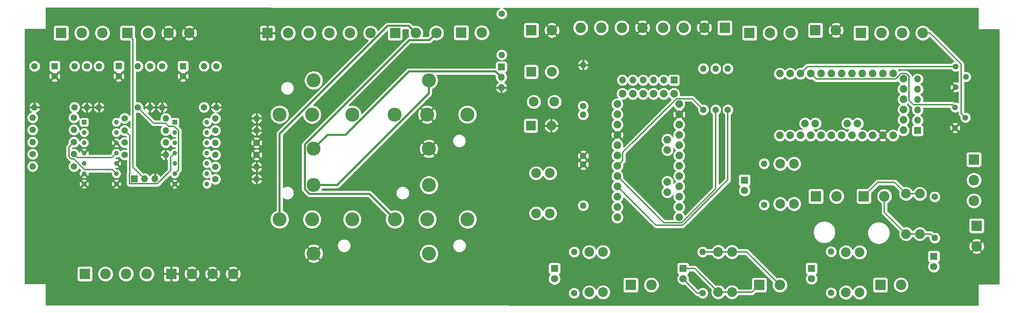
<source format=gbr>
%TF.GenerationSoftware,KiCad,Pcbnew,(5.1.9)-1*%
%TF.CreationDate,2023-01-30T16:09:17-06:00*%
%TF.ProjectId,Motherboard_2023,4d6f7468-6572-4626-9f61-72645f323032,rev?*%
%TF.SameCoordinates,Original*%
%TF.FileFunction,Copper,L2,Bot*%
%TF.FilePolarity,Positive*%
%FSLAX46Y46*%
G04 Gerber Fmt 4.6, Leading zero omitted, Abs format (unit mm)*
G04 Created by KiCad (PCBNEW (5.1.9)-1) date 2023-01-30 16:09:17*
%MOMM*%
%LPD*%
G01*
G04 APERTURE LIST*
%TA.AperFunction,ComponentPad*%
%ADD10C,2.600000*%
%TD*%
%TA.AperFunction,ComponentPad*%
%ADD11R,2.600000X2.600000*%
%TD*%
%TA.AperFunction,ComponentPad*%
%ADD12C,1.879600*%
%TD*%
%TA.AperFunction,ComponentPad*%
%ADD13C,1.170000*%
%TD*%
%TA.AperFunction,ComponentPad*%
%ADD14R,1.170000X1.170000*%
%TD*%
%TA.AperFunction,ComponentPad*%
%ADD15O,2.400000X2.400000*%
%TD*%
%TA.AperFunction,ComponentPad*%
%ADD16C,2.400000*%
%TD*%
%TA.AperFunction,ComponentPad*%
%ADD17C,1.440000*%
%TD*%
%TA.AperFunction,ComponentPad*%
%ADD18C,1.600000*%
%TD*%
%TA.AperFunction,ComponentPad*%
%ADD19O,1.600000X1.600000*%
%TD*%
%TA.AperFunction,ComponentPad*%
%ADD20O,1.700000X1.700000*%
%TD*%
%TA.AperFunction,ComponentPad*%
%ADD21R,1.700000X1.700000*%
%TD*%
%TA.AperFunction,ComponentPad*%
%ADD22C,3.450000*%
%TD*%
%TA.AperFunction,ComponentPad*%
%ADD23R,1.800000X1.800000*%
%TD*%
%TA.AperFunction,ComponentPad*%
%ADD24C,1.800000*%
%TD*%
%TA.AperFunction,ComponentPad*%
%ADD25R,2.400000X2.400000*%
%TD*%
%TA.AperFunction,ComponentPad*%
%ADD26R,1.600000X1.600000*%
%TD*%
%TA.AperFunction,Conductor*%
%ADD27C,0.380000*%
%TD*%
%TA.AperFunction,Conductor*%
%ADD28C,0.500000*%
%TD*%
%TA.AperFunction,Conductor*%
%ADD29C,0.254000*%
%TD*%
%TA.AperFunction,Conductor*%
%ADD30C,0.100000*%
%TD*%
G04 APERTURE END LIST*
D10*
%TO.P,J20,4*%
%TO.N,GND*%
X91490000Y-105930000D03*
%TO.P,J20,3*%
X86410000Y-105930000D03*
%TO.P,J20,2*%
X81330000Y-105930000D03*
D11*
%TO.P,J20,1*%
X76250000Y-105930000D03*
%TD*%
D10*
%TO.P,J19,4*%
%TO.N,+12V*%
X70170000Y-105930000D03*
%TO.P,J19,3*%
X65090000Y-105930000D03*
%TO.P,J19,2*%
X60010000Y-105930000D03*
D11*
%TO.P,J19,1*%
X54930000Y-105930000D03*
%TD*%
D12*
%TO.P,U4,JP7_12*%
%TO.N,Net-(U4-PadJP7_12)*%
X186220000Y-64050000D03*
%TO.P,U4,JP7_11*%
%TO.N,Net-(U4-PadJP7_11)*%
X186220000Y-66590000D03*
%TO.P,U4,JP7_10*%
%TO.N,Net-(U4-PadJP7_10)*%
X186220000Y-69130000D03*
%TO.P,U4,JP7_9*%
%TO.N,GND*%
X186220000Y-71670000D03*
%TO.P,U4,JP7_8*%
%TO.N,Net-(U4-PadJP7_8)*%
X186220000Y-74210000D03*
%TO.P,U4,JP7_7*%
%TO.N,Net-(J9-Pad6)*%
X186220000Y-76750000D03*
%TO.P,U4,JP7_6*%
%TO.N,Net-(R30-Pad1)*%
X186220000Y-79290000D03*
%TO.P,U4,JP7_5*%
%TO.N,Net-(R29-Pad1)*%
X186220000Y-81830000D03*
%TO.P,U4,JP7_4*%
%TO.N,Net-(R28-Pad1)*%
X186220000Y-84370000D03*
%TO.P,U4,JP7_3*%
%TO.N,Net-(J9-Pad7)*%
X186220000Y-86910000D03*
%TO.P,U4,JP7_2*%
%TO.N,Net-(J9-Pad8)*%
X186220000Y-89450000D03*
%TO.P,U4,JP7_1*%
%TO.N,Net-(J8-Pad1)*%
X186220000Y-91990000D03*
%TO.P,U4,JP6_12*%
%TO.N,Net-(U4-PadJP6_12)*%
X201460000Y-91990000D03*
%TO.P,U4,JP6_11*%
%TO.N,Net-(U4-PadJP6_11)*%
X201460000Y-89450000D03*
%TO.P,U4,JP6_10*%
%TO.N,Net-(U4-PadJP6_10)*%
X201460000Y-86910000D03*
%TO.P,U4,JP6_9*%
%TO.N,Net-(U4-PadJP6_9)*%
X201460000Y-84370000D03*
%TO.P,U4,JP6_8*%
%TO.N,Net-(J9-Pad3)*%
X201460000Y-81830000D03*
%TO.P,U4,JP6_7*%
%TO.N,Net-(J9-Pad4)*%
X201460000Y-79290000D03*
%TO.P,U4,JP6_6*%
%TO.N,Net-(U4-PadJP6_6)*%
X201460000Y-76750000D03*
%TO.P,U4,JP6_5*%
%TO.N,Net-(U4-PadJP6_5)*%
X201460000Y-74210000D03*
%TO.P,U4,JP6_4*%
%TO.N,+5V*%
X201460000Y-71670000D03*
%TO.P,U4,JP6_3*%
%TO.N,Net-(U4-PadJP6_3)*%
X201460000Y-69130000D03*
%TO.P,U4,JP6_2*%
%TO.N,GND*%
X201460000Y-66590000D03*
%TO.P,U4,JP6_1*%
%TO.N,Net-(U4-PadJP6_1)*%
X201460000Y-64050000D03*
%TO.P,U4,JP3_1*%
%TO.N,Net-(U4-PadJP3_1)*%
X198539000Y-85767000D03*
%TO.P,U4,JP3_2*%
%TO.N,Net-(U4-PadJP3_2)*%
X198539000Y-83227000D03*
%TO.P,U4,JP2_2*%
%TO.N,Net-(U4-PadJP2_2)*%
X198539000Y-72813000D03*
%TO.P,U4,JP2_1*%
%TO.N,Net-(U4-PadJP2_1)*%
X198539000Y-75353000D03*
%TO.P,U4,JP1_6*%
%TO.N,Net-(J10-Pad5)*%
X187490000Y-61510000D03*
%TO.P,U4,JP1_5*%
X190030000Y-61510000D03*
%TO.P,U4,JP1_4*%
%TO.N,Net-(U4-PadJP1_4)*%
X192570000Y-61510000D03*
%TO.P,U4,JP1_3*%
%TO.N,Net-(J10-Pad3)*%
X195110000Y-61510000D03*
%TO.P,U4,JP1_2*%
%TO.N,Net-(J10-Pad2)*%
X197650000Y-61510000D03*
%TO.P,U4,JP1_1*%
%TO.N,Net-(J10-Pad1)*%
X200190000Y-61510000D03*
%TD*%
%TO.P,U3,JP1_1*%
%TO.N,Net-(J4-Pad1)*%
X256770000Y-70490000D03*
%TO.P,U3,JP1_2*%
%TO.N,Net-(J4-Pad2)*%
X256770000Y-67950000D03*
%TO.P,U3,JP1_3*%
%TO.N,Net-(J4-Pad3)*%
X256770000Y-65410000D03*
%TO.P,U3,JP1_4*%
%TO.N,Net-(U3-PadJP1_4)*%
X256770000Y-62870000D03*
%TO.P,U3,JP1_5*%
%TO.N,Net-(J4-Pad5)*%
X256770000Y-60330000D03*
%TO.P,U3,JP1_6*%
X256770000Y-57790000D03*
%TO.P,U3,JP2_1*%
%TO.N,Net-(U3-PadJP2_1)*%
X242927000Y-68839000D03*
%TO.P,U3,JP2_2*%
%TO.N,Net-(U3-PadJP2_2)*%
X245467000Y-68839000D03*
%TO.P,U3,JP3_2*%
%TO.N,Net-(U3-PadJP3_2)*%
X235053000Y-68839000D03*
%TO.P,U3,JP3_1*%
%TO.N,Net-(U3-PadJP3_1)*%
X232513000Y-68839000D03*
%TO.P,U3,JP6_1*%
%TO.N,Net-(U3-PadJP6_1)*%
X254230000Y-71760000D03*
%TO.P,U3,JP6_2*%
%TO.N,GND*%
X251690000Y-71760000D03*
%TO.P,U3,JP6_3*%
%TO.N,Net-(U3-PadJP6_3)*%
X249150000Y-71760000D03*
%TO.P,U3,JP6_4*%
%TO.N,+5V*%
X246610000Y-71760000D03*
%TO.P,U3,JP6_5*%
%TO.N,Net-(U3-PadJP6_5)*%
X244070000Y-71760000D03*
%TO.P,U3,JP6_6*%
%TO.N,Net-(U3-PadJP6_6)*%
X241530000Y-71760000D03*
%TO.P,U3,JP6_7*%
%TO.N,Net-(U3-PadJP6_7)*%
X238990000Y-71760000D03*
%TO.P,U3,JP6_8*%
%TO.N,Net-(J3-Pad1)*%
X236450000Y-71760000D03*
%TO.P,U3,JP6_9*%
%TO.N,Net-(U3-PadJP6_9)*%
X233910000Y-71760000D03*
%TO.P,U3,JP6_10*%
%TO.N,Net-(U3-PadJP6_10)*%
X231370000Y-71760000D03*
%TO.P,U3,JP6_11*%
%TO.N,Net-(U3-PadJP6_11)*%
X228830000Y-71760000D03*
%TO.P,U3,JP6_12*%
%TO.N,Net-(U3-PadJP6_12)*%
X226290000Y-71760000D03*
%TO.P,U3,JP7_1*%
%TO.N,Net-(J5-Pad1)*%
X226290000Y-56520000D03*
%TO.P,U3,JP7_2*%
%TO.N,Net-(J5-Pad2)*%
X228830000Y-56520000D03*
%TO.P,U3,JP7_3*%
%TO.N,Net-(RV2-Pad3)*%
X231370000Y-56520000D03*
%TO.P,U3,JP7_4*%
%TO.N,Net-(RV1-Pad3)*%
X233910000Y-56520000D03*
%TO.P,U3,JP7_5*%
%TO.N,Net-(U3-PadJP7_5)*%
X236450000Y-56520000D03*
%TO.P,U3,JP7_6*%
%TO.N,Net-(J6-Pad1)*%
X238990000Y-56520000D03*
%TO.P,U3,JP7_7*%
%TO.N,Net-(J6-Pad2)*%
X241530000Y-56520000D03*
%TO.P,U3,JP7_8*%
%TO.N,Net-(U3-PadJP7_8)*%
X244070000Y-56520000D03*
%TO.P,U3,JP7_9*%
%TO.N,GND*%
X246610000Y-56520000D03*
%TO.P,U3,JP7_10*%
%TO.N,Net-(U3-PadJP7_10)*%
X249150000Y-56520000D03*
%TO.P,U3,JP7_11*%
%TO.N,Net-(U3-PadJP7_11)*%
X251690000Y-56520000D03*
%TO.P,U3,JP7_12*%
%TO.N,Net-(U3-PadJP7_12)*%
X254230000Y-56520000D03*
%TD*%
D13*
%TO.P,U2,14*%
%TO.N,+12V*%
X62690000Y-68510000D03*
%TO.P,U2,13*%
%TO.N,Net-(R18-Pad1)*%
X62690000Y-71050000D03*
%TO.P,U2,12*%
%TO.N,GND*%
X62690000Y-73590000D03*
%TO.P,U2,11*%
%TO.N,Net-(R17-Pad2)*%
X62690000Y-76130000D03*
%TO.P,U2,10*%
%TO.N,GND*%
X62690000Y-78670000D03*
%TO.P,U2,9*%
%TO.N,Net-(R16-Pad1)*%
X62690000Y-81210000D03*
%TO.P,U2,8*%
%TO.N,GND*%
X62690000Y-83750000D03*
%TO.P,U2,7*%
X54750000Y-83750000D03*
%TO.P,U2,6*%
X54750000Y-81210000D03*
%TO.P,U2,5*%
%TO.N,Net-(R15-Pad2)*%
X54750000Y-78670000D03*
%TO.P,U2,4*%
%TO.N,GND*%
X54750000Y-76130000D03*
%TO.P,U2,3*%
%TO.N,Net-(R14-Pad1)*%
X54750000Y-73590000D03*
%TO.P,U2,2*%
%TO.N,Net-(R23-Pad1)*%
X54750000Y-71050000D03*
D14*
%TO.P,U2,1*%
%TO.N,/Safety Circuit /Neutral_Output*%
X54750000Y-68510000D03*
%TD*%
D13*
%TO.P,U1,14*%
%TO.N,+12V*%
X85030000Y-68520000D03*
%TO.P,U1,13*%
%TO.N,Net-(R13-Pad1)*%
X85030000Y-71060000D03*
%TO.P,U1,12*%
%TO.N,Net-(R12-Pad1)*%
X85030000Y-73600000D03*
%TO.P,U1,11*%
%TO.N,Net-(R22-Pad2)*%
X85030000Y-76140000D03*
%TO.P,U1,10*%
%TO.N,Net-(R21-Pad2)*%
X85030000Y-78680000D03*
%TO.P,U1,9*%
%TO.N,Net-(R11-Pad1)*%
X85030000Y-81220000D03*
%TO.P,U1,8*%
%TO.N,Net-(R10-Pad1)*%
X85030000Y-83760000D03*
%TO.P,U1,7*%
%TO.N,GND*%
X77090000Y-83760000D03*
%TO.P,U1,6*%
%TO.N,/Safety Circuit /Brake_Output*%
X77090000Y-81220000D03*
%TO.P,U1,5*%
%TO.N,/Safety Circuit /Seat_Output*%
X77090000Y-78680000D03*
%TO.P,U1,4*%
%TO.N,Net-(R19-Pad1)*%
X77090000Y-76140000D03*
%TO.P,U1,3*%
%TO.N,Net-(R20-Pad1)*%
X77090000Y-73600000D03*
%TO.P,U1,2*%
%TO.N,Net-(R19-Pad2)*%
X77090000Y-71060000D03*
D14*
%TO.P,U1,1*%
%TO.N,/Safety Circuit /Neutral_Inverted*%
X77090000Y-68520000D03*
%TD*%
D15*
%TO.P,TH1,2*%
%TO.N,Net-(D1-Pad2)*%
X170700000Y-63470000D03*
D16*
%TO.P,TH1,1*%
%TO.N,+5V*%
X165620000Y-63470000D03*
%TD*%
D17*
%TO.P,RV2,1*%
%TO.N,GND*%
X269610000Y-59850000D03*
%TO.P,RV2,2*%
%TO.N,Net-(J5-Pad3)*%
X272150000Y-57310000D03*
%TO.P,RV2,3*%
%TO.N,Net-(RV2-Pad3)*%
X269610000Y-54770000D03*
%TD*%
%TO.P,RV1,1*%
%TO.N,GND*%
X269510000Y-69910000D03*
%TO.P,RV1,2*%
%TO.N,Net-(J5-Pad4)*%
X272050000Y-67370000D03*
%TO.P,RV1,3*%
%TO.N,Net-(RV1-Pad3)*%
X269510000Y-64830000D03*
%TD*%
D18*
%TO.P,R36,1*%
%TO.N,Net-(D7-Pad2)*%
X264490000Y-86920000D03*
D19*
%TO.P,R36,2*%
%TO.N,Net-(F6-Pad1)*%
X264490000Y-97080000D03*
%TD*%
D18*
%TO.P,R35,1*%
%TO.N,Net-(D6-Pad2)*%
X238930000Y-110610000D03*
D19*
%TO.P,R35,2*%
%TO.N,Net-(F5-Pad1)*%
X238930000Y-100450000D03*
%TD*%
D18*
%TO.P,R34,1*%
%TO.N,Net-(D5-Pad2)*%
X207240000Y-110660000D03*
D19*
%TO.P,R34,2*%
%TO.N,Net-(F4-Pad1)*%
X207240000Y-100500000D03*
%TD*%
D18*
%TO.P,R33,1*%
%TO.N,Net-(D4-Pad2)*%
X175560000Y-110660000D03*
D19*
%TO.P,R33,2*%
%TO.N,Net-(F2-Pad1)*%
X175560000Y-100500000D03*
%TD*%
D18*
%TO.P,R32,1*%
%TO.N,Net-(D3-Pad2)*%
X222420000Y-88880000D03*
D19*
%TO.P,R32,2*%
%TO.N,Net-(F1-Pad1)*%
X222420000Y-78720000D03*
%TD*%
%TO.P,R31,2*%
%TO.N,/Safety Start /Comp_Switch*%
X157700000Y-51920000D03*
D18*
%TO.P,R31,1*%
%TO.N,+12V*%
X157700000Y-41760000D03*
%TD*%
%TO.P,R30,1*%
%TO.N,Net-(R30-Pad1)*%
X207440000Y-65430000D03*
D19*
%TO.P,R30,2*%
%TO.N,Net-(J11-Pad1)*%
X207440000Y-55270000D03*
%TD*%
D18*
%TO.P,R29,1*%
%TO.N,Net-(R29-Pad1)*%
X210470000Y-65440000D03*
D19*
%TO.P,R29,2*%
%TO.N,Net-(J11-Pad2)*%
X210470000Y-55280000D03*
%TD*%
D18*
%TO.P,R28,1*%
%TO.N,Net-(R28-Pad1)*%
X213470000Y-65440000D03*
D19*
%TO.P,R28,2*%
%TO.N,Net-(J11-Pad3)*%
X213470000Y-55280000D03*
%TD*%
D18*
%TO.P,R27,1*%
%TO.N,GND*%
X177810000Y-76810000D03*
D19*
%TO.P,R27,2*%
%TO.N,Net-(J9-Pad7)*%
X177810000Y-66650000D03*
%TD*%
D18*
%TO.P,R26,1*%
%TO.N,GND*%
X177820000Y-78930000D03*
D19*
%TO.P,R26,2*%
%TO.N,Net-(J9-Pad8)*%
X177820000Y-89090000D03*
%TD*%
D18*
%TO.P,R25,1*%
%TO.N,Net-(J9-Pad6)*%
X177800000Y-64550000D03*
D19*
%TO.P,R25,2*%
%TO.N,GND*%
X177800000Y-54390000D03*
%TD*%
%TO.P,R24,2*%
%TO.N,GND*%
X74880000Y-76540000D03*
D18*
%TO.P,R24,1*%
%TO.N,Net-(Q1-Pad1)*%
X64720000Y-76540000D03*
%TD*%
D19*
%TO.P,R23,2*%
%TO.N,/Safety Circuit /Neutral_Inverted*%
X74880000Y-67540000D03*
D18*
%TO.P,R23,1*%
%TO.N,Net-(R23-Pad1)*%
X64720000Y-67540000D03*
%TD*%
D19*
%TO.P,R22,2*%
%TO.N,Net-(R22-Pad2)*%
X87110000Y-73550000D03*
D18*
%TO.P,R22,1*%
%TO.N,GND*%
X97270000Y-73550000D03*
%TD*%
D19*
%TO.P,R21,2*%
%TO.N,Net-(R21-Pad2)*%
X87110000Y-76550000D03*
D18*
%TO.P,R21,1*%
%TO.N,GND*%
X97270000Y-76550000D03*
%TD*%
D19*
%TO.P,R20,2*%
%TO.N,Net-(Q1-Pad1)*%
X74880000Y-73540000D03*
D18*
%TO.P,R20,1*%
%TO.N,Net-(R20-Pad1)*%
X64720000Y-73540000D03*
%TD*%
D19*
%TO.P,R19,2*%
%TO.N,Net-(R19-Pad2)*%
X74880000Y-70540000D03*
D18*
%TO.P,R19,1*%
%TO.N,Net-(R19-Pad1)*%
X64720000Y-70540000D03*
%TD*%
D19*
%TO.P,R18,2*%
%TO.N,+12V*%
X42080000Y-79400000D03*
D18*
%TO.P,R18,1*%
%TO.N,Net-(R18-Pad1)*%
X52240000Y-79400000D03*
%TD*%
D19*
%TO.P,R17,2*%
%TO.N,Net-(R17-Pad2)*%
X52240000Y-76400000D03*
D18*
%TO.P,R17,1*%
%TO.N,+12V*%
X42080000Y-76400000D03*
%TD*%
D19*
%TO.P,R16,2*%
%TO.N,+12V*%
X42080000Y-73400000D03*
D18*
%TO.P,R16,1*%
%TO.N,Net-(R16-Pad1)*%
X52240000Y-73400000D03*
%TD*%
D19*
%TO.P,R15,2*%
%TO.N,Net-(R15-Pad2)*%
X52240000Y-70400000D03*
D18*
%TO.P,R15,1*%
%TO.N,+12V*%
X42080000Y-70400000D03*
%TD*%
D19*
%TO.P,R14,2*%
%TO.N,+12V*%
X42080000Y-67390000D03*
D18*
%TO.P,R14,1*%
%TO.N,Net-(R14-Pad1)*%
X52240000Y-67390000D03*
%TD*%
D19*
%TO.P,R13,2*%
%TO.N,GND*%
X97270000Y-67550000D03*
D18*
%TO.P,R13,1*%
%TO.N,Net-(R13-Pad1)*%
X87110000Y-67550000D03*
%TD*%
D19*
%TO.P,R12,2*%
%TO.N,GND*%
X97270000Y-70550000D03*
D18*
%TO.P,R12,1*%
%TO.N,Net-(R12-Pad1)*%
X87110000Y-70550000D03*
%TD*%
D19*
%TO.P,R11,2*%
%TO.N,GND*%
X97270000Y-79550000D03*
D18*
%TO.P,R11,1*%
%TO.N,Net-(R11-Pad1)*%
X87110000Y-79550000D03*
%TD*%
D19*
%TO.P,R10,2*%
%TO.N,GND*%
X97270000Y-82550000D03*
D18*
%TO.P,R10,1*%
%TO.N,Net-(R10-Pad1)*%
X87110000Y-82550000D03*
%TD*%
D19*
%TO.P,R9,2*%
%TO.N,GND*%
X87330000Y-64830000D03*
D18*
%TO.P,R9,1*%
%TO.N,/Safety Circuit /Seat_Output*%
X87330000Y-54670000D03*
%TD*%
D19*
%TO.P,R8,2*%
%TO.N,GND*%
X71000000Y-64840000D03*
D18*
%TO.P,R8,1*%
%TO.N,/Safety Circuit /Brake_Output*%
X71000000Y-54680000D03*
%TD*%
D19*
%TO.P,R7,2*%
%TO.N,GND*%
X55410000Y-64830000D03*
D18*
%TO.P,R7,1*%
%TO.N,/Safety Circuit /Neutral_Output*%
X55410000Y-54670000D03*
%TD*%
D19*
%TO.P,R6,2*%
%TO.N,/Safety Circuit /Seat*%
X84330000Y-54670000D03*
D18*
%TO.P,R6,1*%
%TO.N,/Safety Circuit /Seat_Output*%
X84330000Y-64830000D03*
%TD*%
D19*
%TO.P,R5,2*%
%TO.N,/Safety Circuit /Brake*%
X68000000Y-54680000D03*
D18*
%TO.P,R5,1*%
%TO.N,/Safety Circuit /Brake_Output*%
X68000000Y-64840000D03*
%TD*%
D19*
%TO.P,R4,2*%
%TO.N,/Safety Circuit /Neutral*%
X52400000Y-54670000D03*
D18*
%TO.P,R4,1*%
%TO.N,/Safety Circuit /Neutral_Output*%
X52400000Y-64830000D03*
%TD*%
D19*
%TO.P,R3,2*%
%TO.N,GND*%
X74000000Y-64840000D03*
D18*
%TO.P,R3,1*%
%TO.N,/Safety Circuit /Seat*%
X74000000Y-54680000D03*
%TD*%
D19*
%TO.P,R2,2*%
%TO.N,GND*%
X58410000Y-64830000D03*
D18*
%TO.P,R2,1*%
%TO.N,/Safety Circuit /Brake*%
X58410000Y-54670000D03*
%TD*%
D19*
%TO.P,R1,2*%
%TO.N,GND*%
X42530000Y-64840000D03*
D18*
%TO.P,R1,1*%
%TO.N,/Safety Circuit /Neutral*%
X42530000Y-54680000D03*
%TD*%
D20*
%TO.P,Q2,3*%
%TO.N,GND*%
X157630000Y-59960000D03*
%TO.P,Q2,2*%
%TO.N,Net-(J13-Pad85)*%
X157630000Y-57420000D03*
D21*
%TO.P,Q2,1*%
%TO.N,/Safety Start /Comp_Switch*%
X157630000Y-54880000D03*
%TD*%
D20*
%TO.P,Q1,3*%
%TO.N,GND*%
X72230000Y-82460000D03*
%TO.P,Q1,2*%
%TO.N,Safety_Signal*%
X69690000Y-82460000D03*
D21*
%TO.P,Q1,1*%
%TO.N,Net-(Q1-Pad1)*%
X67150000Y-82460000D03*
%TD*%
D11*
%TO.P,J25,1*%
%TO.N,Net-(D7-Pad1)*%
X247000000Y-86770000D03*
D10*
%TO.P,J25,2*%
%TO.N,Net-(F6-Pad1)*%
X252080000Y-86770000D03*
%TD*%
D11*
%TO.P,J24,1*%
%TO.N,Net-(D6-Pad1)*%
X251070000Y-108660000D03*
D10*
%TO.P,J24,2*%
%TO.N,Net-(F5-Pad1)*%
X256150000Y-108660000D03*
%TD*%
D11*
%TO.P,J23,1*%
%TO.N,Net-(D5-Pad1)*%
X221210000Y-108680000D03*
D10*
%TO.P,J23,2*%
%TO.N,Net-(F4-Pad1)*%
X226290000Y-108680000D03*
%TD*%
D11*
%TO.P,J22,1*%
%TO.N,Net-(D4-Pad1)*%
X189530000Y-108680000D03*
D10*
%TO.P,J22,2*%
%TO.N,Net-(F2-Pad1)*%
X194610000Y-108680000D03*
%TD*%
D11*
%TO.P,J21,1*%
%TO.N,Net-(D3-Pad1)*%
X235180000Y-86790000D03*
D10*
%TO.P,J21,2*%
%TO.N,Net-(F1-Pad1)*%
X240260000Y-86790000D03*
%TD*%
%TO.P,J18,2*%
%TO.N,Safety_Signal*%
X152810000Y-46430000D03*
D11*
%TO.P,J18,1*%
%TO.N,Net-(J17-Pad85)*%
X147730000Y-46430000D03*
%TD*%
D22*
%TO.P,J17,30*%
%TO.N,+12V*%
X149290000Y-92480000D03*
%TO.P,J17,87*%
%TO.N,Net-(J15-Pad3)*%
X131390000Y-92480000D03*
%TO.P,J17,85*%
%TO.N,Net-(J17-Pad85)*%
X139790000Y-100930000D03*
%TO.P,J17,87A*%
%TO.N,Net-(J17-Pad87A)*%
X139390000Y-92480000D03*
%TO.P,J17,86*%
%TO.N,Net-(J13-Pad87)*%
X139790000Y-84030000D03*
%TD*%
%TO.P,J16,30*%
%TO.N,+12V*%
X120850000Y-92460000D03*
%TO.P,J16,87*%
%TO.N,Net-(J15-Pad2)*%
X102950000Y-92460000D03*
%TO.P,J16,85*%
%TO.N,GND*%
X111350000Y-100910000D03*
%TO.P,J16,87A*%
%TO.N,Net-(J16-Pad87A)*%
X110950000Y-92460000D03*
%TO.P,J16,86*%
%TO.N,Net-(J13-Pad87)*%
X111350000Y-84010000D03*
%TD*%
D10*
%TO.P,J15,3*%
%TO.N,Net-(J15-Pad3)*%
X141600000Y-46500000D03*
%TO.P,J15,2*%
%TO.N,Net-(J15-Pad2)*%
X136520000Y-46500000D03*
D11*
%TO.P,J15,1*%
%TO.N,Net-(J14-Pad30)*%
X131440000Y-46500000D03*
%TD*%
D22*
%TO.P,J14,30*%
%TO.N,Net-(J14-Pad30)*%
X149240000Y-66610000D03*
%TO.P,J14,87*%
%TO.N,Net-(J14-Pad87)*%
X131340000Y-66610000D03*
%TO.P,J14,85*%
%TO.N,GND*%
X139740000Y-75060000D03*
%TO.P,J14,87A*%
X139340000Y-66610000D03*
%TO.P,J14,86*%
%TO.N,Net-(J13-Pad87)*%
X139740000Y-58160000D03*
%TD*%
%TO.P,J13,30*%
%TO.N,+12V*%
X120850000Y-66620000D03*
%TO.P,J13,87*%
%TO.N,Net-(J13-Pad87)*%
X102950000Y-66620000D03*
%TO.P,J13,85*%
%TO.N,Net-(J13-Pad85)*%
X111350000Y-75070000D03*
%TO.P,J13,87A*%
%TO.N,Net-(J13-Pad87A)*%
X110950000Y-66620000D03*
%TO.P,J13,86*%
%TO.N,Net-(J12-Pad5)*%
X111350000Y-58170000D03*
%TD*%
D10*
%TO.P,J12,6*%
%TO.N,/Safety Start /Comp_Switch*%
X125360000Y-46500000D03*
%TO.P,J12,5*%
%TO.N,Net-(J12-Pad5)*%
X120280000Y-46500000D03*
%TO.P,J12,4*%
%TO.N,Net-(J12-Pad3)*%
X115200000Y-46500000D03*
%TO.P,J12,3*%
X110120000Y-46500000D03*
%TO.P,J12,2*%
%TO.N,+12V*%
X105040000Y-46500000D03*
D11*
%TO.P,J12,1*%
%TO.N,GND*%
X99960000Y-46500000D03*
%TD*%
%TO.P,J11,1*%
%TO.N,Net-(J11-Pad1)*%
X218800000Y-46500000D03*
D10*
%TO.P,J11,2*%
%TO.N,Net-(J11-Pad2)*%
X223880000Y-46500000D03*
%TO.P,J11,3*%
%TO.N,Net-(J11-Pad3)*%
X228960000Y-46500000D03*
%TD*%
D21*
%TO.P,J10,1*%
%TO.N,Net-(J10-Pad1)*%
X200190000Y-58110000D03*
D20*
%TO.P,J10,2*%
%TO.N,Net-(J10-Pad2)*%
X197650000Y-58110000D03*
%TO.P,J10,3*%
%TO.N,Net-(J10-Pad3)*%
X195110000Y-58110000D03*
%TO.P,J10,4*%
%TO.N,Net-(J10-Pad4)*%
X192570000Y-58110000D03*
%TO.P,J10,5*%
%TO.N,Net-(J10-Pad5)*%
X190030000Y-58110000D03*
%TO.P,J10,6*%
X187490000Y-58110000D03*
%TD*%
D11*
%TO.P,J9,1*%
%TO.N,+5V*%
X212720000Y-45200000D03*
D10*
%TO.P,J9,2*%
%TO.N,GND*%
X207640000Y-45200000D03*
%TO.P,J9,3*%
%TO.N,Net-(J9-Pad3)*%
X202560000Y-45200000D03*
%TO.P,J9,4*%
%TO.N,Net-(J9-Pad4)*%
X197480000Y-45200000D03*
%TO.P,J9,5*%
%TO.N,GND*%
X192400000Y-45200000D03*
%TO.P,J9,6*%
%TO.N,Net-(J9-Pad6)*%
X187320000Y-45200000D03*
%TO.P,J9,7*%
%TO.N,Net-(J9-Pad7)*%
X182240000Y-45200000D03*
%TO.P,J9,8*%
%TO.N,Net-(J9-Pad8)*%
X177160000Y-45200000D03*
%TD*%
D11*
%TO.P,J8,1*%
%TO.N,Net-(J8-Pad1)*%
X235060000Y-45810000D03*
D10*
%TO.P,J8,2*%
%TO.N,GND*%
X240140000Y-45810000D03*
%TD*%
%TO.P,J7,2*%
%TO.N,GND*%
X170090000Y-45820000D03*
D11*
%TO.P,J7,1*%
%TO.N,Net-(D1-Pad1)*%
X165010000Y-45820000D03*
%TD*%
D10*
%TO.P,J6,3*%
%TO.N,+5V*%
X274120000Y-87880000D03*
%TO.P,J6,2*%
%TO.N,Net-(J6-Pad2)*%
X274120000Y-82800000D03*
D11*
%TO.P,J6,1*%
%TO.N,Net-(J6-Pad1)*%
X274120000Y-77720000D03*
%TD*%
D10*
%TO.P,J5,4*%
%TO.N,Net-(J5-Pad4)*%
X261530000Y-46500000D03*
%TO.P,J5,3*%
%TO.N,Net-(J5-Pad3)*%
X256450000Y-46500000D03*
%TO.P,J5,2*%
%TO.N,Net-(J5-Pad2)*%
X251370000Y-46500000D03*
D11*
%TO.P,J5,1*%
%TO.N,Net-(J5-Pad1)*%
X246290000Y-46500000D03*
%TD*%
D20*
%TO.P,J4,6*%
%TO.N,Net-(J4-Pad5)*%
X260250000Y-57880000D03*
%TO.P,J4,5*%
X260250000Y-60420000D03*
%TO.P,J4,4*%
%TO.N,Net-(J4-Pad4)*%
X260250000Y-62960000D03*
%TO.P,J4,3*%
%TO.N,Net-(J4-Pad3)*%
X260250000Y-65500000D03*
%TO.P,J4,2*%
%TO.N,Net-(J4-Pad2)*%
X260250000Y-68040000D03*
D21*
%TO.P,J4,1*%
%TO.N,Net-(J4-Pad1)*%
X260250000Y-70580000D03*
%TD*%
D10*
%TO.P,J3,2*%
%TO.N,GND*%
X274810000Y-99130000D03*
D11*
%TO.P,J3,1*%
%TO.N,Net-(J3-Pad1)*%
X274810000Y-94050000D03*
%TD*%
D10*
%TO.P,J2,4*%
%TO.N,GND*%
X80690000Y-46500000D03*
%TO.P,J2,3*%
X75610000Y-46500000D03*
%TO.P,J2,2*%
%TO.N,+12V*%
X70530000Y-46500000D03*
D11*
%TO.P,J2,1*%
%TO.N,Safety_Signal*%
X65450000Y-46500000D03*
%TD*%
D10*
%TO.P,J1,3*%
%TO.N,/Safety Circuit /Seat*%
X59250000Y-46500000D03*
%TO.P,J1,2*%
%TO.N,/Safety Circuit /Brake*%
X54170000Y-46500000D03*
D11*
%TO.P,J1,1*%
%TO.N,/Safety Circuit /Neutral*%
X49090000Y-46500000D03*
%TD*%
D16*
%TO.P,F6,1*%
%TO.N,Net-(F6-Pad1)*%
X257410000Y-96070000D03*
%TO.P,F6,3*%
X260810000Y-96070000D03*
%TO.P,F6,2*%
%TO.N,Net-(D7-Pad1)*%
X257410000Y-86150000D03*
%TO.P,F6,4*%
X260810000Y-86150000D03*
%TD*%
%TO.P,F5,1*%
%TO.N,Net-(F5-Pad1)*%
X245980000Y-100580000D03*
%TO.P,F5,3*%
X242580000Y-100580000D03*
%TO.P,F5,2*%
%TO.N,Net-(D6-Pad1)*%
X245980000Y-110500000D03*
%TO.P,F5,4*%
X242580000Y-110500000D03*
%TD*%
%TO.P,F4,1*%
%TO.N,Net-(F4-Pad1)*%
X214500000Y-100520000D03*
%TO.P,F4,3*%
X211100000Y-100520000D03*
%TO.P,F4,2*%
%TO.N,Net-(D5-Pad1)*%
X214500000Y-110440000D03*
%TO.P,F4,4*%
X211100000Y-110440000D03*
%TD*%
%TO.P,F3,1*%
%TO.N,Net-(F3-Pad1)*%
X169580000Y-81080000D03*
%TO.P,F3,3*%
%TO.N,N/C*%
X166180000Y-81080000D03*
%TO.P,F3,2*%
%TO.N,Net-(F3-Pad2)*%
X169580000Y-91000000D03*
%TO.P,F3,4*%
%TO.N,N/C*%
X166180000Y-91000000D03*
%TD*%
%TO.P,F2,1*%
%TO.N,Net-(F2-Pad1)*%
X182710000Y-100530000D03*
%TO.P,F2,3*%
X179310000Y-100530000D03*
%TO.P,F2,2*%
%TO.N,Net-(D4-Pad1)*%
X182710000Y-110450000D03*
%TO.P,F2,4*%
X179310000Y-110450000D03*
%TD*%
%TO.P,F1,1*%
%TO.N,Net-(F1-Pad1)*%
X229790000Y-78740000D03*
%TO.P,F1,3*%
X226390000Y-78740000D03*
%TO.P,F1,2*%
%TO.N,Net-(D3-Pad1)*%
X229790000Y-88660000D03*
%TO.P,F1,4*%
X226390000Y-88660000D03*
%TD*%
D23*
%TO.P,D7,1*%
%TO.N,Net-(D7-Pad1)*%
X264260000Y-101590000D03*
D24*
%TO.P,D7,2*%
%TO.N,Net-(D7-Pad2)*%
X264260000Y-104130000D03*
%TD*%
D23*
%TO.P,D6,1*%
%TO.N,Net-(D6-Pad1)*%
X234100000Y-104590000D03*
D24*
%TO.P,D6,2*%
%TO.N,Net-(D6-Pad2)*%
X234100000Y-107130000D03*
%TD*%
D23*
%TO.P,D5,1*%
%TO.N,Net-(D5-Pad1)*%
X202400000Y-104610000D03*
D24*
%TO.P,D5,2*%
%TO.N,Net-(D5-Pad2)*%
X202400000Y-107150000D03*
%TD*%
D23*
%TO.P,D4,1*%
%TO.N,Net-(D4-Pad1)*%
X170720000Y-104610000D03*
D24*
%TO.P,D4,2*%
%TO.N,Net-(D4-Pad2)*%
X170720000Y-107150000D03*
%TD*%
D23*
%TO.P,D3,1*%
%TO.N,Net-(D3-Pad1)*%
X217580000Y-82820000D03*
D24*
%TO.P,D3,2*%
%TO.N,Net-(D3-Pad2)*%
X217580000Y-85360000D03*
%TD*%
D25*
%TO.P,D2,1*%
%TO.N,+5V*%
X164890000Y-69370000D03*
D15*
%TO.P,D2,2*%
%TO.N,GND*%
X169970000Y-69370000D03*
%TD*%
%TO.P,D1,2*%
%TO.N,Net-(D1-Pad2)*%
X170070000Y-56080000D03*
D25*
%TO.P,D1,1*%
%TO.N,Net-(D1-Pad1)*%
X164990000Y-56080000D03*
%TD*%
D18*
%TO.P,C3,2*%
%TO.N,GND*%
X79140000Y-57180000D03*
D26*
%TO.P,C3,1*%
%TO.N,/Safety Circuit /Seat*%
X79140000Y-54680000D03*
%TD*%
D18*
%TO.P,C2,2*%
%TO.N,GND*%
X63280000Y-57160000D03*
D26*
%TO.P,C2,1*%
%TO.N,/Safety Circuit /Brake*%
X63280000Y-54660000D03*
%TD*%
D18*
%TO.P,C1,2*%
%TO.N,GND*%
X47480000Y-57180000D03*
D26*
%TO.P,C1,1*%
%TO.N,/Safety Circuit /Neutral*%
X47480000Y-54680000D03*
%TD*%
D27*
%TO.N,Net-(D5-Pad2)*%
X205910000Y-110660000D02*
X202400000Y-107150000D01*
X207240000Y-110660000D02*
X205910000Y-110660000D01*
%TO.N,Net-(D5-Pad1)*%
X205270000Y-104610000D02*
X211100000Y-110440000D01*
X202400000Y-104610000D02*
X205270000Y-104610000D01*
X211100000Y-110440000D02*
X214500000Y-110440000D01*
X219450000Y-110440000D02*
X221210000Y-108680000D01*
X214500000Y-110440000D02*
X219450000Y-110440000D01*
%TO.N,Net-(D7-Pad1)*%
X247000000Y-86770000D02*
X250420000Y-83350000D01*
X254610000Y-83350000D02*
X257410000Y-86150000D01*
X250420000Y-83350000D02*
X254610000Y-83350000D01*
X257410000Y-86150000D02*
X260810000Y-86150000D01*
%TO.N,Net-(F4-Pad1)*%
X218130000Y-100520000D02*
X214500000Y-100520000D01*
X226290000Y-108680000D02*
X218130000Y-100520000D01*
X214500000Y-100520000D02*
X211100000Y-100520000D01*
X207260000Y-100520000D02*
X207240000Y-100500000D01*
X211100000Y-100520000D02*
X207260000Y-100520000D01*
%TO.N,Net-(F6-Pad1)*%
X252080000Y-90740000D02*
X257410000Y-96070000D01*
X252080000Y-86770000D02*
X252080000Y-90740000D01*
X257410000Y-96070000D02*
X260810000Y-96070000D01*
X263480000Y-96070000D02*
X264490000Y-97080000D01*
X260810000Y-96070000D02*
X263480000Y-96070000D01*
%TO.N,Safety_Signal*%
X66809999Y-48009999D02*
X65300000Y-46500000D01*
X66809999Y-79579999D02*
X66809999Y-48009999D01*
X69690000Y-82460000D02*
X66809999Y-79579999D01*
%TO.N,Net-(J5-Pad4)*%
X261530000Y-46500000D02*
X263298477Y-46500000D01*
X271039999Y-54241522D02*
X263298477Y-46500000D01*
X271039999Y-66359999D02*
X271039999Y-54241522D01*
X272050000Y-67370000D02*
X271039999Y-66359999D01*
D28*
%TO.N,Net-(J13-Pad87)*%
X139740000Y-61429002D02*
X139740000Y-58160000D01*
X117159002Y-84010000D02*
X139740000Y-61429002D01*
X111350000Y-84010000D02*
X117159002Y-84010000D01*
%TO.N,Net-(J13-Pad85)*%
X114800001Y-71619999D02*
X111350000Y-75070000D01*
X119200001Y-71619999D02*
X114800001Y-71619999D01*
X134835001Y-55984999D02*
X119200001Y-71619999D01*
X156194999Y-55984999D02*
X134835001Y-55984999D01*
X157630000Y-57420000D02*
X156194999Y-55984999D01*
%TO.N,Net-(J15-Pad3)*%
X139849999Y-48250001D02*
X141600000Y-46500000D01*
X134950997Y-48250001D02*
X139849999Y-48250001D01*
X109174999Y-74025999D02*
X134950997Y-48250001D01*
X109174999Y-85054001D02*
X109174999Y-74025999D01*
X110305999Y-86185001D02*
X109174999Y-85054001D01*
X125095001Y-86185001D02*
X110305999Y-86185001D01*
X131390000Y-92480000D02*
X125095001Y-86185001D01*
%TO.N,Net-(J15-Pad2)*%
X102950000Y-71400998D02*
X102950000Y-92460000D01*
X129600999Y-44749999D02*
X102950000Y-71400998D01*
X134769999Y-44749999D02*
X129600999Y-44749999D01*
X136520000Y-46500000D02*
X134769999Y-44749999D01*
D27*
%TO.N,/Safety Circuit /Brake_Output*%
X71890001Y-68730001D02*
X68000000Y-64840000D01*
X74831203Y-68730001D02*
X71890001Y-68730001D01*
X75596203Y-69495001D02*
X74831203Y-68730001D01*
X76968003Y-69495001D02*
X75596203Y-69495001D01*
X78065001Y-70591999D02*
X76968003Y-69495001D01*
X78065001Y-80244999D02*
X78065001Y-70591999D01*
X77090000Y-81220000D02*
X78065001Y-80244999D01*
%TO.N,Net-(R16-Pad1)*%
X51049999Y-74590001D02*
X52240000Y-73400000D01*
X51049999Y-76971201D02*
X51049999Y-74590001D01*
X51668799Y-77590001D02*
X51049999Y-76971201D01*
X52226999Y-77590001D02*
X51668799Y-77590001D01*
X54871997Y-80234999D02*
X52226999Y-77590001D01*
X61714999Y-80234999D02*
X54871997Y-80234999D01*
X62690000Y-81210000D02*
X61714999Y-80234999D01*
%TO.N,Net-(R17-Pad2)*%
X61620001Y-77199999D02*
X62690000Y-76130000D01*
X53039999Y-77199999D02*
X61620001Y-77199999D01*
X52240000Y-76400000D02*
X53039999Y-77199999D01*
%TO.N,Net-(R19-Pad1)*%
X76114999Y-77115001D02*
X77090000Y-76140000D01*
X76114999Y-80410203D02*
X76114999Y-77115001D01*
X72825201Y-83700001D02*
X76114999Y-80410203D01*
X65987999Y-83700001D02*
X72825201Y-83700001D01*
X65909999Y-83622001D02*
X65987999Y-83700001D01*
X65987999Y-81219999D02*
X65909999Y-81297999D01*
X65987999Y-71807999D02*
X65987999Y-81219999D01*
X65909999Y-81297999D02*
X65909999Y-83622001D01*
X64720000Y-70540000D02*
X65987999Y-71807999D01*
%TO.N,Net-(R28-Pad1)*%
X195749811Y-93899811D02*
X186220000Y-84370000D01*
X202338553Y-93899811D02*
X195749811Y-93899811D01*
X213470000Y-82768364D02*
X202338553Y-93899811D01*
X213470000Y-65440000D02*
X213470000Y-82768364D01*
%TO.N,Net-(R29-Pad1)*%
X202098305Y-93319801D02*
X197709801Y-93319801D01*
X210470000Y-84948106D02*
X202098305Y-93319801D01*
X197709801Y-93319801D02*
X186220000Y-81830000D01*
X210470000Y-65440000D02*
X210470000Y-84948106D01*
%TO.N,Net-(R30-Pad1)*%
X187549801Y-77960199D02*
X186220000Y-79290000D01*
X187549801Y-75992093D02*
X187549801Y-77960199D01*
X200821695Y-62720199D02*
X187549801Y-75992093D01*
X204730199Y-62720199D02*
X200821695Y-62720199D01*
X207440000Y-65430000D02*
X204730199Y-62720199D01*
%TO.N,Net-(RV1-Pad3)*%
X254868305Y-57849801D02*
X235239801Y-57849801D01*
X235239801Y-57849801D02*
X233910000Y-56520000D01*
X255559801Y-57158305D02*
X254868305Y-57849801D01*
X255559801Y-57070199D02*
X255559801Y-57158305D01*
X256169801Y-56460199D02*
X255559801Y-57070199D01*
X257408305Y-56460199D02*
X256169801Y-56460199D01*
X258099801Y-57151695D02*
X257408305Y-56460199D01*
X258099801Y-63089801D02*
X258099801Y-57151695D01*
X259210001Y-64200001D02*
X258099801Y-63089801D01*
X268880001Y-64200001D02*
X259210001Y-64200001D01*
X269510000Y-64830000D02*
X268880001Y-64200001D01*
%TO.N,Net-(RV2-Pad3)*%
X233120000Y-54770000D02*
X231370000Y-56520000D01*
X269610000Y-54770000D02*
X233120000Y-54770000D01*
%TD*%
D29*
%TO.N,GND*%
X157248281Y-40393876D02*
X157020273Y-40488320D01*
X156785241Y-40645363D01*
X156585363Y-40845241D01*
X156428320Y-41080273D01*
X156320147Y-41341426D01*
X156265000Y-41618665D01*
X156265000Y-41901335D01*
X156320147Y-42178574D01*
X156428320Y-42439727D01*
X156585363Y-42674759D01*
X156785241Y-42874637D01*
X157020273Y-43031680D01*
X157281426Y-43139853D01*
X157558665Y-43195000D01*
X157841335Y-43195000D01*
X158118574Y-43139853D01*
X158379727Y-43031680D01*
X158614759Y-42874637D01*
X158814637Y-42674759D01*
X158971680Y-42439727D01*
X159079853Y-42178574D01*
X159135000Y-41901335D01*
X159135000Y-41618665D01*
X159079853Y-41341426D01*
X158971680Y-41080273D01*
X158814637Y-40845241D01*
X158614759Y-40645363D01*
X158379727Y-40488320D01*
X158152536Y-40394215D01*
X275113000Y-40437984D01*
X275113000Y-45550000D01*
X275115440Y-45574776D01*
X275122667Y-45598601D01*
X275134403Y-45620557D01*
X275150197Y-45639803D01*
X275169443Y-45655597D01*
X275191399Y-45667333D01*
X275215224Y-45674560D01*
X275240000Y-45677000D01*
X280341469Y-45677000D01*
X280358535Y-108393000D01*
X275250000Y-108393000D01*
X275225224Y-108395440D01*
X275201399Y-108402667D01*
X275179443Y-108414403D01*
X275160197Y-108430197D01*
X275144403Y-108449443D01*
X275132667Y-108471399D01*
X275125440Y-108495224D01*
X275123000Y-108520000D01*
X275123000Y-113617981D01*
X45407000Y-113532016D01*
X45407000Y-110518665D01*
X174125000Y-110518665D01*
X174125000Y-110801335D01*
X174180147Y-111078574D01*
X174288320Y-111339727D01*
X174445363Y-111574759D01*
X174645241Y-111774637D01*
X174880273Y-111931680D01*
X175141426Y-112039853D01*
X175418665Y-112095000D01*
X175701335Y-112095000D01*
X175978574Y-112039853D01*
X176239727Y-111931680D01*
X176474759Y-111774637D01*
X176674637Y-111574759D01*
X176831680Y-111339727D01*
X176939853Y-111078574D01*
X176995000Y-110801335D01*
X176995000Y-110518665D01*
X176945392Y-110269268D01*
X177475000Y-110269268D01*
X177475000Y-110630732D01*
X177545518Y-110985250D01*
X177683844Y-111319199D01*
X177884662Y-111619744D01*
X178140256Y-111875338D01*
X178440801Y-112076156D01*
X178774750Y-112214482D01*
X179129268Y-112285000D01*
X179490732Y-112285000D01*
X179845250Y-112214482D01*
X180179199Y-112076156D01*
X180479744Y-111875338D01*
X180735338Y-111619744D01*
X180936156Y-111319199D01*
X181010000Y-111140924D01*
X181083844Y-111319199D01*
X181284662Y-111619744D01*
X181540256Y-111875338D01*
X181840801Y-112076156D01*
X182174750Y-112214482D01*
X182529268Y-112285000D01*
X182890732Y-112285000D01*
X183245250Y-112214482D01*
X183579199Y-112076156D01*
X183879744Y-111875338D01*
X184135338Y-111619744D01*
X184336156Y-111319199D01*
X184474482Y-110985250D01*
X184545000Y-110630732D01*
X184545000Y-110269268D01*
X184474482Y-109914750D01*
X184336156Y-109580801D01*
X184135338Y-109280256D01*
X183879744Y-109024662D01*
X183579199Y-108823844D01*
X183245250Y-108685518D01*
X182890732Y-108615000D01*
X182529268Y-108615000D01*
X182174750Y-108685518D01*
X181840801Y-108823844D01*
X181540256Y-109024662D01*
X181284662Y-109280256D01*
X181083844Y-109580801D01*
X181010000Y-109759076D01*
X180936156Y-109580801D01*
X180735338Y-109280256D01*
X180479744Y-109024662D01*
X180179199Y-108823844D01*
X179845250Y-108685518D01*
X179490732Y-108615000D01*
X179129268Y-108615000D01*
X178774750Y-108685518D01*
X178440801Y-108823844D01*
X178140256Y-109024662D01*
X177884662Y-109280256D01*
X177683844Y-109580801D01*
X177545518Y-109914750D01*
X177475000Y-110269268D01*
X176945392Y-110269268D01*
X176939853Y-110241426D01*
X176831680Y-109980273D01*
X176674637Y-109745241D01*
X176474759Y-109545363D01*
X176239727Y-109388320D01*
X175978574Y-109280147D01*
X175701335Y-109225000D01*
X175418665Y-109225000D01*
X175141426Y-109280147D01*
X174880273Y-109388320D01*
X174645241Y-109545363D01*
X174445363Y-109745241D01*
X174288320Y-109980273D01*
X174180147Y-110241426D01*
X174125000Y-110518665D01*
X45407000Y-110518665D01*
X45407000Y-108420000D01*
X45404560Y-108395224D01*
X45397333Y-108371399D01*
X45385597Y-108349443D01*
X45369803Y-108330197D01*
X45350557Y-108314403D01*
X45328601Y-108302667D01*
X45304776Y-108295440D01*
X45280000Y-108293000D01*
X40178531Y-108293000D01*
X40177535Y-104630000D01*
X52991928Y-104630000D01*
X52991928Y-107230000D01*
X53004188Y-107354482D01*
X53040498Y-107474180D01*
X53099463Y-107584494D01*
X53178815Y-107681185D01*
X53275506Y-107760537D01*
X53385820Y-107819502D01*
X53505518Y-107855812D01*
X53630000Y-107868072D01*
X56230000Y-107868072D01*
X56354482Y-107855812D01*
X56474180Y-107819502D01*
X56584494Y-107760537D01*
X56681185Y-107681185D01*
X56760537Y-107584494D01*
X56819502Y-107474180D01*
X56855812Y-107354482D01*
X56868072Y-107230000D01*
X56868072Y-105739419D01*
X58075000Y-105739419D01*
X58075000Y-106120581D01*
X58149361Y-106494419D01*
X58295225Y-106846566D01*
X58506987Y-107163491D01*
X58776509Y-107433013D01*
X59093434Y-107644775D01*
X59445581Y-107790639D01*
X59819419Y-107865000D01*
X60200581Y-107865000D01*
X60574419Y-107790639D01*
X60926566Y-107644775D01*
X61243491Y-107433013D01*
X61513013Y-107163491D01*
X61724775Y-106846566D01*
X61870639Y-106494419D01*
X61945000Y-106120581D01*
X61945000Y-105739419D01*
X63155000Y-105739419D01*
X63155000Y-106120581D01*
X63229361Y-106494419D01*
X63375225Y-106846566D01*
X63586987Y-107163491D01*
X63856509Y-107433013D01*
X64173434Y-107644775D01*
X64525581Y-107790639D01*
X64899419Y-107865000D01*
X65280581Y-107865000D01*
X65654419Y-107790639D01*
X66006566Y-107644775D01*
X66323491Y-107433013D01*
X66593013Y-107163491D01*
X66804775Y-106846566D01*
X66950639Y-106494419D01*
X67025000Y-106120581D01*
X67025000Y-105739419D01*
X68235000Y-105739419D01*
X68235000Y-106120581D01*
X68309361Y-106494419D01*
X68455225Y-106846566D01*
X68666987Y-107163491D01*
X68936509Y-107433013D01*
X69253434Y-107644775D01*
X69605581Y-107790639D01*
X69979419Y-107865000D01*
X70360581Y-107865000D01*
X70734419Y-107790639D01*
X71086566Y-107644775D01*
X71403491Y-107433013D01*
X71606504Y-107230000D01*
X74311928Y-107230000D01*
X74324188Y-107354482D01*
X74360498Y-107474180D01*
X74419463Y-107584494D01*
X74498815Y-107681185D01*
X74595506Y-107760537D01*
X74705820Y-107819502D01*
X74825518Y-107855812D01*
X74950000Y-107868072D01*
X75964250Y-107865000D01*
X76123000Y-107706250D01*
X76123000Y-106057000D01*
X76377000Y-106057000D01*
X76377000Y-107706250D01*
X76535750Y-107865000D01*
X77550000Y-107868072D01*
X77674482Y-107855812D01*
X77794180Y-107819502D01*
X77904494Y-107760537D01*
X78001185Y-107681185D01*
X78080537Y-107584494D01*
X78139502Y-107474180D01*
X78175812Y-107354482D01*
X78183224Y-107279224D01*
X80160381Y-107279224D01*
X80292317Y-107574312D01*
X80633045Y-107745159D01*
X81000557Y-107846250D01*
X81380729Y-107873701D01*
X81758951Y-107826457D01*
X82120690Y-107706333D01*
X82367683Y-107574312D01*
X82499619Y-107279224D01*
X85240381Y-107279224D01*
X85372317Y-107574312D01*
X85713045Y-107745159D01*
X86080557Y-107846250D01*
X86460729Y-107873701D01*
X86838951Y-107826457D01*
X87200690Y-107706333D01*
X87447683Y-107574312D01*
X87579619Y-107279224D01*
X90320381Y-107279224D01*
X90452317Y-107574312D01*
X90793045Y-107745159D01*
X91160557Y-107846250D01*
X91540729Y-107873701D01*
X91918951Y-107826457D01*
X92280690Y-107706333D01*
X92527683Y-107574312D01*
X92659619Y-107279224D01*
X91490000Y-106109605D01*
X90320381Y-107279224D01*
X87579619Y-107279224D01*
X86410000Y-106109605D01*
X85240381Y-107279224D01*
X82499619Y-107279224D01*
X81330000Y-106109605D01*
X80160381Y-107279224D01*
X78183224Y-107279224D01*
X78188072Y-107230000D01*
X78185000Y-106215750D01*
X78026250Y-106057000D01*
X76377000Y-106057000D01*
X76123000Y-106057000D01*
X74473750Y-106057000D01*
X74315000Y-106215750D01*
X74311928Y-107230000D01*
X71606504Y-107230000D01*
X71673013Y-107163491D01*
X71884775Y-106846566D01*
X72030639Y-106494419D01*
X72105000Y-106120581D01*
X72105000Y-105980729D01*
X79386299Y-105980729D01*
X79433543Y-106358951D01*
X79553667Y-106720690D01*
X79685688Y-106967683D01*
X79980776Y-107099619D01*
X81150395Y-105930000D01*
X81509605Y-105930000D01*
X82679224Y-107099619D01*
X82974312Y-106967683D01*
X83145159Y-106626955D01*
X83246250Y-106259443D01*
X83266375Y-105980729D01*
X84466299Y-105980729D01*
X84513543Y-106358951D01*
X84633667Y-106720690D01*
X84765688Y-106967683D01*
X85060776Y-107099619D01*
X86230395Y-105930000D01*
X86589605Y-105930000D01*
X87759224Y-107099619D01*
X88054312Y-106967683D01*
X88225159Y-106626955D01*
X88326250Y-106259443D01*
X88346375Y-105980729D01*
X89546299Y-105980729D01*
X89593543Y-106358951D01*
X89713667Y-106720690D01*
X89845688Y-106967683D01*
X90140776Y-107099619D01*
X91310395Y-105930000D01*
X91669605Y-105930000D01*
X92839224Y-107099619D01*
X93134312Y-106967683D01*
X93305159Y-106626955D01*
X93406250Y-106259443D01*
X93433701Y-105879271D01*
X93386457Y-105501049D01*
X93266333Y-105139310D01*
X93134312Y-104892317D01*
X92839224Y-104760381D01*
X91669605Y-105930000D01*
X91310395Y-105930000D01*
X90140776Y-104760381D01*
X89845688Y-104892317D01*
X89674841Y-105233045D01*
X89573750Y-105600557D01*
X89546299Y-105980729D01*
X88346375Y-105980729D01*
X88353701Y-105879271D01*
X88306457Y-105501049D01*
X88186333Y-105139310D01*
X88054312Y-104892317D01*
X87759224Y-104760381D01*
X86589605Y-105930000D01*
X86230395Y-105930000D01*
X85060776Y-104760381D01*
X84765688Y-104892317D01*
X84594841Y-105233045D01*
X84493750Y-105600557D01*
X84466299Y-105980729D01*
X83266375Y-105980729D01*
X83273701Y-105879271D01*
X83226457Y-105501049D01*
X83106333Y-105139310D01*
X82974312Y-104892317D01*
X82679224Y-104760381D01*
X81509605Y-105930000D01*
X81150395Y-105930000D01*
X79980776Y-104760381D01*
X79685688Y-104892317D01*
X79514841Y-105233045D01*
X79413750Y-105600557D01*
X79386299Y-105980729D01*
X72105000Y-105980729D01*
X72105000Y-105739419D01*
X72030639Y-105365581D01*
X71884775Y-105013434D01*
X71673013Y-104696509D01*
X71606504Y-104630000D01*
X74311928Y-104630000D01*
X74315000Y-105644250D01*
X74473750Y-105803000D01*
X76123000Y-105803000D01*
X76123000Y-104153750D01*
X76377000Y-104153750D01*
X76377000Y-105803000D01*
X78026250Y-105803000D01*
X78185000Y-105644250D01*
X78188072Y-104630000D01*
X78183225Y-104580776D01*
X80160381Y-104580776D01*
X81330000Y-105750395D01*
X82499619Y-104580776D01*
X85240381Y-104580776D01*
X86410000Y-105750395D01*
X87579619Y-104580776D01*
X90320381Y-104580776D01*
X91490000Y-105750395D01*
X92659619Y-104580776D01*
X92527683Y-104285688D01*
X92186955Y-104114841D01*
X91819443Y-104013750D01*
X91439271Y-103986299D01*
X91061049Y-104033543D01*
X90699310Y-104153667D01*
X90452317Y-104285688D01*
X90320381Y-104580776D01*
X87579619Y-104580776D01*
X87447683Y-104285688D01*
X87106955Y-104114841D01*
X86739443Y-104013750D01*
X86359271Y-103986299D01*
X85981049Y-104033543D01*
X85619310Y-104153667D01*
X85372317Y-104285688D01*
X85240381Y-104580776D01*
X82499619Y-104580776D01*
X82367683Y-104285688D01*
X82026955Y-104114841D01*
X81659443Y-104013750D01*
X81279271Y-103986299D01*
X80901049Y-104033543D01*
X80539310Y-104153667D01*
X80292317Y-104285688D01*
X80160381Y-104580776D01*
X78183225Y-104580776D01*
X78175812Y-104505518D01*
X78139502Y-104385820D01*
X78080537Y-104275506D01*
X78001185Y-104178815D01*
X77904494Y-104099463D01*
X77794180Y-104040498D01*
X77674482Y-104004188D01*
X77550000Y-103991928D01*
X76535750Y-103995000D01*
X76377000Y-104153750D01*
X76123000Y-104153750D01*
X75964250Y-103995000D01*
X74950000Y-103991928D01*
X74825518Y-104004188D01*
X74705820Y-104040498D01*
X74595506Y-104099463D01*
X74498815Y-104178815D01*
X74419463Y-104275506D01*
X74360498Y-104385820D01*
X74324188Y-104505518D01*
X74311928Y-104630000D01*
X71606504Y-104630000D01*
X71403491Y-104426987D01*
X71086566Y-104215225D01*
X70734419Y-104069361D01*
X70360581Y-103995000D01*
X69979419Y-103995000D01*
X69605581Y-104069361D01*
X69253434Y-104215225D01*
X68936509Y-104426987D01*
X68666987Y-104696509D01*
X68455225Y-105013434D01*
X68309361Y-105365581D01*
X68235000Y-105739419D01*
X67025000Y-105739419D01*
X66950639Y-105365581D01*
X66804775Y-105013434D01*
X66593013Y-104696509D01*
X66323491Y-104426987D01*
X66006566Y-104215225D01*
X65654419Y-104069361D01*
X65280581Y-103995000D01*
X64899419Y-103995000D01*
X64525581Y-104069361D01*
X64173434Y-104215225D01*
X63856509Y-104426987D01*
X63586987Y-104696509D01*
X63375225Y-105013434D01*
X63229361Y-105365581D01*
X63155000Y-105739419D01*
X61945000Y-105739419D01*
X61870639Y-105365581D01*
X61724775Y-105013434D01*
X61513013Y-104696509D01*
X61243491Y-104426987D01*
X60926566Y-104215225D01*
X60574419Y-104069361D01*
X60200581Y-103995000D01*
X59819419Y-103995000D01*
X59445581Y-104069361D01*
X59093434Y-104215225D01*
X58776509Y-104426987D01*
X58506987Y-104696509D01*
X58295225Y-105013434D01*
X58149361Y-105365581D01*
X58075000Y-105739419D01*
X56868072Y-105739419D01*
X56868072Y-104630000D01*
X56855812Y-104505518D01*
X56819502Y-104385820D01*
X56760537Y-104275506D01*
X56681185Y-104178815D01*
X56584494Y-104099463D01*
X56474180Y-104040498D01*
X56354482Y-104004188D01*
X56230000Y-103991928D01*
X53630000Y-103991928D01*
X53505518Y-104004188D01*
X53385820Y-104040498D01*
X53275506Y-104099463D01*
X53178815Y-104178815D01*
X53099463Y-104275506D01*
X53040498Y-104385820D01*
X53004188Y-104505518D01*
X52991928Y-104630000D01*
X40177535Y-104630000D01*
X40177286Y-103710000D01*
X169181928Y-103710000D01*
X169181928Y-105510000D01*
X169194188Y-105634482D01*
X169230498Y-105754180D01*
X169289463Y-105864494D01*
X169368815Y-105961185D01*
X169465506Y-106040537D01*
X169575820Y-106099502D01*
X169594127Y-106105056D01*
X169527688Y-106171495D01*
X169359701Y-106422905D01*
X169243989Y-106702257D01*
X169185000Y-106998816D01*
X169185000Y-107301184D01*
X169243989Y-107597743D01*
X169359701Y-107877095D01*
X169527688Y-108128505D01*
X169741495Y-108342312D01*
X169992905Y-108510299D01*
X170272257Y-108626011D01*
X170568816Y-108685000D01*
X170871184Y-108685000D01*
X171167743Y-108626011D01*
X171447095Y-108510299D01*
X171698505Y-108342312D01*
X171912312Y-108128505D01*
X172080299Y-107877095D01*
X172196011Y-107597743D01*
X172239322Y-107380000D01*
X187591928Y-107380000D01*
X187591928Y-109980000D01*
X187604188Y-110104482D01*
X187640498Y-110224180D01*
X187699463Y-110334494D01*
X187778815Y-110431185D01*
X187875506Y-110510537D01*
X187985820Y-110569502D01*
X188105518Y-110605812D01*
X188230000Y-110618072D01*
X190830000Y-110618072D01*
X190954482Y-110605812D01*
X191074180Y-110569502D01*
X191184494Y-110510537D01*
X191281185Y-110431185D01*
X191360537Y-110334494D01*
X191419502Y-110224180D01*
X191455812Y-110104482D01*
X191468072Y-109980000D01*
X191468072Y-108489419D01*
X192675000Y-108489419D01*
X192675000Y-108870581D01*
X192749361Y-109244419D01*
X192895225Y-109596566D01*
X193106987Y-109913491D01*
X193376509Y-110183013D01*
X193693434Y-110394775D01*
X194045581Y-110540639D01*
X194419419Y-110615000D01*
X194800581Y-110615000D01*
X195174419Y-110540639D01*
X195526566Y-110394775D01*
X195843491Y-110183013D01*
X196113013Y-109913491D01*
X196324775Y-109596566D01*
X196470639Y-109244419D01*
X196545000Y-108870581D01*
X196545000Y-108489419D01*
X196470639Y-108115581D01*
X196324775Y-107763434D01*
X196113013Y-107446509D01*
X195843491Y-107176987D01*
X195526566Y-106965225D01*
X195174419Y-106819361D01*
X194800581Y-106745000D01*
X194419419Y-106745000D01*
X194045581Y-106819361D01*
X193693434Y-106965225D01*
X193376509Y-107176987D01*
X193106987Y-107446509D01*
X192895225Y-107763434D01*
X192749361Y-108115581D01*
X192675000Y-108489419D01*
X191468072Y-108489419D01*
X191468072Y-107380000D01*
X191455812Y-107255518D01*
X191419502Y-107135820D01*
X191360537Y-107025506D01*
X191281185Y-106928815D01*
X191184494Y-106849463D01*
X191074180Y-106790498D01*
X190954482Y-106754188D01*
X190830000Y-106741928D01*
X188230000Y-106741928D01*
X188105518Y-106754188D01*
X187985820Y-106790498D01*
X187875506Y-106849463D01*
X187778815Y-106928815D01*
X187699463Y-107025506D01*
X187640498Y-107135820D01*
X187604188Y-107255518D01*
X187591928Y-107380000D01*
X172239322Y-107380000D01*
X172255000Y-107301184D01*
X172255000Y-106998816D01*
X172196011Y-106702257D01*
X172080299Y-106422905D01*
X171912312Y-106171495D01*
X171845873Y-106105056D01*
X171864180Y-106099502D01*
X171974494Y-106040537D01*
X172071185Y-105961185D01*
X172150537Y-105864494D01*
X172209502Y-105754180D01*
X172245812Y-105634482D01*
X172258072Y-105510000D01*
X172258072Y-103710000D01*
X200861928Y-103710000D01*
X200861928Y-105510000D01*
X200874188Y-105634482D01*
X200910498Y-105754180D01*
X200969463Y-105864494D01*
X201048815Y-105961185D01*
X201145506Y-106040537D01*
X201255820Y-106099502D01*
X201274127Y-106105056D01*
X201207688Y-106171495D01*
X201039701Y-106422905D01*
X200923989Y-106702257D01*
X200865000Y-106998816D01*
X200865000Y-107301184D01*
X200923989Y-107597743D01*
X201039701Y-107877095D01*
X201207688Y-108128505D01*
X201421495Y-108342312D01*
X201672905Y-108510299D01*
X201952257Y-108626011D01*
X202248816Y-108685000D01*
X202551184Y-108685000D01*
X202732257Y-108648983D01*
X205297988Y-111214715D01*
X205323815Y-111246185D01*
X205355285Y-111272012D01*
X205355289Y-111272016D01*
X205396638Y-111305949D01*
X205449437Y-111349281D01*
X205542836Y-111399203D01*
X205592758Y-111425888D01*
X205748272Y-111473062D01*
X205910000Y-111488991D01*
X205950521Y-111485000D01*
X206065388Y-111485000D01*
X206125363Y-111574759D01*
X206325241Y-111774637D01*
X206560273Y-111931680D01*
X206821426Y-112039853D01*
X207098665Y-112095000D01*
X207381335Y-112095000D01*
X207658574Y-112039853D01*
X207919727Y-111931680D01*
X208154759Y-111774637D01*
X208354637Y-111574759D01*
X208511680Y-111339727D01*
X208619853Y-111078574D01*
X208675000Y-110801335D01*
X208675000Y-110518665D01*
X208619853Y-110241426D01*
X208511680Y-109980273D01*
X208354637Y-109745241D01*
X208154759Y-109545363D01*
X207919727Y-109388320D01*
X207658574Y-109280147D01*
X207381335Y-109225000D01*
X207098665Y-109225000D01*
X206821426Y-109280147D01*
X206560273Y-109388320D01*
X206325241Y-109545363D01*
X206143665Y-109726939D01*
X203898983Y-107482257D01*
X203935000Y-107301184D01*
X203935000Y-106998816D01*
X203876011Y-106702257D01*
X203760299Y-106422905D01*
X203592312Y-106171495D01*
X203525873Y-106105056D01*
X203544180Y-106099502D01*
X203654494Y-106040537D01*
X203751185Y-105961185D01*
X203830537Y-105864494D01*
X203889502Y-105754180D01*
X203925812Y-105634482D01*
X203938072Y-105510000D01*
X203938072Y-105435000D01*
X204928275Y-105435000D01*
X209353826Y-109860551D01*
X209335518Y-109904750D01*
X209265000Y-110259268D01*
X209265000Y-110620732D01*
X209335518Y-110975250D01*
X209473844Y-111309199D01*
X209674662Y-111609744D01*
X209930256Y-111865338D01*
X210230801Y-112066156D01*
X210564750Y-112204482D01*
X210919268Y-112275000D01*
X211280732Y-112275000D01*
X211635250Y-112204482D01*
X211969199Y-112066156D01*
X212269744Y-111865338D01*
X212525338Y-111609744D01*
X212726156Y-111309199D01*
X212744464Y-111265000D01*
X212855536Y-111265000D01*
X212873844Y-111309199D01*
X213074662Y-111609744D01*
X213330256Y-111865338D01*
X213630801Y-112066156D01*
X213964750Y-112204482D01*
X214319268Y-112275000D01*
X214680732Y-112275000D01*
X215035250Y-112204482D01*
X215369199Y-112066156D01*
X215669744Y-111865338D01*
X215925338Y-111609744D01*
X216126156Y-111309199D01*
X216144464Y-111265000D01*
X219409487Y-111265000D01*
X219450000Y-111268990D01*
X219490513Y-111265000D01*
X219490521Y-111265000D01*
X219611728Y-111253062D01*
X219767241Y-111205888D01*
X219910563Y-111129281D01*
X220036185Y-111026185D01*
X220062021Y-110994704D01*
X220438653Y-110618072D01*
X222510000Y-110618072D01*
X222634482Y-110605812D01*
X222754180Y-110569502D01*
X222864494Y-110510537D01*
X222961185Y-110431185D01*
X223040537Y-110334494D01*
X223099502Y-110224180D01*
X223135812Y-110104482D01*
X223148072Y-109980000D01*
X223148072Y-107380000D01*
X223135812Y-107255518D01*
X223099502Y-107135820D01*
X223040537Y-107025506D01*
X222961185Y-106928815D01*
X222864494Y-106849463D01*
X222754180Y-106790498D01*
X222634482Y-106754188D01*
X222510000Y-106741928D01*
X219910000Y-106741928D01*
X219785518Y-106754188D01*
X219665820Y-106790498D01*
X219555506Y-106849463D01*
X219458815Y-106928815D01*
X219379463Y-107025506D01*
X219320498Y-107135820D01*
X219284188Y-107255518D01*
X219271928Y-107380000D01*
X219271928Y-109451347D01*
X219108275Y-109615000D01*
X216144464Y-109615000D01*
X216126156Y-109570801D01*
X215925338Y-109270256D01*
X215669744Y-109014662D01*
X215369199Y-108813844D01*
X215035250Y-108675518D01*
X214680732Y-108605000D01*
X214319268Y-108605000D01*
X213964750Y-108675518D01*
X213630801Y-108813844D01*
X213330256Y-109014662D01*
X213074662Y-109270256D01*
X212873844Y-109570801D01*
X212855536Y-109615000D01*
X212744464Y-109615000D01*
X212726156Y-109570801D01*
X212525338Y-109270256D01*
X212269744Y-109014662D01*
X211969199Y-108813844D01*
X211635250Y-108675518D01*
X211280732Y-108605000D01*
X210919268Y-108605000D01*
X210564750Y-108675518D01*
X210520551Y-108693826D01*
X205882021Y-104055296D01*
X205856185Y-104023815D01*
X205730563Y-103920719D01*
X205587241Y-103844112D01*
X205431728Y-103796938D01*
X205310521Y-103785000D01*
X205310513Y-103785000D01*
X205270000Y-103781010D01*
X205229487Y-103785000D01*
X203938072Y-103785000D01*
X203938072Y-103710000D01*
X203925812Y-103585518D01*
X203889502Y-103465820D01*
X203830537Y-103355506D01*
X203751185Y-103258815D01*
X203654494Y-103179463D01*
X203544180Y-103120498D01*
X203424482Y-103084188D01*
X203300000Y-103071928D01*
X201500000Y-103071928D01*
X201375518Y-103084188D01*
X201255820Y-103120498D01*
X201145506Y-103179463D01*
X201048815Y-103258815D01*
X200969463Y-103355506D01*
X200910498Y-103465820D01*
X200874188Y-103585518D01*
X200861928Y-103710000D01*
X172258072Y-103710000D01*
X172245812Y-103585518D01*
X172209502Y-103465820D01*
X172150537Y-103355506D01*
X172071185Y-103258815D01*
X171974494Y-103179463D01*
X171864180Y-103120498D01*
X171744482Y-103084188D01*
X171620000Y-103071928D01*
X169820000Y-103071928D01*
X169695518Y-103084188D01*
X169575820Y-103120498D01*
X169465506Y-103179463D01*
X169368815Y-103258815D01*
X169289463Y-103355506D01*
X169230498Y-103465820D01*
X169194188Y-103585518D01*
X169181928Y-103710000D01*
X40177286Y-103710000D01*
X40176973Y-102561816D01*
X109877789Y-102561816D01*
X110060860Y-102900414D01*
X110473941Y-103113668D01*
X110920688Y-103242235D01*
X111383933Y-103281177D01*
X111845875Y-103228996D01*
X112288761Y-103087697D01*
X112639140Y-102900414D01*
X112822211Y-102561816D01*
X111350000Y-101089605D01*
X109877789Y-102561816D01*
X40176973Y-102561816D01*
X40176533Y-100943933D01*
X108978823Y-100943933D01*
X109031004Y-101405875D01*
X109172303Y-101848761D01*
X109359586Y-102199140D01*
X109698184Y-102382211D01*
X111170395Y-100910000D01*
X111529605Y-100910000D01*
X113001816Y-102382211D01*
X113340414Y-102199140D01*
X113553668Y-101786059D01*
X113682235Y-101339312D01*
X113721177Y-100876067D01*
X113701013Y-100697560D01*
X137430000Y-100697560D01*
X137430000Y-101162440D01*
X137520694Y-101618387D01*
X137698595Y-102047879D01*
X137956868Y-102434412D01*
X138285588Y-102763132D01*
X138672121Y-103021405D01*
X139101613Y-103199306D01*
X139557560Y-103290000D01*
X140022440Y-103290000D01*
X140478387Y-103199306D01*
X140907879Y-103021405D01*
X141294412Y-102763132D01*
X141623132Y-102434412D01*
X141881405Y-102047879D01*
X142059306Y-101618387D01*
X142150000Y-101162440D01*
X142150000Y-100697560D01*
X142059306Y-100241613D01*
X141881405Y-99812121D01*
X141623132Y-99425588D01*
X141294412Y-99096868D01*
X140907879Y-98838595D01*
X140848603Y-98814042D01*
X145605000Y-98814042D01*
X145605000Y-99145958D01*
X145669754Y-99471496D01*
X145796772Y-99778147D01*
X145981175Y-100054125D01*
X146215875Y-100288825D01*
X146491853Y-100473228D01*
X146798504Y-100600246D01*
X147124042Y-100665000D01*
X147455958Y-100665000D01*
X147781496Y-100600246D01*
X148088147Y-100473228D01*
X148259602Y-100358665D01*
X174125000Y-100358665D01*
X174125000Y-100641335D01*
X174180147Y-100918574D01*
X174288320Y-101179727D01*
X174445363Y-101414759D01*
X174645241Y-101614637D01*
X174880273Y-101771680D01*
X175141426Y-101879853D01*
X175418665Y-101935000D01*
X175701335Y-101935000D01*
X175978574Y-101879853D01*
X176239727Y-101771680D01*
X176474759Y-101614637D01*
X176674637Y-101414759D01*
X176831680Y-101179727D01*
X176939853Y-100918574D01*
X176995000Y-100641335D01*
X176995000Y-100358665D01*
X176993131Y-100349268D01*
X177475000Y-100349268D01*
X177475000Y-100710732D01*
X177545518Y-101065250D01*
X177683844Y-101399199D01*
X177884662Y-101699744D01*
X178140256Y-101955338D01*
X178440801Y-102156156D01*
X178774750Y-102294482D01*
X179129268Y-102365000D01*
X179490732Y-102365000D01*
X179845250Y-102294482D01*
X180179199Y-102156156D01*
X180479744Y-101955338D01*
X180735338Y-101699744D01*
X180936156Y-101399199D01*
X181010000Y-101220924D01*
X181083844Y-101399199D01*
X181284662Y-101699744D01*
X181540256Y-101955338D01*
X181840801Y-102156156D01*
X182174750Y-102294482D01*
X182529268Y-102365000D01*
X182890732Y-102365000D01*
X183245250Y-102294482D01*
X183579199Y-102156156D01*
X183879744Y-101955338D01*
X184135338Y-101699744D01*
X184336156Y-101399199D01*
X184474482Y-101065250D01*
X184545000Y-100710732D01*
X184545000Y-100358665D01*
X205805000Y-100358665D01*
X205805000Y-100641335D01*
X205860147Y-100918574D01*
X205968320Y-101179727D01*
X206125363Y-101414759D01*
X206325241Y-101614637D01*
X206560273Y-101771680D01*
X206821426Y-101879853D01*
X207098665Y-101935000D01*
X207381335Y-101935000D01*
X207658574Y-101879853D01*
X207919727Y-101771680D01*
X208154759Y-101614637D01*
X208354637Y-101414759D01*
X208401248Y-101345000D01*
X209455536Y-101345000D01*
X209473844Y-101389199D01*
X209674662Y-101689744D01*
X209930256Y-101945338D01*
X210230801Y-102146156D01*
X210564750Y-102284482D01*
X210919268Y-102355000D01*
X211280732Y-102355000D01*
X211635250Y-102284482D01*
X211969199Y-102146156D01*
X212269744Y-101945338D01*
X212525338Y-101689744D01*
X212726156Y-101389199D01*
X212744464Y-101345000D01*
X212855536Y-101345000D01*
X212873844Y-101389199D01*
X213074662Y-101689744D01*
X213330256Y-101945338D01*
X213630801Y-102146156D01*
X213964750Y-102284482D01*
X214319268Y-102355000D01*
X214680732Y-102355000D01*
X215035250Y-102284482D01*
X215369199Y-102146156D01*
X215669744Y-101945338D01*
X215925338Y-101689744D01*
X216126156Y-101389199D01*
X216144464Y-101345000D01*
X217788275Y-101345000D01*
X224467289Y-108024015D01*
X224429361Y-108115581D01*
X224355000Y-108489419D01*
X224355000Y-108870581D01*
X224429361Y-109244419D01*
X224575225Y-109596566D01*
X224786987Y-109913491D01*
X225056509Y-110183013D01*
X225373434Y-110394775D01*
X225725581Y-110540639D01*
X226099419Y-110615000D01*
X226480581Y-110615000D01*
X226854419Y-110540639D01*
X227028179Y-110468665D01*
X237495000Y-110468665D01*
X237495000Y-110751335D01*
X237550147Y-111028574D01*
X237658320Y-111289727D01*
X237815363Y-111524759D01*
X238015241Y-111724637D01*
X238250273Y-111881680D01*
X238511426Y-111989853D01*
X238788665Y-112045000D01*
X239071335Y-112045000D01*
X239348574Y-111989853D01*
X239609727Y-111881680D01*
X239844759Y-111724637D01*
X240044637Y-111524759D01*
X240201680Y-111289727D01*
X240309853Y-111028574D01*
X240365000Y-110751335D01*
X240365000Y-110468665D01*
X240335283Y-110319268D01*
X240745000Y-110319268D01*
X240745000Y-110680732D01*
X240815518Y-111035250D01*
X240953844Y-111369199D01*
X241154662Y-111669744D01*
X241410256Y-111925338D01*
X241710801Y-112126156D01*
X242044750Y-112264482D01*
X242399268Y-112335000D01*
X242760732Y-112335000D01*
X243115250Y-112264482D01*
X243449199Y-112126156D01*
X243749744Y-111925338D01*
X244005338Y-111669744D01*
X244206156Y-111369199D01*
X244280000Y-111190924D01*
X244353844Y-111369199D01*
X244554662Y-111669744D01*
X244810256Y-111925338D01*
X245110801Y-112126156D01*
X245444750Y-112264482D01*
X245799268Y-112335000D01*
X246160732Y-112335000D01*
X246515250Y-112264482D01*
X246849199Y-112126156D01*
X247149744Y-111925338D01*
X247405338Y-111669744D01*
X247606156Y-111369199D01*
X247744482Y-111035250D01*
X247815000Y-110680732D01*
X247815000Y-110319268D01*
X247744482Y-109964750D01*
X247606156Y-109630801D01*
X247405338Y-109330256D01*
X247149744Y-109074662D01*
X246849199Y-108873844D01*
X246515250Y-108735518D01*
X246160732Y-108665000D01*
X245799268Y-108665000D01*
X245444750Y-108735518D01*
X245110801Y-108873844D01*
X244810256Y-109074662D01*
X244554662Y-109330256D01*
X244353844Y-109630801D01*
X244280000Y-109809076D01*
X244206156Y-109630801D01*
X244005338Y-109330256D01*
X243749744Y-109074662D01*
X243449199Y-108873844D01*
X243115250Y-108735518D01*
X242760732Y-108665000D01*
X242399268Y-108665000D01*
X242044750Y-108735518D01*
X241710801Y-108873844D01*
X241410256Y-109074662D01*
X241154662Y-109330256D01*
X240953844Y-109630801D01*
X240815518Y-109964750D01*
X240745000Y-110319268D01*
X240335283Y-110319268D01*
X240309853Y-110191426D01*
X240201680Y-109930273D01*
X240044637Y-109695241D01*
X239844759Y-109495363D01*
X239609727Y-109338320D01*
X239348574Y-109230147D01*
X239071335Y-109175000D01*
X238788665Y-109175000D01*
X238511426Y-109230147D01*
X238250273Y-109338320D01*
X238015241Y-109495363D01*
X237815363Y-109695241D01*
X237658320Y-109930273D01*
X237550147Y-110191426D01*
X237495000Y-110468665D01*
X227028179Y-110468665D01*
X227206566Y-110394775D01*
X227523491Y-110183013D01*
X227793013Y-109913491D01*
X228004775Y-109596566D01*
X228150639Y-109244419D01*
X228225000Y-108870581D01*
X228225000Y-108489419D01*
X228150639Y-108115581D01*
X228004775Y-107763434D01*
X227793013Y-107446509D01*
X227523491Y-107176987D01*
X227206566Y-106965225D01*
X226854419Y-106819361D01*
X226480581Y-106745000D01*
X226099419Y-106745000D01*
X225725581Y-106819361D01*
X225634015Y-106857289D01*
X222466726Y-103690000D01*
X232561928Y-103690000D01*
X232561928Y-105490000D01*
X232574188Y-105614482D01*
X232610498Y-105734180D01*
X232669463Y-105844494D01*
X232748815Y-105941185D01*
X232845506Y-106020537D01*
X232955820Y-106079502D01*
X232974127Y-106085056D01*
X232907688Y-106151495D01*
X232739701Y-106402905D01*
X232623989Y-106682257D01*
X232565000Y-106978816D01*
X232565000Y-107281184D01*
X232623989Y-107577743D01*
X232739701Y-107857095D01*
X232907688Y-108108505D01*
X233121495Y-108322312D01*
X233372905Y-108490299D01*
X233652257Y-108606011D01*
X233948816Y-108665000D01*
X234251184Y-108665000D01*
X234547743Y-108606011D01*
X234827095Y-108490299D01*
X235078505Y-108322312D01*
X235292312Y-108108505D01*
X235460299Y-107857095D01*
X235576011Y-107577743D01*
X235619322Y-107360000D01*
X249131928Y-107360000D01*
X249131928Y-109960000D01*
X249144188Y-110084482D01*
X249180498Y-110204180D01*
X249239463Y-110314494D01*
X249318815Y-110411185D01*
X249415506Y-110490537D01*
X249525820Y-110549502D01*
X249645518Y-110585812D01*
X249770000Y-110598072D01*
X252370000Y-110598072D01*
X252494482Y-110585812D01*
X252614180Y-110549502D01*
X252724494Y-110490537D01*
X252821185Y-110411185D01*
X252900537Y-110314494D01*
X252959502Y-110204180D01*
X252995812Y-110084482D01*
X253008072Y-109960000D01*
X253008072Y-108469419D01*
X254215000Y-108469419D01*
X254215000Y-108850581D01*
X254289361Y-109224419D01*
X254435225Y-109576566D01*
X254646987Y-109893491D01*
X254916509Y-110163013D01*
X255233434Y-110374775D01*
X255585581Y-110520639D01*
X255959419Y-110595000D01*
X256340581Y-110595000D01*
X256714419Y-110520639D01*
X257066566Y-110374775D01*
X257383491Y-110163013D01*
X257653013Y-109893491D01*
X257864775Y-109576566D01*
X258010639Y-109224419D01*
X258085000Y-108850581D01*
X258085000Y-108469419D01*
X258010639Y-108095581D01*
X257864775Y-107743434D01*
X257653013Y-107426509D01*
X257383491Y-107156987D01*
X257066566Y-106945225D01*
X256714419Y-106799361D01*
X256340581Y-106725000D01*
X255959419Y-106725000D01*
X255585581Y-106799361D01*
X255233434Y-106945225D01*
X254916509Y-107156987D01*
X254646987Y-107426509D01*
X254435225Y-107743434D01*
X254289361Y-108095581D01*
X254215000Y-108469419D01*
X253008072Y-108469419D01*
X253008072Y-107360000D01*
X252995812Y-107235518D01*
X252959502Y-107115820D01*
X252900537Y-107005506D01*
X252821185Y-106908815D01*
X252724494Y-106829463D01*
X252614180Y-106770498D01*
X252494482Y-106734188D01*
X252370000Y-106721928D01*
X249770000Y-106721928D01*
X249645518Y-106734188D01*
X249525820Y-106770498D01*
X249415506Y-106829463D01*
X249318815Y-106908815D01*
X249239463Y-107005506D01*
X249180498Y-107115820D01*
X249144188Y-107235518D01*
X249131928Y-107360000D01*
X235619322Y-107360000D01*
X235635000Y-107281184D01*
X235635000Y-106978816D01*
X235576011Y-106682257D01*
X235460299Y-106402905D01*
X235292312Y-106151495D01*
X235225873Y-106085056D01*
X235244180Y-106079502D01*
X235354494Y-106020537D01*
X235451185Y-105941185D01*
X235530537Y-105844494D01*
X235589502Y-105734180D01*
X235625812Y-105614482D01*
X235638072Y-105490000D01*
X235638072Y-103690000D01*
X235625812Y-103565518D01*
X235589502Y-103445820D01*
X235530537Y-103335506D01*
X235451185Y-103238815D01*
X235354494Y-103159463D01*
X235244180Y-103100498D01*
X235124482Y-103064188D01*
X235000000Y-103051928D01*
X233200000Y-103051928D01*
X233075518Y-103064188D01*
X232955820Y-103100498D01*
X232845506Y-103159463D01*
X232748815Y-103238815D01*
X232669463Y-103335506D01*
X232610498Y-103445820D01*
X232574188Y-103565518D01*
X232561928Y-103690000D01*
X222466726Y-103690000D01*
X219085391Y-100308665D01*
X237495000Y-100308665D01*
X237495000Y-100591335D01*
X237550147Y-100868574D01*
X237658320Y-101129727D01*
X237815363Y-101364759D01*
X238015241Y-101564637D01*
X238250273Y-101721680D01*
X238511426Y-101829853D01*
X238788665Y-101885000D01*
X239071335Y-101885000D01*
X239348574Y-101829853D01*
X239609727Y-101721680D01*
X239844759Y-101564637D01*
X240044637Y-101364759D01*
X240201680Y-101129727D01*
X240309853Y-100868574D01*
X240365000Y-100591335D01*
X240365000Y-100399268D01*
X240745000Y-100399268D01*
X240745000Y-100760732D01*
X240815518Y-101115250D01*
X240953844Y-101449199D01*
X241154662Y-101749744D01*
X241410256Y-102005338D01*
X241710801Y-102206156D01*
X242044750Y-102344482D01*
X242399268Y-102415000D01*
X242760732Y-102415000D01*
X243115250Y-102344482D01*
X243449199Y-102206156D01*
X243749744Y-102005338D01*
X244005338Y-101749744D01*
X244206156Y-101449199D01*
X244280000Y-101270924D01*
X244353844Y-101449199D01*
X244554662Y-101749744D01*
X244810256Y-102005338D01*
X245110801Y-102206156D01*
X245444750Y-102344482D01*
X245799268Y-102415000D01*
X246160732Y-102415000D01*
X246515250Y-102344482D01*
X246849199Y-102206156D01*
X247149744Y-102005338D01*
X247405338Y-101749744D01*
X247606156Y-101449199D01*
X247744482Y-101115250D01*
X247815000Y-100760732D01*
X247815000Y-100690000D01*
X262721928Y-100690000D01*
X262721928Y-102490000D01*
X262734188Y-102614482D01*
X262770498Y-102734180D01*
X262829463Y-102844494D01*
X262908815Y-102941185D01*
X263005506Y-103020537D01*
X263115820Y-103079502D01*
X263134127Y-103085056D01*
X263067688Y-103151495D01*
X262899701Y-103402905D01*
X262783989Y-103682257D01*
X262725000Y-103978816D01*
X262725000Y-104281184D01*
X262783989Y-104577743D01*
X262899701Y-104857095D01*
X263067688Y-105108505D01*
X263281495Y-105322312D01*
X263532905Y-105490299D01*
X263812257Y-105606011D01*
X264108816Y-105665000D01*
X264411184Y-105665000D01*
X264707743Y-105606011D01*
X264987095Y-105490299D01*
X265238505Y-105322312D01*
X265452312Y-105108505D01*
X265620299Y-104857095D01*
X265736011Y-104577743D01*
X265795000Y-104281184D01*
X265795000Y-103978816D01*
X265736011Y-103682257D01*
X265620299Y-103402905D01*
X265452312Y-103151495D01*
X265385873Y-103085056D01*
X265404180Y-103079502D01*
X265514494Y-103020537D01*
X265611185Y-102941185D01*
X265690537Y-102844494D01*
X265749502Y-102734180D01*
X265785812Y-102614482D01*
X265798072Y-102490000D01*
X265798072Y-100690000D01*
X265785812Y-100565518D01*
X265759635Y-100479224D01*
X273640381Y-100479224D01*
X273772317Y-100774312D01*
X274113045Y-100945159D01*
X274480557Y-101046250D01*
X274860729Y-101073701D01*
X275238951Y-101026457D01*
X275600690Y-100906333D01*
X275847683Y-100774312D01*
X275979619Y-100479224D01*
X274810000Y-99309605D01*
X273640381Y-100479224D01*
X265759635Y-100479224D01*
X265749502Y-100445820D01*
X265690537Y-100335506D01*
X265611185Y-100238815D01*
X265514494Y-100159463D01*
X265404180Y-100100498D01*
X265284482Y-100064188D01*
X265160000Y-100051928D01*
X263360000Y-100051928D01*
X263235518Y-100064188D01*
X263115820Y-100100498D01*
X263005506Y-100159463D01*
X262908815Y-100238815D01*
X262829463Y-100335506D01*
X262770498Y-100445820D01*
X262734188Y-100565518D01*
X262721928Y-100690000D01*
X247815000Y-100690000D01*
X247815000Y-100399268D01*
X247744482Y-100044750D01*
X247606156Y-99710801D01*
X247405338Y-99410256D01*
X247175811Y-99180729D01*
X272866299Y-99180729D01*
X272913543Y-99558951D01*
X273033667Y-99920690D01*
X273165688Y-100167683D01*
X273460776Y-100299619D01*
X274630395Y-99130000D01*
X274989605Y-99130000D01*
X276159224Y-100299619D01*
X276454312Y-100167683D01*
X276625159Y-99826955D01*
X276726250Y-99459443D01*
X276753701Y-99079271D01*
X276706457Y-98701049D01*
X276586333Y-98339310D01*
X276454312Y-98092317D01*
X276159224Y-97960381D01*
X274989605Y-99130000D01*
X274630395Y-99130000D01*
X273460776Y-97960381D01*
X273165688Y-98092317D01*
X272994841Y-98433045D01*
X272893750Y-98800557D01*
X272866299Y-99180729D01*
X247175811Y-99180729D01*
X247149744Y-99154662D01*
X246849199Y-98953844D01*
X246515250Y-98815518D01*
X246160732Y-98745000D01*
X245799268Y-98745000D01*
X245444750Y-98815518D01*
X245110801Y-98953844D01*
X244810256Y-99154662D01*
X244554662Y-99410256D01*
X244353844Y-99710801D01*
X244280000Y-99889076D01*
X244206156Y-99710801D01*
X244005338Y-99410256D01*
X243749744Y-99154662D01*
X243449199Y-98953844D01*
X243115250Y-98815518D01*
X242760732Y-98745000D01*
X242399268Y-98745000D01*
X242044750Y-98815518D01*
X241710801Y-98953844D01*
X241410256Y-99154662D01*
X241154662Y-99410256D01*
X240953844Y-99710801D01*
X240815518Y-100044750D01*
X240745000Y-100399268D01*
X240365000Y-100399268D01*
X240365000Y-100308665D01*
X240309853Y-100031426D01*
X240201680Y-99770273D01*
X240044637Y-99535241D01*
X239844759Y-99335363D01*
X239609727Y-99178320D01*
X239348574Y-99070147D01*
X239071335Y-99015000D01*
X238788665Y-99015000D01*
X238511426Y-99070147D01*
X238250273Y-99178320D01*
X238015241Y-99335363D01*
X237815363Y-99535241D01*
X237658320Y-99770273D01*
X237550147Y-100031426D01*
X237495000Y-100308665D01*
X219085391Y-100308665D01*
X218742021Y-99965296D01*
X218716185Y-99933815D01*
X218590563Y-99830719D01*
X218447241Y-99754112D01*
X218291728Y-99706938D01*
X218170521Y-99695000D01*
X218170513Y-99695000D01*
X218130000Y-99691010D01*
X218089487Y-99695000D01*
X216144464Y-99695000D01*
X216126156Y-99650801D01*
X215925338Y-99350256D01*
X215669744Y-99094662D01*
X215369199Y-98893844D01*
X215035250Y-98755518D01*
X214680732Y-98685000D01*
X214319268Y-98685000D01*
X213964750Y-98755518D01*
X213630801Y-98893844D01*
X213330256Y-99094662D01*
X213074662Y-99350256D01*
X212873844Y-99650801D01*
X212855536Y-99695000D01*
X212744464Y-99695000D01*
X212726156Y-99650801D01*
X212525338Y-99350256D01*
X212269744Y-99094662D01*
X211969199Y-98893844D01*
X211635250Y-98755518D01*
X211280732Y-98685000D01*
X210919268Y-98685000D01*
X210564750Y-98755518D01*
X210230801Y-98893844D01*
X209930256Y-99094662D01*
X209674662Y-99350256D01*
X209473844Y-99650801D01*
X209455536Y-99695000D01*
X208427975Y-99695000D01*
X208354637Y-99585241D01*
X208154759Y-99385363D01*
X207919727Y-99228320D01*
X207658574Y-99120147D01*
X207381335Y-99065000D01*
X207098665Y-99065000D01*
X206821426Y-99120147D01*
X206560273Y-99228320D01*
X206325241Y-99385363D01*
X206125363Y-99585241D01*
X205968320Y-99820273D01*
X205860147Y-100081426D01*
X205805000Y-100358665D01*
X184545000Y-100358665D01*
X184545000Y-100349268D01*
X184474482Y-99994750D01*
X184336156Y-99660801D01*
X184135338Y-99360256D01*
X183879744Y-99104662D01*
X183579199Y-98903844D01*
X183245250Y-98765518D01*
X182890732Y-98695000D01*
X182529268Y-98695000D01*
X182174750Y-98765518D01*
X181840801Y-98903844D01*
X181540256Y-99104662D01*
X181284662Y-99360256D01*
X181083844Y-99660801D01*
X181010000Y-99839076D01*
X180936156Y-99660801D01*
X180735338Y-99360256D01*
X180479744Y-99104662D01*
X180179199Y-98903844D01*
X179845250Y-98765518D01*
X179490732Y-98695000D01*
X179129268Y-98695000D01*
X178774750Y-98765518D01*
X178440801Y-98903844D01*
X178140256Y-99104662D01*
X177884662Y-99360256D01*
X177683844Y-99660801D01*
X177545518Y-99994750D01*
X177475000Y-100349268D01*
X176993131Y-100349268D01*
X176939853Y-100081426D01*
X176831680Y-99820273D01*
X176674637Y-99585241D01*
X176474759Y-99385363D01*
X176239727Y-99228320D01*
X175978574Y-99120147D01*
X175701335Y-99065000D01*
X175418665Y-99065000D01*
X175141426Y-99120147D01*
X174880273Y-99228320D01*
X174645241Y-99385363D01*
X174445363Y-99585241D01*
X174288320Y-99820273D01*
X174180147Y-100081426D01*
X174125000Y-100358665D01*
X148259602Y-100358665D01*
X148364125Y-100288825D01*
X148598825Y-100054125D01*
X148783228Y-99778147D01*
X148910246Y-99471496D01*
X148975000Y-99145958D01*
X148975000Y-98814042D01*
X148910246Y-98488504D01*
X148783228Y-98181853D01*
X148598825Y-97905875D01*
X148364125Y-97671175D01*
X148088147Y-97486772D01*
X147781496Y-97359754D01*
X147455958Y-97295000D01*
X147124042Y-97295000D01*
X146798504Y-97359754D01*
X146491853Y-97486772D01*
X146215875Y-97671175D01*
X145981175Y-97905875D01*
X145796772Y-98181853D01*
X145669754Y-98488504D01*
X145605000Y-98814042D01*
X140848603Y-98814042D01*
X140478387Y-98660694D01*
X140022440Y-98570000D01*
X139557560Y-98570000D01*
X139101613Y-98660694D01*
X138672121Y-98838595D01*
X138285588Y-99096868D01*
X137956868Y-99425588D01*
X137698595Y-99812121D01*
X137520694Y-100241613D01*
X137430000Y-100697560D01*
X113701013Y-100697560D01*
X113668996Y-100414125D01*
X113527697Y-99971239D01*
X113340414Y-99620860D01*
X113001816Y-99437789D01*
X111529605Y-100910000D01*
X111170395Y-100910000D01*
X109698184Y-99437789D01*
X109359586Y-99620860D01*
X109146332Y-100033941D01*
X109017765Y-100480688D01*
X108978823Y-100943933D01*
X40176533Y-100943933D01*
X40176075Y-99258184D01*
X109877789Y-99258184D01*
X111350000Y-100730395D01*
X112822211Y-99258184D01*
X112639140Y-98919586D01*
X112395957Y-98794042D01*
X117165000Y-98794042D01*
X117165000Y-99125958D01*
X117229754Y-99451496D01*
X117356772Y-99758147D01*
X117541175Y-100034125D01*
X117775875Y-100268825D01*
X118051853Y-100453228D01*
X118358504Y-100580246D01*
X118684042Y-100645000D01*
X119015958Y-100645000D01*
X119341496Y-100580246D01*
X119648147Y-100453228D01*
X119924125Y-100268825D01*
X120158825Y-100034125D01*
X120343228Y-99758147D01*
X120470246Y-99451496D01*
X120535000Y-99125958D01*
X120535000Y-98794042D01*
X120470246Y-98468504D01*
X120343228Y-98161853D01*
X120158825Y-97885875D01*
X119924125Y-97651175D01*
X119648147Y-97466772D01*
X119341496Y-97339754D01*
X119015958Y-97275000D01*
X118684042Y-97275000D01*
X118358504Y-97339754D01*
X118051853Y-97466772D01*
X117775875Y-97651175D01*
X117541175Y-97885875D01*
X117356772Y-98161853D01*
X117229754Y-98468504D01*
X117165000Y-98794042D01*
X112395957Y-98794042D01*
X112226059Y-98706332D01*
X111779312Y-98577765D01*
X111316067Y-98538823D01*
X110854125Y-98591004D01*
X110411239Y-98732303D01*
X110060860Y-98919586D01*
X109877789Y-99258184D01*
X40176075Y-99258184D01*
X40175016Y-95365701D01*
X234475000Y-95365701D01*
X234475000Y-95914299D01*
X234582026Y-96452354D01*
X234791965Y-96959192D01*
X235096750Y-97415334D01*
X235484666Y-97803250D01*
X235940808Y-98108035D01*
X236447646Y-98317974D01*
X236985701Y-98425000D01*
X237534299Y-98425000D01*
X238072354Y-98317974D01*
X238579192Y-98108035D01*
X239035334Y-97803250D01*
X239423250Y-97415334D01*
X239728035Y-96959192D01*
X239937974Y-96452354D01*
X240045000Y-95914299D01*
X240045000Y-95555701D01*
X247875000Y-95555701D01*
X247875000Y-96104299D01*
X247982026Y-96642354D01*
X248191965Y-97149192D01*
X248496750Y-97605334D01*
X248884666Y-97993250D01*
X249340808Y-98298035D01*
X249847646Y-98507974D01*
X250385701Y-98615000D01*
X250934299Y-98615000D01*
X251472354Y-98507974D01*
X251979192Y-98298035D01*
X252435334Y-97993250D01*
X252823250Y-97605334D01*
X253128035Y-97149192D01*
X253337974Y-96642354D01*
X253445000Y-96104299D01*
X253445000Y-95555701D01*
X253337974Y-95017646D01*
X253128035Y-94510808D01*
X252823250Y-94054666D01*
X252435334Y-93666750D01*
X251979192Y-93361965D01*
X251472354Y-93152026D01*
X250934299Y-93045000D01*
X250385701Y-93045000D01*
X249847646Y-93152026D01*
X249340808Y-93361965D01*
X248884666Y-93666750D01*
X248496750Y-94054666D01*
X248191965Y-94510808D01*
X247982026Y-95017646D01*
X247875000Y-95555701D01*
X240045000Y-95555701D01*
X240045000Y-95365701D01*
X239937974Y-94827646D01*
X239728035Y-94320808D01*
X239423250Y-93864666D01*
X239035334Y-93476750D01*
X238579192Y-93171965D01*
X238072354Y-92962026D01*
X237534299Y-92855000D01*
X236985701Y-92855000D01*
X236447646Y-92962026D01*
X235940808Y-93171965D01*
X235484666Y-93476750D01*
X235096750Y-93864666D01*
X234791965Y-94320808D01*
X234582026Y-94827646D01*
X234475000Y-95365701D01*
X40175016Y-95365701D01*
X40174161Y-92227560D01*
X100590000Y-92227560D01*
X100590000Y-92692440D01*
X100680694Y-93148387D01*
X100858595Y-93577879D01*
X101116868Y-93964412D01*
X101445588Y-94293132D01*
X101832121Y-94551405D01*
X102261613Y-94729306D01*
X102717560Y-94820000D01*
X103182440Y-94820000D01*
X103638387Y-94729306D01*
X104067879Y-94551405D01*
X104454412Y-94293132D01*
X104783132Y-93964412D01*
X105041405Y-93577879D01*
X105219306Y-93148387D01*
X105310000Y-92692440D01*
X105310000Y-92227560D01*
X108590000Y-92227560D01*
X108590000Y-92692440D01*
X108680694Y-93148387D01*
X108858595Y-93577879D01*
X109116868Y-93964412D01*
X109445588Y-94293132D01*
X109832121Y-94551405D01*
X110261613Y-94729306D01*
X110717560Y-94820000D01*
X111182440Y-94820000D01*
X111638387Y-94729306D01*
X112067879Y-94551405D01*
X112454412Y-94293132D01*
X112783132Y-93964412D01*
X113041405Y-93577879D01*
X113219306Y-93148387D01*
X113310000Y-92692440D01*
X113310000Y-92227560D01*
X118490000Y-92227560D01*
X118490000Y-92692440D01*
X118580694Y-93148387D01*
X118758595Y-93577879D01*
X119016868Y-93964412D01*
X119345588Y-94293132D01*
X119732121Y-94551405D01*
X120161613Y-94729306D01*
X120617560Y-94820000D01*
X121082440Y-94820000D01*
X121538387Y-94729306D01*
X121967879Y-94551405D01*
X122354412Y-94293132D01*
X122683132Y-93964412D01*
X122941405Y-93577879D01*
X123119306Y-93148387D01*
X123210000Y-92692440D01*
X123210000Y-92227560D01*
X123119306Y-91771613D01*
X122941405Y-91342121D01*
X122683132Y-90955588D01*
X122354412Y-90626868D01*
X121967879Y-90368595D01*
X121538387Y-90190694D01*
X121082440Y-90100000D01*
X120617560Y-90100000D01*
X120161613Y-90190694D01*
X119732121Y-90368595D01*
X119345588Y-90626868D01*
X119016868Y-90955588D01*
X118758595Y-91342121D01*
X118580694Y-91771613D01*
X118490000Y-92227560D01*
X113310000Y-92227560D01*
X113219306Y-91771613D01*
X113041405Y-91342121D01*
X112783132Y-90955588D01*
X112454412Y-90626868D01*
X112067879Y-90368595D01*
X111638387Y-90190694D01*
X111182440Y-90100000D01*
X110717560Y-90100000D01*
X110261613Y-90190694D01*
X109832121Y-90368595D01*
X109445588Y-90626868D01*
X109116868Y-90955588D01*
X108858595Y-91342121D01*
X108680694Y-91771613D01*
X108590000Y-92227560D01*
X105310000Y-92227560D01*
X105219306Y-91771613D01*
X105041405Y-91342121D01*
X104783132Y-90955588D01*
X104454412Y-90626868D01*
X104067879Y-90368595D01*
X103835000Y-90272134D01*
X103835000Y-87308331D01*
X104051853Y-87453228D01*
X104358504Y-87580246D01*
X104684042Y-87645000D01*
X105015958Y-87645000D01*
X105341496Y-87580246D01*
X105648147Y-87453228D01*
X105924125Y-87268825D01*
X106158825Y-87034125D01*
X106343228Y-86758147D01*
X106470246Y-86451496D01*
X106535000Y-86125958D01*
X106535000Y-85794042D01*
X106470246Y-85468504D01*
X106343228Y-85161853D01*
X106158825Y-84885875D01*
X105924125Y-84651175D01*
X105648147Y-84466772D01*
X105341496Y-84339754D01*
X105015958Y-84275000D01*
X104684042Y-84275000D01*
X104358504Y-84339754D01*
X104051853Y-84466772D01*
X103835000Y-84611669D01*
X103835000Y-71767576D01*
X108616568Y-66986008D01*
X108680694Y-67308387D01*
X108858595Y-67737879D01*
X109116868Y-68124412D01*
X109445588Y-68453132D01*
X109832121Y-68711405D01*
X110261613Y-68889306D01*
X110717560Y-68980000D01*
X111182440Y-68980000D01*
X111638387Y-68889306D01*
X112067879Y-68711405D01*
X112454412Y-68453132D01*
X112783132Y-68124412D01*
X113041405Y-67737879D01*
X113219306Y-67308387D01*
X113310000Y-66852440D01*
X113310000Y-66387560D01*
X113219306Y-65931613D01*
X113041405Y-65502121D01*
X112783132Y-65115588D01*
X112454412Y-64786868D01*
X112067879Y-64528595D01*
X111638387Y-64350694D01*
X111316008Y-64286568D01*
X129501928Y-46100649D01*
X129501928Y-47800000D01*
X129514188Y-47924482D01*
X129550498Y-48044180D01*
X129609463Y-48154494D01*
X129688815Y-48251185D01*
X129785506Y-48330537D01*
X129895820Y-48389502D01*
X130015518Y-48425812D01*
X130140000Y-48438072D01*
X132740000Y-48438072D01*
X132864482Y-48425812D01*
X132984180Y-48389502D01*
X133094494Y-48330537D01*
X133191185Y-48251185D01*
X133270537Y-48154494D01*
X133329502Y-48044180D01*
X133365812Y-47924482D01*
X133378072Y-47800000D01*
X133378072Y-45634999D01*
X134403421Y-45634999D01*
X134672436Y-45904015D01*
X134659361Y-45935581D01*
X134585000Y-46309419D01*
X134585000Y-46690581D01*
X134659361Y-47064419D01*
X134788713Y-47376702D01*
X134777506Y-47377806D01*
X134726900Y-47393158D01*
X134610684Y-47428412D01*
X134456938Y-47510590D01*
X134456936Y-47510591D01*
X134456937Y-47510591D01*
X134355950Y-47593469D01*
X134355948Y-47593471D01*
X134322180Y-47621184D01*
X134294467Y-47654952D01*
X108579951Y-73369469D01*
X108546183Y-73397182D01*
X108518470Y-73430950D01*
X108518467Y-73430953D01*
X108435589Y-73531940D01*
X108353411Y-73685686D01*
X108302804Y-73852509D01*
X108285718Y-74025999D01*
X108290000Y-74069478D01*
X108289999Y-85010532D01*
X108285718Y-85054001D01*
X108289999Y-85097470D01*
X108289999Y-85097477D01*
X108298309Y-85181853D01*
X108302640Y-85225820D01*
X108302804Y-85227490D01*
X108353410Y-85394313D01*
X108435588Y-85548059D01*
X108546182Y-85682818D01*
X108579955Y-85710535D01*
X109649469Y-86780050D01*
X109677182Y-86813818D01*
X109710950Y-86841531D01*
X109710952Y-86841533D01*
X109811940Y-86924412D01*
X109965685Y-87006590D01*
X110055529Y-87033844D01*
X110132509Y-87057196D01*
X110262522Y-87070001D01*
X110262530Y-87070001D01*
X110305999Y-87074282D01*
X110349468Y-87070001D01*
X124728423Y-87070001D01*
X129217155Y-91558734D01*
X129120694Y-91791613D01*
X129030000Y-92247560D01*
X129030000Y-92712440D01*
X129120694Y-93168387D01*
X129298595Y-93597879D01*
X129556868Y-93984412D01*
X129885588Y-94313132D01*
X130272121Y-94571405D01*
X130701613Y-94749306D01*
X131157560Y-94840000D01*
X131622440Y-94840000D01*
X132078387Y-94749306D01*
X132507879Y-94571405D01*
X132894412Y-94313132D01*
X133223132Y-93984412D01*
X133481405Y-93597879D01*
X133659306Y-93168387D01*
X133750000Y-92712440D01*
X133750000Y-92247560D01*
X137030000Y-92247560D01*
X137030000Y-92712440D01*
X137120694Y-93168387D01*
X137298595Y-93597879D01*
X137556868Y-93984412D01*
X137885588Y-94313132D01*
X138272121Y-94571405D01*
X138701613Y-94749306D01*
X139157560Y-94840000D01*
X139622440Y-94840000D01*
X140078387Y-94749306D01*
X140507879Y-94571405D01*
X140894412Y-94313132D01*
X141223132Y-93984412D01*
X141481405Y-93597879D01*
X141659306Y-93168387D01*
X141750000Y-92712440D01*
X141750000Y-92247560D01*
X146930000Y-92247560D01*
X146930000Y-92712440D01*
X147020694Y-93168387D01*
X147198595Y-93597879D01*
X147456868Y-93984412D01*
X147785588Y-94313132D01*
X148172121Y-94571405D01*
X148601613Y-94749306D01*
X149057560Y-94840000D01*
X149522440Y-94840000D01*
X149978387Y-94749306D01*
X150407879Y-94571405D01*
X150794412Y-94313132D01*
X151123132Y-93984412D01*
X151381405Y-93597879D01*
X151559306Y-93168387D01*
X151650000Y-92712440D01*
X151650000Y-92247560D01*
X151559306Y-91791613D01*
X151381405Y-91362121D01*
X151123132Y-90975588D01*
X150966812Y-90819268D01*
X164345000Y-90819268D01*
X164345000Y-91180732D01*
X164415518Y-91535250D01*
X164553844Y-91869199D01*
X164754662Y-92169744D01*
X165010256Y-92425338D01*
X165310801Y-92626156D01*
X165644750Y-92764482D01*
X165999268Y-92835000D01*
X166360732Y-92835000D01*
X166715250Y-92764482D01*
X167049199Y-92626156D01*
X167349744Y-92425338D01*
X167605338Y-92169744D01*
X167806156Y-91869199D01*
X167880000Y-91690924D01*
X167953844Y-91869199D01*
X168154662Y-92169744D01*
X168410256Y-92425338D01*
X168710801Y-92626156D01*
X169044750Y-92764482D01*
X169399268Y-92835000D01*
X169760732Y-92835000D01*
X170115250Y-92764482D01*
X170449199Y-92626156D01*
X170749744Y-92425338D01*
X171005338Y-92169744D01*
X171206156Y-91869199D01*
X171344482Y-91535250D01*
X171415000Y-91180732D01*
X171415000Y-90819268D01*
X171344482Y-90464750D01*
X171206156Y-90130801D01*
X171005338Y-89830256D01*
X170749744Y-89574662D01*
X170449199Y-89373844D01*
X170115250Y-89235518D01*
X169760732Y-89165000D01*
X169399268Y-89165000D01*
X169044750Y-89235518D01*
X168710801Y-89373844D01*
X168410256Y-89574662D01*
X168154662Y-89830256D01*
X167953844Y-90130801D01*
X167880000Y-90309076D01*
X167806156Y-90130801D01*
X167605338Y-89830256D01*
X167349744Y-89574662D01*
X167049199Y-89373844D01*
X166715250Y-89235518D01*
X166360732Y-89165000D01*
X165999268Y-89165000D01*
X165644750Y-89235518D01*
X165310801Y-89373844D01*
X165010256Y-89574662D01*
X164754662Y-89830256D01*
X164553844Y-90130801D01*
X164415518Y-90464750D01*
X164345000Y-90819268D01*
X150966812Y-90819268D01*
X150794412Y-90646868D01*
X150407879Y-90388595D01*
X149978387Y-90210694D01*
X149522440Y-90120000D01*
X149057560Y-90120000D01*
X148601613Y-90210694D01*
X148172121Y-90388595D01*
X147785588Y-90646868D01*
X147456868Y-90975588D01*
X147198595Y-91362121D01*
X147020694Y-91791613D01*
X146930000Y-92247560D01*
X141750000Y-92247560D01*
X141659306Y-91791613D01*
X141481405Y-91362121D01*
X141223132Y-90975588D01*
X140894412Y-90646868D01*
X140507879Y-90388595D01*
X140078387Y-90210694D01*
X139622440Y-90120000D01*
X139157560Y-90120000D01*
X138701613Y-90210694D01*
X138272121Y-90388595D01*
X137885588Y-90646868D01*
X137556868Y-90975588D01*
X137298595Y-91362121D01*
X137120694Y-91791613D01*
X137030000Y-92247560D01*
X133750000Y-92247560D01*
X133659306Y-91791613D01*
X133481405Y-91362121D01*
X133223132Y-90975588D01*
X132894412Y-90646868D01*
X132507879Y-90388595D01*
X132078387Y-90210694D01*
X131622440Y-90120000D01*
X131157560Y-90120000D01*
X130701613Y-90210694D01*
X130468734Y-90307155D01*
X129110244Y-88948665D01*
X176385000Y-88948665D01*
X176385000Y-89231335D01*
X176440147Y-89508574D01*
X176548320Y-89769727D01*
X176705363Y-90004759D01*
X176905241Y-90204637D01*
X177140273Y-90361680D01*
X177401426Y-90469853D01*
X177678665Y-90525000D01*
X177961335Y-90525000D01*
X178238574Y-90469853D01*
X178499727Y-90361680D01*
X178734759Y-90204637D01*
X178934637Y-90004759D01*
X179091680Y-89769727D01*
X179199853Y-89508574D01*
X179255000Y-89231335D01*
X179255000Y-88948665D01*
X179199853Y-88671426D01*
X179091680Y-88410273D01*
X178934637Y-88175241D01*
X178734759Y-87975363D01*
X178499727Y-87818320D01*
X178238574Y-87710147D01*
X177961335Y-87655000D01*
X177678665Y-87655000D01*
X177401426Y-87710147D01*
X177140273Y-87818320D01*
X176905241Y-87975363D01*
X176705363Y-88175241D01*
X176548320Y-88410273D01*
X176440147Y-88671426D01*
X176385000Y-88948665D01*
X129110244Y-88948665D01*
X125975621Y-85814042D01*
X131605000Y-85814042D01*
X131605000Y-86145958D01*
X131669754Y-86471496D01*
X131796772Y-86778147D01*
X131981175Y-87054125D01*
X132215875Y-87288825D01*
X132491853Y-87473228D01*
X132798504Y-87600246D01*
X133124042Y-87665000D01*
X133455958Y-87665000D01*
X133781496Y-87600246D01*
X134088147Y-87473228D01*
X134364125Y-87288825D01*
X134598825Y-87054125D01*
X134783228Y-86778147D01*
X134910246Y-86471496D01*
X134975000Y-86145958D01*
X134975000Y-85814042D01*
X134910246Y-85488504D01*
X134783228Y-85181853D01*
X134598825Y-84905875D01*
X134364125Y-84671175D01*
X134088147Y-84486772D01*
X133781496Y-84359754D01*
X133455958Y-84295000D01*
X133124042Y-84295000D01*
X132798504Y-84359754D01*
X132491853Y-84486772D01*
X132215875Y-84671175D01*
X131981175Y-84905875D01*
X131796772Y-85181853D01*
X131669754Y-85488504D01*
X131605000Y-85814042D01*
X125975621Y-85814042D01*
X125751535Y-85589957D01*
X125723818Y-85556184D01*
X125589060Y-85445590D01*
X125435314Y-85363412D01*
X125268491Y-85312806D01*
X125138478Y-85300001D01*
X125138470Y-85300001D01*
X125095001Y-85295720D01*
X125051532Y-85300001D01*
X113326397Y-85300001D01*
X113441405Y-85127879D01*
X113537866Y-84895000D01*
X117115533Y-84895000D01*
X117159002Y-84899281D01*
X117202471Y-84895000D01*
X117202479Y-84895000D01*
X117332492Y-84882195D01*
X117499315Y-84831589D01*
X117653061Y-84749411D01*
X117787819Y-84638817D01*
X117815536Y-84605044D01*
X118623020Y-83797560D01*
X137430000Y-83797560D01*
X137430000Y-84262440D01*
X137520694Y-84718387D01*
X137698595Y-85147879D01*
X137956868Y-85534412D01*
X138285588Y-85863132D01*
X138672121Y-86121405D01*
X139101613Y-86299306D01*
X139557560Y-86390000D01*
X140022440Y-86390000D01*
X140478387Y-86299306D01*
X140907879Y-86121405D01*
X141294412Y-85863132D01*
X141623132Y-85534412D01*
X141881405Y-85147879D01*
X142059306Y-84718387D01*
X142150000Y-84262440D01*
X142150000Y-83797560D01*
X142059306Y-83341613D01*
X141881405Y-82912121D01*
X141623132Y-82525588D01*
X141294412Y-82196868D01*
X140907879Y-81938595D01*
X140478387Y-81760694D01*
X140022440Y-81670000D01*
X139557560Y-81670000D01*
X139101613Y-81760694D01*
X138672121Y-81938595D01*
X138285588Y-82196868D01*
X137956868Y-82525588D01*
X137698595Y-82912121D01*
X137520694Y-83341613D01*
X137430000Y-83797560D01*
X118623020Y-83797560D01*
X121521312Y-80899268D01*
X164345000Y-80899268D01*
X164345000Y-81260732D01*
X164415518Y-81615250D01*
X164553844Y-81949199D01*
X164754662Y-82249744D01*
X165010256Y-82505338D01*
X165310801Y-82706156D01*
X165644750Y-82844482D01*
X165999268Y-82915000D01*
X166360732Y-82915000D01*
X166715250Y-82844482D01*
X167049199Y-82706156D01*
X167349744Y-82505338D01*
X167605338Y-82249744D01*
X167806156Y-81949199D01*
X167880000Y-81770924D01*
X167953844Y-81949199D01*
X168154662Y-82249744D01*
X168410256Y-82505338D01*
X168710801Y-82706156D01*
X169044750Y-82844482D01*
X169399268Y-82915000D01*
X169760732Y-82915000D01*
X170115250Y-82844482D01*
X170449199Y-82706156D01*
X170749744Y-82505338D01*
X171005338Y-82249744D01*
X171206156Y-81949199D01*
X171344482Y-81615250D01*
X171415000Y-81260732D01*
X171415000Y-80899268D01*
X171344482Y-80544750D01*
X171206156Y-80210801D01*
X171013655Y-79922702D01*
X177006903Y-79922702D01*
X177078486Y-80166671D01*
X177333996Y-80287571D01*
X177608184Y-80356300D01*
X177890512Y-80370217D01*
X178170130Y-80328787D01*
X178436292Y-80233603D01*
X178561514Y-80166671D01*
X178633097Y-79922702D01*
X177820000Y-79109605D01*
X177006903Y-79922702D01*
X171013655Y-79922702D01*
X171005338Y-79910256D01*
X170749744Y-79654662D01*
X170449199Y-79453844D01*
X170115250Y-79315518D01*
X169760732Y-79245000D01*
X169399268Y-79245000D01*
X169044750Y-79315518D01*
X168710801Y-79453844D01*
X168410256Y-79654662D01*
X168154662Y-79910256D01*
X167953844Y-80210801D01*
X167880000Y-80389076D01*
X167806156Y-80210801D01*
X167605338Y-79910256D01*
X167349744Y-79654662D01*
X167049199Y-79453844D01*
X166715250Y-79315518D01*
X166360732Y-79245000D01*
X165999268Y-79245000D01*
X165644750Y-79315518D01*
X165310801Y-79453844D01*
X165010256Y-79654662D01*
X164754662Y-79910256D01*
X164553844Y-80210801D01*
X164415518Y-80544750D01*
X164345000Y-80899268D01*
X121521312Y-80899268D01*
X123420068Y-79000512D01*
X176379783Y-79000512D01*
X176421213Y-79280130D01*
X176516397Y-79546292D01*
X176583329Y-79671514D01*
X176827298Y-79743097D01*
X177640395Y-78930000D01*
X177999605Y-78930000D01*
X178812702Y-79743097D01*
X179056671Y-79671514D01*
X179177571Y-79416004D01*
X179246300Y-79141816D01*
X179260217Y-78859488D01*
X179218787Y-78579870D01*
X179123603Y-78313708D01*
X179056671Y-78188486D01*
X178812702Y-78116903D01*
X177999605Y-78930000D01*
X177640395Y-78930000D01*
X176827298Y-78116903D01*
X176583329Y-78188486D01*
X176462429Y-78443996D01*
X176393700Y-78718184D01*
X176379783Y-79000512D01*
X123420068Y-79000512D01*
X124617878Y-77802702D01*
X176996903Y-77802702D01*
X177021649Y-77887041D01*
X177006903Y-77937298D01*
X177048641Y-77979036D01*
X177068486Y-78046671D01*
X177159199Y-78089594D01*
X177820000Y-78750395D01*
X178491814Y-78078581D01*
X178551514Y-78046671D01*
X178563054Y-78007341D01*
X178633097Y-77937298D01*
X178608351Y-77852959D01*
X178623097Y-77802702D01*
X178581359Y-77760964D01*
X178561514Y-77693329D01*
X178470801Y-77650406D01*
X177810000Y-76989605D01*
X177138186Y-77661419D01*
X177078486Y-77693329D01*
X177066946Y-77732659D01*
X176996903Y-77802702D01*
X124617878Y-77802702D01*
X125708764Y-76711816D01*
X138267789Y-76711816D01*
X138450860Y-77050414D01*
X138863941Y-77263668D01*
X139310688Y-77392235D01*
X139773933Y-77431177D01*
X140235875Y-77378996D01*
X140678761Y-77237697D01*
X141029140Y-77050414D01*
X141121001Y-76880512D01*
X176369783Y-76880512D01*
X176411213Y-77160130D01*
X176506397Y-77426292D01*
X176573329Y-77551514D01*
X176817298Y-77623097D01*
X177630395Y-76810000D01*
X177989605Y-76810000D01*
X178802702Y-77623097D01*
X179046671Y-77551514D01*
X179167571Y-77296004D01*
X179236300Y-77021816D01*
X179250217Y-76739488D01*
X179208787Y-76459870D01*
X179113603Y-76193708D01*
X179046671Y-76068486D01*
X178802702Y-75996903D01*
X177989605Y-76810000D01*
X177630395Y-76810000D01*
X176817298Y-75996903D01*
X176573329Y-76068486D01*
X176452429Y-76323996D01*
X176383700Y-76598184D01*
X176369783Y-76880512D01*
X141121001Y-76880512D01*
X141212211Y-76711816D01*
X139740000Y-75239605D01*
X138267789Y-76711816D01*
X125708764Y-76711816D01*
X127326647Y-75093933D01*
X137368823Y-75093933D01*
X137421004Y-75555875D01*
X137562303Y-75998761D01*
X137749586Y-76349140D01*
X138088184Y-76532211D01*
X139560395Y-75060000D01*
X139919605Y-75060000D01*
X141391816Y-76532211D01*
X141730414Y-76349140D01*
X141943668Y-75936059D01*
X141977845Y-75817298D01*
X176996903Y-75817298D01*
X177810000Y-76630395D01*
X178623097Y-75817298D01*
X178551514Y-75573329D01*
X178296004Y-75452429D01*
X178021816Y-75383700D01*
X177739488Y-75369783D01*
X177459870Y-75411213D01*
X177193708Y-75506397D01*
X177068486Y-75573329D01*
X176996903Y-75817298D01*
X141977845Y-75817298D01*
X142072235Y-75489312D01*
X142111177Y-75026067D01*
X142058996Y-74564125D01*
X141917697Y-74121239D01*
X141730414Y-73770860D01*
X141391816Y-73587789D01*
X139919605Y-75060000D01*
X139560395Y-75060000D01*
X138088184Y-73587789D01*
X137749586Y-73770860D01*
X137536332Y-74183941D01*
X137407765Y-74630688D01*
X137368823Y-75093933D01*
X127326647Y-75093933D01*
X129012396Y-73408184D01*
X138267789Y-73408184D01*
X139740000Y-74880395D01*
X141212211Y-73408184D01*
X141029140Y-73069586D01*
X140785957Y-72944042D01*
X145555000Y-72944042D01*
X145555000Y-73275958D01*
X145619754Y-73601496D01*
X145746772Y-73908147D01*
X145931175Y-74184125D01*
X146165875Y-74418825D01*
X146441853Y-74603228D01*
X146748504Y-74730246D01*
X147074042Y-74795000D01*
X147405958Y-74795000D01*
X147731496Y-74730246D01*
X148038147Y-74603228D01*
X148314125Y-74418825D01*
X148548825Y-74184125D01*
X148733228Y-73908147D01*
X148860246Y-73601496D01*
X148925000Y-73275958D01*
X148925000Y-72944042D01*
X148860246Y-72618504D01*
X148733228Y-72311853D01*
X148548825Y-72035875D01*
X148314125Y-71801175D01*
X148215053Y-71734977D01*
X184638916Y-71734977D01*
X184681973Y-72042184D01*
X184784135Y-72335086D01*
X184869277Y-72494377D01*
X185127524Y-72582871D01*
X186040395Y-71670000D01*
X186399605Y-71670000D01*
X187312476Y-72582871D01*
X187570723Y-72494377D01*
X187705597Y-72215024D01*
X187783381Y-71914725D01*
X187801084Y-71605023D01*
X187758027Y-71297816D01*
X187655865Y-71004914D01*
X187570723Y-70845623D01*
X187312476Y-70757129D01*
X186399605Y-71670000D01*
X186040395Y-71670000D01*
X185127524Y-70757129D01*
X184869277Y-70845623D01*
X184734403Y-71124976D01*
X184656619Y-71425275D01*
X184638916Y-71734977D01*
X148215053Y-71734977D01*
X148038147Y-71616772D01*
X147731496Y-71489754D01*
X147405958Y-71425000D01*
X147074042Y-71425000D01*
X146748504Y-71489754D01*
X146441853Y-71616772D01*
X146165875Y-71801175D01*
X145931175Y-72035875D01*
X145746772Y-72311853D01*
X145619754Y-72618504D01*
X145555000Y-72944042D01*
X140785957Y-72944042D01*
X140616059Y-72856332D01*
X140169312Y-72727765D01*
X139706067Y-72688823D01*
X139244125Y-72741004D01*
X138801239Y-72882303D01*
X138450860Y-73069586D01*
X138267789Y-73408184D01*
X129012396Y-73408184D01*
X134158764Y-68261816D01*
X137867789Y-68261816D01*
X138050860Y-68600414D01*
X138463941Y-68813668D01*
X138910688Y-68942235D01*
X139373933Y-68981177D01*
X139835875Y-68928996D01*
X140278761Y-68787697D01*
X140629140Y-68600414D01*
X140812211Y-68261816D01*
X139340000Y-66789605D01*
X137867789Y-68261816D01*
X134158764Y-68261816D01*
X135776647Y-66643933D01*
X136968823Y-66643933D01*
X137021004Y-67105875D01*
X137162303Y-67548761D01*
X137349586Y-67899140D01*
X137688184Y-68082211D01*
X139160395Y-66610000D01*
X139519605Y-66610000D01*
X140991816Y-68082211D01*
X141330414Y-67899140D01*
X141543668Y-67486059D01*
X141672235Y-67039312D01*
X141711177Y-66576067D01*
X141688754Y-66377560D01*
X146880000Y-66377560D01*
X146880000Y-66842440D01*
X146970694Y-67298387D01*
X147148595Y-67727879D01*
X147406868Y-68114412D01*
X147735588Y-68443132D01*
X148122121Y-68701405D01*
X148551613Y-68879306D01*
X149007560Y-68970000D01*
X149472440Y-68970000D01*
X149928387Y-68879306D01*
X150357879Y-68701405D01*
X150744412Y-68443132D01*
X151017544Y-68170000D01*
X163051928Y-68170000D01*
X163051928Y-70570000D01*
X163064188Y-70694482D01*
X163100498Y-70814180D01*
X163159463Y-70924494D01*
X163238815Y-71021185D01*
X163335506Y-71100537D01*
X163445820Y-71159502D01*
X163565518Y-71195812D01*
X163690000Y-71208072D01*
X166090000Y-71208072D01*
X166214482Y-71195812D01*
X166334180Y-71159502D01*
X166444494Y-71100537D01*
X166541185Y-71021185D01*
X166620537Y-70924494D01*
X166679502Y-70814180D01*
X166715812Y-70694482D01*
X166728072Y-70570000D01*
X166728072Y-69781805D01*
X168181805Y-69781805D01*
X168254379Y-70021066D01*
X168414361Y-70343257D01*
X168634125Y-70628046D01*
X168905226Y-70864489D01*
X169217246Y-71043500D01*
X169558194Y-71158199D01*
X169843000Y-71041854D01*
X169843000Y-69497000D01*
X170097000Y-69497000D01*
X170097000Y-71041854D01*
X170381806Y-71158199D01*
X170722754Y-71043500D01*
X171034774Y-70864489D01*
X171305875Y-70628046D01*
X171525639Y-70343257D01*
X171685621Y-70021066D01*
X171758195Y-69781805D01*
X171641432Y-69497000D01*
X170097000Y-69497000D01*
X169843000Y-69497000D01*
X168298568Y-69497000D01*
X168181805Y-69781805D01*
X166728072Y-69781805D01*
X166728072Y-68958195D01*
X168181805Y-68958195D01*
X168298568Y-69243000D01*
X169843000Y-69243000D01*
X169843000Y-67698146D01*
X170097000Y-67698146D01*
X170097000Y-69243000D01*
X171641432Y-69243000D01*
X171758195Y-68958195D01*
X171685621Y-68718934D01*
X171525639Y-68396743D01*
X171305875Y-68111954D01*
X171034774Y-67875511D01*
X170722754Y-67696500D01*
X170381806Y-67581801D01*
X170097000Y-67698146D01*
X169843000Y-67698146D01*
X169558194Y-67581801D01*
X169217246Y-67696500D01*
X168905226Y-67875511D01*
X168634125Y-68111954D01*
X168414361Y-68396743D01*
X168254379Y-68718934D01*
X168181805Y-68958195D01*
X166728072Y-68958195D01*
X166728072Y-68170000D01*
X166715812Y-68045518D01*
X166679502Y-67925820D01*
X166620537Y-67815506D01*
X166541185Y-67718815D01*
X166444494Y-67639463D01*
X166334180Y-67580498D01*
X166214482Y-67544188D01*
X166090000Y-67531928D01*
X163690000Y-67531928D01*
X163565518Y-67544188D01*
X163445820Y-67580498D01*
X163335506Y-67639463D01*
X163238815Y-67718815D01*
X163159463Y-67815506D01*
X163100498Y-67925820D01*
X163064188Y-68045518D01*
X163051928Y-68170000D01*
X151017544Y-68170000D01*
X151073132Y-68114412D01*
X151331405Y-67727879D01*
X151509306Y-67298387D01*
X151600000Y-66842440D01*
X151600000Y-66377560D01*
X151509306Y-65921613D01*
X151331405Y-65492121D01*
X151073132Y-65105588D01*
X150744412Y-64776868D01*
X150357879Y-64518595D01*
X149928387Y-64340694D01*
X149472440Y-64250000D01*
X149007560Y-64250000D01*
X148551613Y-64340694D01*
X148122121Y-64518595D01*
X147735588Y-64776868D01*
X147406868Y-65105588D01*
X147148595Y-65492121D01*
X146970694Y-65921613D01*
X146880000Y-66377560D01*
X141688754Y-66377560D01*
X141658996Y-66114125D01*
X141517697Y-65671239D01*
X141330414Y-65320860D01*
X140991816Y-65137789D01*
X139519605Y-66610000D01*
X139160395Y-66610000D01*
X137688184Y-65137789D01*
X137349586Y-65320860D01*
X137136332Y-65733941D01*
X137007765Y-66180688D01*
X136968823Y-66643933D01*
X135776647Y-66643933D01*
X137462396Y-64958184D01*
X137867789Y-64958184D01*
X139340000Y-66430395D01*
X140812211Y-64958184D01*
X140629140Y-64619586D01*
X140216059Y-64406332D01*
X139769312Y-64277765D01*
X139306067Y-64238823D01*
X138844125Y-64291004D01*
X138401239Y-64432303D01*
X138050860Y-64619586D01*
X137867789Y-64958184D01*
X137462396Y-64958184D01*
X139131312Y-63289268D01*
X163785000Y-63289268D01*
X163785000Y-63650732D01*
X163855518Y-64005250D01*
X163993844Y-64339199D01*
X164194662Y-64639744D01*
X164450256Y-64895338D01*
X164750801Y-65096156D01*
X165084750Y-65234482D01*
X165439268Y-65305000D01*
X165800732Y-65305000D01*
X166155250Y-65234482D01*
X166489199Y-65096156D01*
X166789744Y-64895338D01*
X167045338Y-64639744D01*
X167246156Y-64339199D01*
X167384482Y-64005250D01*
X167455000Y-63650732D01*
X167455000Y-63289268D01*
X168865000Y-63289268D01*
X168865000Y-63650732D01*
X168935518Y-64005250D01*
X169073844Y-64339199D01*
X169274662Y-64639744D01*
X169530256Y-64895338D01*
X169830801Y-65096156D01*
X170164750Y-65234482D01*
X170519268Y-65305000D01*
X170880732Y-65305000D01*
X171235250Y-65234482D01*
X171569199Y-65096156D01*
X171869744Y-64895338D01*
X172125338Y-64639744D01*
X172279740Y-64408665D01*
X176365000Y-64408665D01*
X176365000Y-64691335D01*
X176420147Y-64968574D01*
X176528320Y-65229727D01*
X176685363Y-65464759D01*
X176825604Y-65605000D01*
X176695363Y-65735241D01*
X176538320Y-65970273D01*
X176430147Y-66231426D01*
X176375000Y-66508665D01*
X176375000Y-66791335D01*
X176430147Y-67068574D01*
X176538320Y-67329727D01*
X176695363Y-67564759D01*
X176895241Y-67764637D01*
X177130273Y-67921680D01*
X177391426Y-68029853D01*
X177668665Y-68085000D01*
X177951335Y-68085000D01*
X178228574Y-68029853D01*
X178489727Y-67921680D01*
X178724759Y-67764637D01*
X178924637Y-67564759D01*
X179081680Y-67329727D01*
X179189853Y-67068574D01*
X179245000Y-66791335D01*
X179245000Y-66508665D01*
X179189853Y-66231426D01*
X179081680Y-65970273D01*
X178924637Y-65735241D01*
X178784396Y-65595000D01*
X178914637Y-65464759D01*
X179071680Y-65229727D01*
X179179853Y-64968574D01*
X179235000Y-64691335D01*
X179235000Y-64408665D01*
X179179853Y-64131426D01*
X179081880Y-63894896D01*
X184645200Y-63894896D01*
X184645200Y-64205104D01*
X184705718Y-64509352D01*
X184824430Y-64795948D01*
X184996773Y-65053877D01*
X185216123Y-65273227D01*
X185286124Y-65320000D01*
X185216123Y-65366773D01*
X184996773Y-65586123D01*
X184824430Y-65844052D01*
X184705718Y-66130648D01*
X184645200Y-66434896D01*
X184645200Y-66745104D01*
X184705718Y-67049352D01*
X184824430Y-67335948D01*
X184996773Y-67593877D01*
X185216123Y-67813227D01*
X185286124Y-67860000D01*
X185216123Y-67906773D01*
X184996773Y-68126123D01*
X184824430Y-68384052D01*
X184705718Y-68670648D01*
X184645200Y-68974896D01*
X184645200Y-69285104D01*
X184705718Y-69589352D01*
X184824430Y-69875948D01*
X184996773Y-70133877D01*
X185216123Y-70353227D01*
X185352714Y-70444495D01*
X185307129Y-70577524D01*
X186220000Y-71490395D01*
X187132871Y-70577524D01*
X187087286Y-70444495D01*
X187223877Y-70353227D01*
X187443227Y-70133877D01*
X187615570Y-69875948D01*
X187734282Y-69589352D01*
X187794800Y-69285104D01*
X187794800Y-68974896D01*
X187734282Y-68670648D01*
X187615570Y-68384052D01*
X187443227Y-68126123D01*
X187223877Y-67906773D01*
X187153876Y-67860000D01*
X187223877Y-67813227D01*
X187443227Y-67593877D01*
X187615570Y-67335948D01*
X187734282Y-67049352D01*
X187794800Y-66745104D01*
X187794800Y-66434896D01*
X187734282Y-66130648D01*
X187615570Y-65844052D01*
X187443227Y-65586123D01*
X187223877Y-65366773D01*
X187153876Y-65320000D01*
X187223877Y-65273227D01*
X187443227Y-65053877D01*
X187615570Y-64795948D01*
X187734282Y-64509352D01*
X187794800Y-64205104D01*
X187794800Y-63894896D01*
X187734282Y-63590648D01*
X187615570Y-63304052D01*
X187469070Y-63084800D01*
X187645104Y-63084800D01*
X187949352Y-63024282D01*
X188235948Y-62905570D01*
X188493877Y-62733227D01*
X188713227Y-62513877D01*
X188760000Y-62443876D01*
X188806773Y-62513877D01*
X189026123Y-62733227D01*
X189284052Y-62905570D01*
X189570648Y-63024282D01*
X189874896Y-63084800D01*
X190185104Y-63084800D01*
X190489352Y-63024282D01*
X190775948Y-62905570D01*
X191033877Y-62733227D01*
X191253227Y-62513877D01*
X191300000Y-62443876D01*
X191346773Y-62513877D01*
X191566123Y-62733227D01*
X191824052Y-62905570D01*
X192110648Y-63024282D01*
X192414896Y-63084800D01*
X192725104Y-63084800D01*
X193029352Y-63024282D01*
X193315948Y-62905570D01*
X193573877Y-62733227D01*
X193793227Y-62513877D01*
X193840000Y-62443876D01*
X193886773Y-62513877D01*
X194106123Y-62733227D01*
X194364052Y-62905570D01*
X194650648Y-63024282D01*
X194954896Y-63084800D01*
X195265104Y-63084800D01*
X195569352Y-63024282D01*
X195855948Y-62905570D01*
X196113877Y-62733227D01*
X196333227Y-62513877D01*
X196380000Y-62443876D01*
X196426773Y-62513877D01*
X196646123Y-62733227D01*
X196904052Y-62905570D01*
X197190648Y-63024282D01*
X197494896Y-63084800D01*
X197805104Y-63084800D01*
X198109352Y-63024282D01*
X198395948Y-62905570D01*
X198653877Y-62733227D01*
X198873227Y-62513877D01*
X198920000Y-62443876D01*
X198966773Y-62513877D01*
X199186123Y-62733227D01*
X199444052Y-62905570D01*
X199462116Y-62913052D01*
X187741350Y-74633819D01*
X187794800Y-74365104D01*
X187794800Y-74054896D01*
X187734282Y-73750648D01*
X187615570Y-73464052D01*
X187443227Y-73206123D01*
X187223877Y-72986773D01*
X187087286Y-72895505D01*
X187132871Y-72762476D01*
X186220000Y-71849605D01*
X185307129Y-72762476D01*
X185352714Y-72895505D01*
X185216123Y-72986773D01*
X184996773Y-73206123D01*
X184824430Y-73464052D01*
X184705718Y-73750648D01*
X184645200Y-74054896D01*
X184645200Y-74365104D01*
X184705718Y-74669352D01*
X184824430Y-74955948D01*
X184996773Y-75213877D01*
X185216123Y-75433227D01*
X185286124Y-75480000D01*
X185216123Y-75526773D01*
X184996773Y-75746123D01*
X184824430Y-76004052D01*
X184705718Y-76290648D01*
X184645200Y-76594896D01*
X184645200Y-76905104D01*
X184705718Y-77209352D01*
X184824430Y-77495948D01*
X184996773Y-77753877D01*
X185216123Y-77973227D01*
X185286124Y-78020000D01*
X185216123Y-78066773D01*
X184996773Y-78286123D01*
X184824430Y-78544052D01*
X184705718Y-78830648D01*
X184645200Y-79134896D01*
X184645200Y-79445104D01*
X184705718Y-79749352D01*
X184824430Y-80035948D01*
X184996773Y-80293877D01*
X185216123Y-80513227D01*
X185286124Y-80560000D01*
X185216123Y-80606773D01*
X184996773Y-80826123D01*
X184824430Y-81084052D01*
X184705718Y-81370648D01*
X184645200Y-81674896D01*
X184645200Y-81985104D01*
X184705718Y-82289352D01*
X184824430Y-82575948D01*
X184996773Y-82833877D01*
X185216123Y-83053227D01*
X185286124Y-83100000D01*
X185216123Y-83146773D01*
X184996773Y-83366123D01*
X184824430Y-83624052D01*
X184705718Y-83910648D01*
X184645200Y-84214896D01*
X184645200Y-84525104D01*
X184705718Y-84829352D01*
X184824430Y-85115948D01*
X184996773Y-85373877D01*
X185216123Y-85593227D01*
X185286124Y-85640000D01*
X185216123Y-85686773D01*
X184996773Y-85906123D01*
X184824430Y-86164052D01*
X184705718Y-86450648D01*
X184645200Y-86754896D01*
X184645200Y-87065104D01*
X184705718Y-87369352D01*
X184824430Y-87655948D01*
X184996773Y-87913877D01*
X185216123Y-88133227D01*
X185286124Y-88180000D01*
X185216123Y-88226773D01*
X184996773Y-88446123D01*
X184824430Y-88704052D01*
X184705718Y-88990648D01*
X184645200Y-89294896D01*
X184645200Y-89605104D01*
X184705718Y-89909352D01*
X184824430Y-90195948D01*
X184996773Y-90453877D01*
X185216123Y-90673227D01*
X185286124Y-90720000D01*
X185216123Y-90766773D01*
X184996773Y-90986123D01*
X184824430Y-91244052D01*
X184705718Y-91530648D01*
X184645200Y-91834896D01*
X184645200Y-92145104D01*
X184705718Y-92449352D01*
X184824430Y-92735948D01*
X184996773Y-92993877D01*
X185216123Y-93213227D01*
X185474052Y-93385570D01*
X185760648Y-93504282D01*
X186064896Y-93564800D01*
X186375104Y-93564800D01*
X186679352Y-93504282D01*
X186965948Y-93385570D01*
X187223877Y-93213227D01*
X187443227Y-92993877D01*
X187615570Y-92735948D01*
X187734282Y-92449352D01*
X187794800Y-92145104D01*
X187794800Y-91834896D01*
X187734282Y-91530648D01*
X187615570Y-91244052D01*
X187443227Y-90986123D01*
X187223877Y-90766773D01*
X187153876Y-90720000D01*
X187223877Y-90673227D01*
X187443227Y-90453877D01*
X187615570Y-90195948D01*
X187734282Y-89909352D01*
X187794800Y-89605104D01*
X187794800Y-89294896D01*
X187734282Y-88990648D01*
X187615570Y-88704052D01*
X187443227Y-88446123D01*
X187223877Y-88226773D01*
X187153876Y-88180000D01*
X187223877Y-88133227D01*
X187443227Y-87913877D01*
X187615570Y-87655948D01*
X187734282Y-87369352D01*
X187787098Y-87103824D01*
X195137795Y-94454521D01*
X195163626Y-94485996D01*
X195289248Y-94589092D01*
X195432570Y-94665699D01*
X195540908Y-94698563D01*
X195588082Y-94712873D01*
X195602309Y-94714274D01*
X195709290Y-94724811D01*
X195709298Y-94724811D01*
X195749811Y-94728801D01*
X195790324Y-94724811D01*
X202298040Y-94724811D01*
X202338553Y-94728801D01*
X202379066Y-94724811D01*
X202379074Y-94724811D01*
X202500281Y-94712873D01*
X202655794Y-94665699D01*
X202799116Y-94589092D01*
X202924738Y-94485996D01*
X202950574Y-94454515D01*
X208666424Y-88738665D01*
X220985000Y-88738665D01*
X220985000Y-89021335D01*
X221040147Y-89298574D01*
X221148320Y-89559727D01*
X221305363Y-89794759D01*
X221505241Y-89994637D01*
X221740273Y-90151680D01*
X222001426Y-90259853D01*
X222278665Y-90315000D01*
X222561335Y-90315000D01*
X222838574Y-90259853D01*
X223099727Y-90151680D01*
X223334759Y-89994637D01*
X223534637Y-89794759D01*
X223691680Y-89559727D01*
X223799853Y-89298574D01*
X223855000Y-89021335D01*
X223855000Y-88738665D01*
X223803403Y-88479268D01*
X224555000Y-88479268D01*
X224555000Y-88840732D01*
X224625518Y-89195250D01*
X224763844Y-89529199D01*
X224964662Y-89829744D01*
X225220256Y-90085338D01*
X225520801Y-90286156D01*
X225854750Y-90424482D01*
X226209268Y-90495000D01*
X226570732Y-90495000D01*
X226925250Y-90424482D01*
X227259199Y-90286156D01*
X227559744Y-90085338D01*
X227815338Y-89829744D01*
X228016156Y-89529199D01*
X228090000Y-89350924D01*
X228163844Y-89529199D01*
X228364662Y-89829744D01*
X228620256Y-90085338D01*
X228920801Y-90286156D01*
X229254750Y-90424482D01*
X229609268Y-90495000D01*
X229970732Y-90495000D01*
X230325250Y-90424482D01*
X230659199Y-90286156D01*
X230959744Y-90085338D01*
X231215338Y-89829744D01*
X231416156Y-89529199D01*
X231554482Y-89195250D01*
X231625000Y-88840732D01*
X231625000Y-88479268D01*
X231554482Y-88124750D01*
X231416156Y-87790801D01*
X231215338Y-87490256D01*
X230959744Y-87234662D01*
X230659199Y-87033844D01*
X230325250Y-86895518D01*
X229970732Y-86825000D01*
X229609268Y-86825000D01*
X229254750Y-86895518D01*
X228920801Y-87033844D01*
X228620256Y-87234662D01*
X228364662Y-87490256D01*
X228163844Y-87790801D01*
X228090000Y-87969076D01*
X228016156Y-87790801D01*
X227815338Y-87490256D01*
X227559744Y-87234662D01*
X227259199Y-87033844D01*
X226925250Y-86895518D01*
X226570732Y-86825000D01*
X226209268Y-86825000D01*
X225854750Y-86895518D01*
X225520801Y-87033844D01*
X225220256Y-87234662D01*
X224964662Y-87490256D01*
X224763844Y-87790801D01*
X224625518Y-88124750D01*
X224555000Y-88479268D01*
X223803403Y-88479268D01*
X223799853Y-88461426D01*
X223691680Y-88200273D01*
X223534637Y-87965241D01*
X223334759Y-87765363D01*
X223099727Y-87608320D01*
X222838574Y-87500147D01*
X222561335Y-87445000D01*
X222278665Y-87445000D01*
X222001426Y-87500147D01*
X221740273Y-87608320D01*
X221505241Y-87765363D01*
X221305363Y-87965241D01*
X221148320Y-88200273D01*
X221040147Y-88461426D01*
X220985000Y-88738665D01*
X208666424Y-88738665D01*
X214024710Y-83380380D01*
X214056185Y-83354549D01*
X214159281Y-83228927D01*
X214235888Y-83085605D01*
X214271389Y-82968574D01*
X214283062Y-82930093D01*
X214294657Y-82812364D01*
X214295000Y-82808885D01*
X214295000Y-82808878D01*
X214298990Y-82768365D01*
X214295000Y-82727852D01*
X214295000Y-81920000D01*
X216041928Y-81920000D01*
X216041928Y-83720000D01*
X216054188Y-83844482D01*
X216090498Y-83964180D01*
X216149463Y-84074494D01*
X216228815Y-84171185D01*
X216325506Y-84250537D01*
X216435820Y-84309502D01*
X216454127Y-84315056D01*
X216387688Y-84381495D01*
X216219701Y-84632905D01*
X216103989Y-84912257D01*
X216045000Y-85208816D01*
X216045000Y-85511184D01*
X216103989Y-85807743D01*
X216219701Y-86087095D01*
X216387688Y-86338505D01*
X216601495Y-86552312D01*
X216852905Y-86720299D01*
X217132257Y-86836011D01*
X217428816Y-86895000D01*
X217731184Y-86895000D01*
X218027743Y-86836011D01*
X218307095Y-86720299D01*
X218558505Y-86552312D01*
X218772312Y-86338505D01*
X218940299Y-86087095D01*
X219056011Y-85807743D01*
X219115000Y-85511184D01*
X219115000Y-85490000D01*
X233241928Y-85490000D01*
X233241928Y-88090000D01*
X233254188Y-88214482D01*
X233290498Y-88334180D01*
X233349463Y-88444494D01*
X233428815Y-88541185D01*
X233525506Y-88620537D01*
X233635820Y-88679502D01*
X233755518Y-88715812D01*
X233880000Y-88728072D01*
X236480000Y-88728072D01*
X236604482Y-88715812D01*
X236724180Y-88679502D01*
X236834494Y-88620537D01*
X236931185Y-88541185D01*
X237010537Y-88444494D01*
X237069502Y-88334180D01*
X237105812Y-88214482D01*
X237118072Y-88090000D01*
X237118072Y-86599419D01*
X238325000Y-86599419D01*
X238325000Y-86980581D01*
X238399361Y-87354419D01*
X238545225Y-87706566D01*
X238756987Y-88023491D01*
X239026509Y-88293013D01*
X239343434Y-88504775D01*
X239695581Y-88650639D01*
X240069419Y-88725000D01*
X240450581Y-88725000D01*
X240824419Y-88650639D01*
X241176566Y-88504775D01*
X241493491Y-88293013D01*
X241763013Y-88023491D01*
X241974775Y-87706566D01*
X242120639Y-87354419D01*
X242195000Y-86980581D01*
X242195000Y-86599419D01*
X242120639Y-86225581D01*
X241974775Y-85873434D01*
X241763013Y-85556509D01*
X241676504Y-85470000D01*
X245061928Y-85470000D01*
X245061928Y-88070000D01*
X245074188Y-88194482D01*
X245110498Y-88314180D01*
X245169463Y-88424494D01*
X245248815Y-88521185D01*
X245345506Y-88600537D01*
X245455820Y-88659502D01*
X245575518Y-88695812D01*
X245700000Y-88708072D01*
X248300000Y-88708072D01*
X248424482Y-88695812D01*
X248544180Y-88659502D01*
X248654494Y-88600537D01*
X248751185Y-88521185D01*
X248830537Y-88424494D01*
X248889502Y-88314180D01*
X248925812Y-88194482D01*
X248938072Y-88070000D01*
X248938072Y-86579419D01*
X250145000Y-86579419D01*
X250145000Y-86960581D01*
X250219361Y-87334419D01*
X250365225Y-87686566D01*
X250576987Y-88003491D01*
X250846509Y-88273013D01*
X251163434Y-88484775D01*
X251255000Y-88522703D01*
X251255001Y-90699477D01*
X251251010Y-90740000D01*
X251266938Y-90901728D01*
X251304272Y-91024800D01*
X251314113Y-91057241D01*
X251390720Y-91200563D01*
X251493816Y-91326185D01*
X251525291Y-91352016D01*
X255663826Y-95490551D01*
X255645518Y-95534750D01*
X255575000Y-95889268D01*
X255575000Y-96250732D01*
X255645518Y-96605250D01*
X255783844Y-96939199D01*
X255984662Y-97239744D01*
X256240256Y-97495338D01*
X256540801Y-97696156D01*
X256874750Y-97834482D01*
X257229268Y-97905000D01*
X257590732Y-97905000D01*
X257945250Y-97834482D01*
X258279199Y-97696156D01*
X258579744Y-97495338D01*
X258835338Y-97239744D01*
X259036156Y-96939199D01*
X259054464Y-96895000D01*
X259165536Y-96895000D01*
X259183844Y-96939199D01*
X259384662Y-97239744D01*
X259640256Y-97495338D01*
X259940801Y-97696156D01*
X260274750Y-97834482D01*
X260629268Y-97905000D01*
X260990732Y-97905000D01*
X261345250Y-97834482D01*
X261679199Y-97696156D01*
X261979744Y-97495338D01*
X262235338Y-97239744D01*
X262436156Y-96939199D01*
X262454464Y-96895000D01*
X263063686Y-96895000D01*
X263055000Y-96938665D01*
X263055000Y-97221335D01*
X263110147Y-97498574D01*
X263218320Y-97759727D01*
X263375363Y-97994759D01*
X263575241Y-98194637D01*
X263810273Y-98351680D01*
X264071426Y-98459853D01*
X264348665Y-98515000D01*
X264631335Y-98515000D01*
X264908574Y-98459853D01*
X265169727Y-98351680D01*
X265404759Y-98194637D01*
X265604637Y-97994759D01*
X265747615Y-97780776D01*
X273640381Y-97780776D01*
X274810000Y-98950395D01*
X275979619Y-97780776D01*
X275847683Y-97485688D01*
X275506955Y-97314841D01*
X275139443Y-97213750D01*
X274759271Y-97186299D01*
X274381049Y-97233543D01*
X274019310Y-97353667D01*
X273772317Y-97485688D01*
X273640381Y-97780776D01*
X265747615Y-97780776D01*
X265761680Y-97759727D01*
X265869853Y-97498574D01*
X265925000Y-97221335D01*
X265925000Y-96938665D01*
X265869853Y-96661426D01*
X265761680Y-96400273D01*
X265604637Y-96165241D01*
X265404759Y-95965363D01*
X265169727Y-95808320D01*
X264908574Y-95700147D01*
X264631335Y-95645000D01*
X264348665Y-95645000D01*
X264242786Y-95666061D01*
X264092021Y-95515295D01*
X264066185Y-95483815D01*
X263940563Y-95380719D01*
X263797241Y-95304112D01*
X263641728Y-95256938D01*
X263520521Y-95245000D01*
X263520513Y-95245000D01*
X263480000Y-95241010D01*
X263439487Y-95245000D01*
X262454464Y-95245000D01*
X262436156Y-95200801D01*
X262235338Y-94900256D01*
X261979744Y-94644662D01*
X261679199Y-94443844D01*
X261345250Y-94305518D01*
X260990732Y-94235000D01*
X260629268Y-94235000D01*
X260274750Y-94305518D01*
X259940801Y-94443844D01*
X259640256Y-94644662D01*
X259384662Y-94900256D01*
X259183844Y-95200801D01*
X259165536Y-95245000D01*
X259054464Y-95245000D01*
X259036156Y-95200801D01*
X258835338Y-94900256D01*
X258579744Y-94644662D01*
X258279199Y-94443844D01*
X257945250Y-94305518D01*
X257590732Y-94235000D01*
X257229268Y-94235000D01*
X256874750Y-94305518D01*
X256830551Y-94323826D01*
X255256725Y-92750000D01*
X272871928Y-92750000D01*
X272871928Y-95350000D01*
X272884188Y-95474482D01*
X272920498Y-95594180D01*
X272979463Y-95704494D01*
X273058815Y-95801185D01*
X273155506Y-95880537D01*
X273265820Y-95939502D01*
X273385518Y-95975812D01*
X273510000Y-95988072D01*
X276110000Y-95988072D01*
X276234482Y-95975812D01*
X276354180Y-95939502D01*
X276464494Y-95880537D01*
X276561185Y-95801185D01*
X276640537Y-95704494D01*
X276699502Y-95594180D01*
X276735812Y-95474482D01*
X276748072Y-95350000D01*
X276748072Y-92750000D01*
X276735812Y-92625518D01*
X276699502Y-92505820D01*
X276640537Y-92395506D01*
X276561185Y-92298815D01*
X276464494Y-92219463D01*
X276354180Y-92160498D01*
X276234482Y-92124188D01*
X276110000Y-92111928D01*
X273510000Y-92111928D01*
X273385518Y-92124188D01*
X273265820Y-92160498D01*
X273155506Y-92219463D01*
X273058815Y-92298815D01*
X272979463Y-92395506D01*
X272920498Y-92505820D01*
X272884188Y-92625518D01*
X272871928Y-92750000D01*
X255256725Y-92750000D01*
X252905000Y-90398275D01*
X252905000Y-88522703D01*
X252996566Y-88484775D01*
X253313491Y-88273013D01*
X253583013Y-88003491D01*
X253794775Y-87686566D01*
X253940639Y-87334419D01*
X254015000Y-86960581D01*
X254015000Y-86579419D01*
X253940639Y-86205581D01*
X253794775Y-85853434D01*
X253583013Y-85536509D01*
X253313491Y-85266987D01*
X252996566Y-85055225D01*
X252644419Y-84909361D01*
X252270581Y-84835000D01*
X251889419Y-84835000D01*
X251515581Y-84909361D01*
X251163434Y-85055225D01*
X250846509Y-85266987D01*
X250576987Y-85536509D01*
X250365225Y-85853434D01*
X250219361Y-86205581D01*
X250145000Y-86579419D01*
X248938072Y-86579419D01*
X248938072Y-85998653D01*
X250761726Y-84175000D01*
X254268275Y-84175000D01*
X255663826Y-85570551D01*
X255645518Y-85614750D01*
X255575000Y-85969268D01*
X255575000Y-86330732D01*
X255645518Y-86685250D01*
X255783844Y-87019199D01*
X255984662Y-87319744D01*
X256240256Y-87575338D01*
X256540801Y-87776156D01*
X256874750Y-87914482D01*
X257229268Y-87985000D01*
X257590732Y-87985000D01*
X257945250Y-87914482D01*
X258279199Y-87776156D01*
X258579744Y-87575338D01*
X258835338Y-87319744D01*
X259036156Y-87019199D01*
X259054464Y-86975000D01*
X259165536Y-86975000D01*
X259183844Y-87019199D01*
X259384662Y-87319744D01*
X259640256Y-87575338D01*
X259940801Y-87776156D01*
X260274750Y-87914482D01*
X260629268Y-87985000D01*
X260990732Y-87985000D01*
X261345250Y-87914482D01*
X261679199Y-87776156D01*
X261979744Y-87575338D01*
X262235338Y-87319744D01*
X262436156Y-87019199D01*
X262535788Y-86778665D01*
X263055000Y-86778665D01*
X263055000Y-87061335D01*
X263110147Y-87338574D01*
X263218320Y-87599727D01*
X263375363Y-87834759D01*
X263575241Y-88034637D01*
X263810273Y-88191680D01*
X264071426Y-88299853D01*
X264348665Y-88355000D01*
X264631335Y-88355000D01*
X264908574Y-88299853D01*
X265169727Y-88191680D01*
X265404759Y-88034637D01*
X265604637Y-87834759D01*
X265701749Y-87689419D01*
X272185000Y-87689419D01*
X272185000Y-88070581D01*
X272259361Y-88444419D01*
X272405225Y-88796566D01*
X272616987Y-89113491D01*
X272886509Y-89383013D01*
X273203434Y-89594775D01*
X273555581Y-89740639D01*
X273929419Y-89815000D01*
X274310581Y-89815000D01*
X274684419Y-89740639D01*
X275036566Y-89594775D01*
X275353491Y-89383013D01*
X275623013Y-89113491D01*
X275834775Y-88796566D01*
X275980639Y-88444419D01*
X276055000Y-88070581D01*
X276055000Y-87689419D01*
X275980639Y-87315581D01*
X275834775Y-86963434D01*
X275623013Y-86646509D01*
X275353491Y-86376987D01*
X275036566Y-86165225D01*
X274684419Y-86019361D01*
X274310581Y-85945000D01*
X273929419Y-85945000D01*
X273555581Y-86019361D01*
X273203434Y-86165225D01*
X272886509Y-86376987D01*
X272616987Y-86646509D01*
X272405225Y-86963434D01*
X272259361Y-87315581D01*
X272185000Y-87689419D01*
X265701749Y-87689419D01*
X265761680Y-87599727D01*
X265869853Y-87338574D01*
X265925000Y-87061335D01*
X265925000Y-86778665D01*
X265869853Y-86501426D01*
X265761680Y-86240273D01*
X265604637Y-86005241D01*
X265404759Y-85805363D01*
X265169727Y-85648320D01*
X264908574Y-85540147D01*
X264631335Y-85485000D01*
X264348665Y-85485000D01*
X264071426Y-85540147D01*
X263810273Y-85648320D01*
X263575241Y-85805363D01*
X263375363Y-86005241D01*
X263218320Y-86240273D01*
X263110147Y-86501426D01*
X263055000Y-86778665D01*
X262535788Y-86778665D01*
X262574482Y-86685250D01*
X262645000Y-86330732D01*
X262645000Y-85969268D01*
X262574482Y-85614750D01*
X262436156Y-85280801D01*
X262235338Y-84980256D01*
X261979744Y-84724662D01*
X261679199Y-84523844D01*
X261345250Y-84385518D01*
X260990732Y-84315000D01*
X260629268Y-84315000D01*
X260274750Y-84385518D01*
X259940801Y-84523844D01*
X259640256Y-84724662D01*
X259384662Y-84980256D01*
X259183844Y-85280801D01*
X259165536Y-85325000D01*
X259054464Y-85325000D01*
X259036156Y-85280801D01*
X258835338Y-84980256D01*
X258579744Y-84724662D01*
X258279199Y-84523844D01*
X257945250Y-84385518D01*
X257590732Y-84315000D01*
X257229268Y-84315000D01*
X256874750Y-84385518D01*
X256830551Y-84403826D01*
X255222021Y-82795296D01*
X255196185Y-82763815D01*
X255070563Y-82660719D01*
X254974588Y-82609419D01*
X272185000Y-82609419D01*
X272185000Y-82990581D01*
X272259361Y-83364419D01*
X272405225Y-83716566D01*
X272616987Y-84033491D01*
X272886509Y-84303013D01*
X273203434Y-84514775D01*
X273555581Y-84660639D01*
X273929419Y-84735000D01*
X274310581Y-84735000D01*
X274684419Y-84660639D01*
X275036566Y-84514775D01*
X275353491Y-84303013D01*
X275623013Y-84033491D01*
X275834775Y-83716566D01*
X275980639Y-83364419D01*
X276055000Y-82990581D01*
X276055000Y-82609419D01*
X275980639Y-82235581D01*
X275834775Y-81883434D01*
X275623013Y-81566509D01*
X275353491Y-81296987D01*
X275036566Y-81085225D01*
X274684419Y-80939361D01*
X274310581Y-80865000D01*
X273929419Y-80865000D01*
X273555581Y-80939361D01*
X273203434Y-81085225D01*
X272886509Y-81296987D01*
X272616987Y-81566509D01*
X272405225Y-81883434D01*
X272259361Y-82235581D01*
X272185000Y-82609419D01*
X254974588Y-82609419D01*
X254927241Y-82584112D01*
X254771728Y-82536938D01*
X254650521Y-82525000D01*
X254650513Y-82525000D01*
X254610000Y-82521010D01*
X254569487Y-82525000D01*
X250460512Y-82525000D01*
X250419999Y-82521010D01*
X250379486Y-82525000D01*
X250379479Y-82525000D01*
X250280629Y-82534736D01*
X250258271Y-82536938D01*
X250232565Y-82544736D01*
X250102759Y-82584112D01*
X249959437Y-82660719D01*
X249833815Y-82763815D01*
X249807984Y-82795290D01*
X247771347Y-84831928D01*
X245700000Y-84831928D01*
X245575518Y-84844188D01*
X245455820Y-84880498D01*
X245345506Y-84939463D01*
X245248815Y-85018815D01*
X245169463Y-85115506D01*
X245110498Y-85225820D01*
X245074188Y-85345518D01*
X245061928Y-85470000D01*
X241676504Y-85470000D01*
X241493491Y-85286987D01*
X241176566Y-85075225D01*
X240824419Y-84929361D01*
X240450581Y-84855000D01*
X240069419Y-84855000D01*
X239695581Y-84929361D01*
X239343434Y-85075225D01*
X239026509Y-85286987D01*
X238756987Y-85556509D01*
X238545225Y-85873434D01*
X238399361Y-86225581D01*
X238325000Y-86599419D01*
X237118072Y-86599419D01*
X237118072Y-85490000D01*
X237105812Y-85365518D01*
X237069502Y-85245820D01*
X237010537Y-85135506D01*
X236931185Y-85038815D01*
X236834494Y-84959463D01*
X236724180Y-84900498D01*
X236604482Y-84864188D01*
X236480000Y-84851928D01*
X233880000Y-84851928D01*
X233755518Y-84864188D01*
X233635820Y-84900498D01*
X233525506Y-84959463D01*
X233428815Y-85038815D01*
X233349463Y-85135506D01*
X233290498Y-85245820D01*
X233254188Y-85365518D01*
X233241928Y-85490000D01*
X219115000Y-85490000D01*
X219115000Y-85208816D01*
X219056011Y-84912257D01*
X218940299Y-84632905D01*
X218772312Y-84381495D01*
X218705873Y-84315056D01*
X218724180Y-84309502D01*
X218834494Y-84250537D01*
X218931185Y-84171185D01*
X219010537Y-84074494D01*
X219069502Y-83964180D01*
X219105812Y-83844482D01*
X219118072Y-83720000D01*
X219118072Y-81920000D01*
X219105812Y-81795518D01*
X219069502Y-81675820D01*
X219010537Y-81565506D01*
X218931185Y-81468815D01*
X218834494Y-81389463D01*
X218724180Y-81330498D01*
X218604482Y-81294188D01*
X218480000Y-81281928D01*
X216680000Y-81281928D01*
X216555518Y-81294188D01*
X216435820Y-81330498D01*
X216325506Y-81389463D01*
X216228815Y-81468815D01*
X216149463Y-81565506D01*
X216090498Y-81675820D01*
X216054188Y-81795518D01*
X216041928Y-81920000D01*
X214295000Y-81920000D01*
X214295000Y-78578665D01*
X220985000Y-78578665D01*
X220985000Y-78861335D01*
X221040147Y-79138574D01*
X221148320Y-79399727D01*
X221305363Y-79634759D01*
X221505241Y-79834637D01*
X221740273Y-79991680D01*
X222001426Y-80099853D01*
X222278665Y-80155000D01*
X222561335Y-80155000D01*
X222838574Y-80099853D01*
X223099727Y-79991680D01*
X223334759Y-79834637D01*
X223534637Y-79634759D01*
X223691680Y-79399727D01*
X223799853Y-79138574D01*
X223855000Y-78861335D01*
X223855000Y-78578665D01*
X223851142Y-78559268D01*
X224555000Y-78559268D01*
X224555000Y-78920732D01*
X224625518Y-79275250D01*
X224763844Y-79609199D01*
X224964662Y-79909744D01*
X225220256Y-80165338D01*
X225520801Y-80366156D01*
X225854750Y-80504482D01*
X226209268Y-80575000D01*
X226570732Y-80575000D01*
X226925250Y-80504482D01*
X227259199Y-80366156D01*
X227559744Y-80165338D01*
X227815338Y-79909744D01*
X228016156Y-79609199D01*
X228090000Y-79430924D01*
X228163844Y-79609199D01*
X228364662Y-79909744D01*
X228620256Y-80165338D01*
X228920801Y-80366156D01*
X229254750Y-80504482D01*
X229609268Y-80575000D01*
X229970732Y-80575000D01*
X230325250Y-80504482D01*
X230659199Y-80366156D01*
X230959744Y-80165338D01*
X231215338Y-79909744D01*
X231416156Y-79609199D01*
X231554482Y-79275250D01*
X231625000Y-78920732D01*
X231625000Y-78559268D01*
X231554482Y-78204750D01*
X231416156Y-77870801D01*
X231215338Y-77570256D01*
X230959744Y-77314662D01*
X230659199Y-77113844D01*
X230325250Y-76975518D01*
X229970732Y-76905000D01*
X229609268Y-76905000D01*
X229254750Y-76975518D01*
X228920801Y-77113844D01*
X228620256Y-77314662D01*
X228364662Y-77570256D01*
X228163844Y-77870801D01*
X228090000Y-78049076D01*
X228016156Y-77870801D01*
X227815338Y-77570256D01*
X227559744Y-77314662D01*
X227259199Y-77113844D01*
X226925250Y-76975518D01*
X226570732Y-76905000D01*
X226209268Y-76905000D01*
X225854750Y-76975518D01*
X225520801Y-77113844D01*
X225220256Y-77314662D01*
X224964662Y-77570256D01*
X224763844Y-77870801D01*
X224625518Y-78204750D01*
X224555000Y-78559268D01*
X223851142Y-78559268D01*
X223799853Y-78301426D01*
X223691680Y-78040273D01*
X223534637Y-77805241D01*
X223334759Y-77605363D01*
X223099727Y-77448320D01*
X222838574Y-77340147D01*
X222561335Y-77285000D01*
X222278665Y-77285000D01*
X222001426Y-77340147D01*
X221740273Y-77448320D01*
X221505241Y-77605363D01*
X221305363Y-77805241D01*
X221148320Y-78040273D01*
X221040147Y-78301426D01*
X220985000Y-78578665D01*
X214295000Y-78578665D01*
X214295000Y-76420000D01*
X272181928Y-76420000D01*
X272181928Y-79020000D01*
X272194188Y-79144482D01*
X272230498Y-79264180D01*
X272289463Y-79374494D01*
X272368815Y-79471185D01*
X272465506Y-79550537D01*
X272575820Y-79609502D01*
X272695518Y-79645812D01*
X272820000Y-79658072D01*
X275420000Y-79658072D01*
X275544482Y-79645812D01*
X275664180Y-79609502D01*
X275774494Y-79550537D01*
X275871185Y-79471185D01*
X275950537Y-79374494D01*
X276009502Y-79264180D01*
X276045812Y-79144482D01*
X276058072Y-79020000D01*
X276058072Y-76420000D01*
X276045812Y-76295518D01*
X276009502Y-76175820D01*
X275950537Y-76065506D01*
X275871185Y-75968815D01*
X275774494Y-75889463D01*
X275664180Y-75830498D01*
X275544482Y-75794188D01*
X275420000Y-75781928D01*
X272820000Y-75781928D01*
X272695518Y-75794188D01*
X272575820Y-75830498D01*
X272465506Y-75889463D01*
X272368815Y-75968815D01*
X272289463Y-76065506D01*
X272230498Y-76175820D01*
X272194188Y-76295518D01*
X272181928Y-76420000D01*
X214295000Y-76420000D01*
X214295000Y-71604896D01*
X224715200Y-71604896D01*
X224715200Y-71915104D01*
X224775718Y-72219352D01*
X224894430Y-72505948D01*
X225066773Y-72763877D01*
X225286123Y-72983227D01*
X225544052Y-73155570D01*
X225830648Y-73274282D01*
X226134896Y-73334800D01*
X226445104Y-73334800D01*
X226749352Y-73274282D01*
X227035948Y-73155570D01*
X227293877Y-72983227D01*
X227513227Y-72763877D01*
X227560000Y-72693876D01*
X227606773Y-72763877D01*
X227826123Y-72983227D01*
X228084052Y-73155570D01*
X228370648Y-73274282D01*
X228674896Y-73334800D01*
X228985104Y-73334800D01*
X229289352Y-73274282D01*
X229575948Y-73155570D01*
X229833877Y-72983227D01*
X230053227Y-72763877D01*
X230100000Y-72693876D01*
X230146773Y-72763877D01*
X230366123Y-72983227D01*
X230624052Y-73155570D01*
X230910648Y-73274282D01*
X231214896Y-73334800D01*
X231525104Y-73334800D01*
X231829352Y-73274282D01*
X232115948Y-73155570D01*
X232373877Y-72983227D01*
X232593227Y-72763877D01*
X232640000Y-72693876D01*
X232686773Y-72763877D01*
X232906123Y-72983227D01*
X233164052Y-73155570D01*
X233450648Y-73274282D01*
X233754896Y-73334800D01*
X234065104Y-73334800D01*
X234369352Y-73274282D01*
X234655948Y-73155570D01*
X234913877Y-72983227D01*
X235133227Y-72763877D01*
X235180000Y-72693876D01*
X235226773Y-72763877D01*
X235446123Y-72983227D01*
X235704052Y-73155570D01*
X235990648Y-73274282D01*
X236294896Y-73334800D01*
X236605104Y-73334800D01*
X236909352Y-73274282D01*
X237195948Y-73155570D01*
X237453877Y-72983227D01*
X237673227Y-72763877D01*
X237720000Y-72693876D01*
X237766773Y-72763877D01*
X237986123Y-72983227D01*
X238244052Y-73155570D01*
X238530648Y-73274282D01*
X238834896Y-73334800D01*
X239145104Y-73334800D01*
X239449352Y-73274282D01*
X239735948Y-73155570D01*
X239993877Y-72983227D01*
X240213227Y-72763877D01*
X240260000Y-72693876D01*
X240306773Y-72763877D01*
X240526123Y-72983227D01*
X240784052Y-73155570D01*
X241070648Y-73274282D01*
X241374896Y-73334800D01*
X241685104Y-73334800D01*
X241989352Y-73274282D01*
X242275948Y-73155570D01*
X242533877Y-72983227D01*
X242753227Y-72763877D01*
X242800000Y-72693876D01*
X242846773Y-72763877D01*
X243066123Y-72983227D01*
X243324052Y-73155570D01*
X243610648Y-73274282D01*
X243914896Y-73334800D01*
X244225104Y-73334800D01*
X244529352Y-73274282D01*
X244815948Y-73155570D01*
X245073877Y-72983227D01*
X245293227Y-72763877D01*
X245340000Y-72693876D01*
X245386773Y-72763877D01*
X245606123Y-72983227D01*
X245864052Y-73155570D01*
X246150648Y-73274282D01*
X246454896Y-73334800D01*
X246765104Y-73334800D01*
X247069352Y-73274282D01*
X247355948Y-73155570D01*
X247613877Y-72983227D01*
X247833227Y-72763877D01*
X247880000Y-72693876D01*
X247926773Y-72763877D01*
X248146123Y-72983227D01*
X248404052Y-73155570D01*
X248690648Y-73274282D01*
X248994896Y-73334800D01*
X249305104Y-73334800D01*
X249609352Y-73274282D01*
X249895948Y-73155570D01*
X250153877Y-72983227D01*
X250284628Y-72852476D01*
X250777129Y-72852476D01*
X250865623Y-73110723D01*
X251144976Y-73245597D01*
X251445275Y-73323381D01*
X251754977Y-73341084D01*
X252062184Y-73298027D01*
X252355086Y-73195865D01*
X252514377Y-73110723D01*
X252602871Y-72852476D01*
X251690000Y-71939605D01*
X250777129Y-72852476D01*
X250284628Y-72852476D01*
X250373227Y-72763877D01*
X250464495Y-72627286D01*
X250597524Y-72672871D01*
X251510395Y-71760000D01*
X250597524Y-70847129D01*
X250464495Y-70892714D01*
X250373227Y-70756123D01*
X250284628Y-70667524D01*
X250777129Y-70667524D01*
X251690000Y-71580395D01*
X252602871Y-70667524D01*
X252514377Y-70409277D01*
X252235024Y-70274403D01*
X251934725Y-70196619D01*
X251625023Y-70178916D01*
X251317816Y-70221973D01*
X251024914Y-70324135D01*
X250865623Y-70409277D01*
X250777129Y-70667524D01*
X250284628Y-70667524D01*
X250153877Y-70536773D01*
X249895948Y-70364430D01*
X249609352Y-70245718D01*
X249305104Y-70185200D01*
X248994896Y-70185200D01*
X248690648Y-70245718D01*
X248404052Y-70364430D01*
X248146123Y-70536773D01*
X247926773Y-70756123D01*
X247880000Y-70826124D01*
X247833227Y-70756123D01*
X247613877Y-70536773D01*
X247355948Y-70364430D01*
X247069352Y-70245718D01*
X246765104Y-70185200D01*
X246454896Y-70185200D01*
X246215599Y-70232799D01*
X246470877Y-70062227D01*
X246690227Y-69842877D01*
X246862570Y-69584948D01*
X246981282Y-69298352D01*
X247041800Y-68994104D01*
X247041800Y-68683896D01*
X246981282Y-68379648D01*
X246862570Y-68093052D01*
X246690227Y-67835123D01*
X246470877Y-67615773D01*
X246212948Y-67443430D01*
X245926352Y-67324718D01*
X245622104Y-67264200D01*
X245311896Y-67264200D01*
X245007648Y-67324718D01*
X244721052Y-67443430D01*
X244463123Y-67615773D01*
X244243773Y-67835123D01*
X244197000Y-67905124D01*
X244150227Y-67835123D01*
X243930877Y-67615773D01*
X243672948Y-67443430D01*
X243386352Y-67324718D01*
X243082104Y-67264200D01*
X242771896Y-67264200D01*
X242467648Y-67324718D01*
X242181052Y-67443430D01*
X241923123Y-67615773D01*
X241703773Y-67835123D01*
X241531430Y-68093052D01*
X241412718Y-68379648D01*
X241352200Y-68683896D01*
X241352200Y-68994104D01*
X241412718Y-69298352D01*
X241531430Y-69584948D01*
X241703773Y-69842877D01*
X241923123Y-70062227D01*
X242181052Y-70234570D01*
X242467648Y-70353282D01*
X242771896Y-70413800D01*
X243082104Y-70413800D01*
X243321401Y-70366201D01*
X243066123Y-70536773D01*
X242846773Y-70756123D01*
X242800000Y-70826124D01*
X242753227Y-70756123D01*
X242533877Y-70536773D01*
X242275948Y-70364430D01*
X241989352Y-70245718D01*
X241685104Y-70185200D01*
X241374896Y-70185200D01*
X241070648Y-70245718D01*
X240784052Y-70364430D01*
X240526123Y-70536773D01*
X240306773Y-70756123D01*
X240260000Y-70826124D01*
X240213227Y-70756123D01*
X239993877Y-70536773D01*
X239735948Y-70364430D01*
X239449352Y-70245718D01*
X239145104Y-70185200D01*
X238834896Y-70185200D01*
X238530648Y-70245718D01*
X238244052Y-70364430D01*
X237986123Y-70536773D01*
X237766773Y-70756123D01*
X237720000Y-70826124D01*
X237673227Y-70756123D01*
X237453877Y-70536773D01*
X237195948Y-70364430D01*
X236909352Y-70245718D01*
X236605104Y-70185200D01*
X236294896Y-70185200D01*
X235990648Y-70245718D01*
X235704052Y-70364430D01*
X235446123Y-70536773D01*
X235226773Y-70756123D01*
X235180000Y-70826124D01*
X235133227Y-70756123D01*
X234913877Y-70536773D01*
X234658599Y-70366201D01*
X234897896Y-70413800D01*
X235208104Y-70413800D01*
X235512352Y-70353282D01*
X235798948Y-70234570D01*
X236056877Y-70062227D01*
X236276227Y-69842877D01*
X236448570Y-69584948D01*
X236567282Y-69298352D01*
X236627800Y-68994104D01*
X236627800Y-68683896D01*
X236567282Y-68379648D01*
X236448570Y-68093052D01*
X236276227Y-67835123D01*
X236056877Y-67615773D01*
X235798948Y-67443430D01*
X235512352Y-67324718D01*
X235208104Y-67264200D01*
X234897896Y-67264200D01*
X234593648Y-67324718D01*
X234307052Y-67443430D01*
X234049123Y-67615773D01*
X233829773Y-67835123D01*
X233783000Y-67905124D01*
X233736227Y-67835123D01*
X233516877Y-67615773D01*
X233258948Y-67443430D01*
X232972352Y-67324718D01*
X232668104Y-67264200D01*
X232357896Y-67264200D01*
X232053648Y-67324718D01*
X231767052Y-67443430D01*
X231509123Y-67615773D01*
X231289773Y-67835123D01*
X231117430Y-68093052D01*
X230998718Y-68379648D01*
X230938200Y-68683896D01*
X230938200Y-68994104D01*
X230998718Y-69298352D01*
X231117430Y-69584948D01*
X231289773Y-69842877D01*
X231509123Y-70062227D01*
X231764401Y-70232799D01*
X231525104Y-70185200D01*
X231214896Y-70185200D01*
X230910648Y-70245718D01*
X230624052Y-70364430D01*
X230366123Y-70536773D01*
X230146773Y-70756123D01*
X230100000Y-70826124D01*
X230053227Y-70756123D01*
X229833877Y-70536773D01*
X229575948Y-70364430D01*
X229289352Y-70245718D01*
X228985104Y-70185200D01*
X228674896Y-70185200D01*
X228370648Y-70245718D01*
X228084052Y-70364430D01*
X227826123Y-70536773D01*
X227606773Y-70756123D01*
X227560000Y-70826124D01*
X227513227Y-70756123D01*
X227293877Y-70536773D01*
X227035948Y-70364430D01*
X226749352Y-70245718D01*
X226445104Y-70185200D01*
X226134896Y-70185200D01*
X225830648Y-70245718D01*
X225544052Y-70364430D01*
X225286123Y-70536773D01*
X225066773Y-70756123D01*
X224894430Y-71014052D01*
X224775718Y-71300648D01*
X224715200Y-71604896D01*
X214295000Y-71604896D01*
X214295000Y-66614612D01*
X214384759Y-66554637D01*
X214584637Y-66354759D01*
X214741680Y-66119727D01*
X214849853Y-65858574D01*
X214905000Y-65581335D01*
X214905000Y-65298665D01*
X214849853Y-65021426D01*
X214741680Y-64760273D01*
X214584637Y-64525241D01*
X214384759Y-64325363D01*
X214149727Y-64168320D01*
X213888574Y-64060147D01*
X213611335Y-64005000D01*
X213328665Y-64005000D01*
X213051426Y-64060147D01*
X212790273Y-64168320D01*
X212555241Y-64325363D01*
X212355363Y-64525241D01*
X212198320Y-64760273D01*
X212090147Y-65021426D01*
X212035000Y-65298665D01*
X212035000Y-65581335D01*
X212090147Y-65858574D01*
X212198320Y-66119727D01*
X212355363Y-66354759D01*
X212555241Y-66554637D01*
X212645000Y-66614612D01*
X212645001Y-82426637D01*
X211295000Y-83776638D01*
X211295000Y-66614612D01*
X211384759Y-66554637D01*
X211584637Y-66354759D01*
X211741680Y-66119727D01*
X211849853Y-65858574D01*
X211905000Y-65581335D01*
X211905000Y-65298665D01*
X211849853Y-65021426D01*
X211741680Y-64760273D01*
X211584637Y-64525241D01*
X211384759Y-64325363D01*
X211149727Y-64168320D01*
X210888574Y-64060147D01*
X210611335Y-64005000D01*
X210328665Y-64005000D01*
X210051426Y-64060147D01*
X209790273Y-64168320D01*
X209555241Y-64325363D01*
X209355363Y-64525241D01*
X209198320Y-64760273D01*
X209090147Y-65021426D01*
X209035000Y-65298665D01*
X209035000Y-65581335D01*
X209090147Y-65858574D01*
X209198320Y-66119727D01*
X209355363Y-66354759D01*
X209555241Y-66554637D01*
X209645000Y-66614612D01*
X209645001Y-84606378D01*
X202900019Y-91351362D01*
X202855570Y-91244052D01*
X202683227Y-90986123D01*
X202463877Y-90766773D01*
X202393876Y-90720000D01*
X202463877Y-90673227D01*
X202683227Y-90453877D01*
X202855570Y-90195948D01*
X202974282Y-89909352D01*
X203034800Y-89605104D01*
X203034800Y-89294896D01*
X202974282Y-88990648D01*
X202855570Y-88704052D01*
X202683227Y-88446123D01*
X202463877Y-88226773D01*
X202393876Y-88180000D01*
X202463877Y-88133227D01*
X202683227Y-87913877D01*
X202855570Y-87655948D01*
X202974282Y-87369352D01*
X203034800Y-87065104D01*
X203034800Y-86754896D01*
X202974282Y-86450648D01*
X202855570Y-86164052D01*
X202683227Y-85906123D01*
X202463877Y-85686773D01*
X202393876Y-85640000D01*
X202463877Y-85593227D01*
X202683227Y-85373877D01*
X202855570Y-85115948D01*
X202974282Y-84829352D01*
X203034800Y-84525104D01*
X203034800Y-84214896D01*
X202974282Y-83910648D01*
X202855570Y-83624052D01*
X202683227Y-83366123D01*
X202463877Y-83146773D01*
X202393876Y-83100000D01*
X202463877Y-83053227D01*
X202683227Y-82833877D01*
X202855570Y-82575948D01*
X202974282Y-82289352D01*
X203034800Y-81985104D01*
X203034800Y-81674896D01*
X202974282Y-81370648D01*
X202855570Y-81084052D01*
X202683227Y-80826123D01*
X202463877Y-80606773D01*
X202393876Y-80560000D01*
X202463877Y-80513227D01*
X202683227Y-80293877D01*
X202855570Y-80035948D01*
X202974282Y-79749352D01*
X203034800Y-79445104D01*
X203034800Y-79134896D01*
X202974282Y-78830648D01*
X202855570Y-78544052D01*
X202683227Y-78286123D01*
X202463877Y-78066773D01*
X202393876Y-78020000D01*
X202463877Y-77973227D01*
X202683227Y-77753877D01*
X202855570Y-77495948D01*
X202974282Y-77209352D01*
X203034800Y-76905104D01*
X203034800Y-76594896D01*
X202974282Y-76290648D01*
X202855570Y-76004052D01*
X202683227Y-75746123D01*
X202463877Y-75526773D01*
X202393876Y-75480000D01*
X202463877Y-75433227D01*
X202683227Y-75213877D01*
X202855570Y-74955948D01*
X202974282Y-74669352D01*
X203034800Y-74365104D01*
X203034800Y-74054896D01*
X202974282Y-73750648D01*
X202855570Y-73464052D01*
X202683227Y-73206123D01*
X202463877Y-72986773D01*
X202393876Y-72940000D01*
X202463877Y-72893227D01*
X202683227Y-72673877D01*
X202855570Y-72415948D01*
X202974282Y-72129352D01*
X203034800Y-71825104D01*
X203034800Y-71514896D01*
X202974282Y-71210648D01*
X202855570Y-70924052D01*
X202683227Y-70666123D01*
X202463877Y-70446773D01*
X202393876Y-70400000D01*
X202463877Y-70353227D01*
X202683227Y-70133877D01*
X202855570Y-69875948D01*
X202974282Y-69589352D01*
X203034800Y-69285104D01*
X203034800Y-68974896D01*
X202974282Y-68670648D01*
X202855570Y-68384052D01*
X202683227Y-68126123D01*
X202463877Y-67906773D01*
X202327286Y-67815505D01*
X202372871Y-67682476D01*
X201460000Y-66769605D01*
X200547129Y-67682476D01*
X200592714Y-67815505D01*
X200456123Y-67906773D01*
X200236773Y-68126123D01*
X200064430Y-68384052D01*
X199945718Y-68670648D01*
X199885200Y-68974896D01*
X199885200Y-69285104D01*
X199945718Y-69589352D01*
X200064430Y-69875948D01*
X200236773Y-70133877D01*
X200456123Y-70353227D01*
X200526124Y-70400000D01*
X200456123Y-70446773D01*
X200236773Y-70666123D01*
X200064430Y-70924052D01*
X199945718Y-71210648D01*
X199885200Y-71514896D01*
X199885200Y-71825104D01*
X199932799Y-72064401D01*
X199762227Y-71809123D01*
X199542877Y-71589773D01*
X199284948Y-71417430D01*
X198998352Y-71298718D01*
X198694104Y-71238200D01*
X198383896Y-71238200D01*
X198079648Y-71298718D01*
X197793052Y-71417430D01*
X197535123Y-71589773D01*
X197315773Y-71809123D01*
X197143430Y-72067052D01*
X197024718Y-72353648D01*
X196964200Y-72657896D01*
X196964200Y-72968104D01*
X197024718Y-73272352D01*
X197143430Y-73558948D01*
X197315773Y-73816877D01*
X197535123Y-74036227D01*
X197605124Y-74083000D01*
X197535123Y-74129773D01*
X197315773Y-74349123D01*
X197143430Y-74607052D01*
X197024718Y-74893648D01*
X196964200Y-75197896D01*
X196964200Y-75508104D01*
X197024718Y-75812352D01*
X197143430Y-76098948D01*
X197315773Y-76356877D01*
X197535123Y-76576227D01*
X197793052Y-76748570D01*
X198079648Y-76867282D01*
X198383896Y-76927800D01*
X198694104Y-76927800D01*
X198998352Y-76867282D01*
X199284948Y-76748570D01*
X199542877Y-76576227D01*
X199762227Y-76356877D01*
X199934570Y-76098948D01*
X200053282Y-75812352D01*
X200113800Y-75508104D01*
X200113800Y-75197896D01*
X200066201Y-74958599D01*
X200236773Y-75213877D01*
X200456123Y-75433227D01*
X200526124Y-75480000D01*
X200456123Y-75526773D01*
X200236773Y-75746123D01*
X200064430Y-76004052D01*
X199945718Y-76290648D01*
X199885200Y-76594896D01*
X199885200Y-76905104D01*
X199945718Y-77209352D01*
X200064430Y-77495948D01*
X200236773Y-77753877D01*
X200456123Y-77973227D01*
X200526124Y-78020000D01*
X200456123Y-78066773D01*
X200236773Y-78286123D01*
X200064430Y-78544052D01*
X199945718Y-78830648D01*
X199885200Y-79134896D01*
X199885200Y-79445104D01*
X199945718Y-79749352D01*
X200064430Y-80035948D01*
X200236773Y-80293877D01*
X200456123Y-80513227D01*
X200526124Y-80560000D01*
X200456123Y-80606773D01*
X200236773Y-80826123D01*
X200064430Y-81084052D01*
X199945718Y-81370648D01*
X199885200Y-81674896D01*
X199885200Y-81985104D01*
X199945718Y-82289352D01*
X200064430Y-82575948D01*
X200236773Y-82833877D01*
X200456123Y-83053227D01*
X200526124Y-83100000D01*
X200456123Y-83146773D01*
X200236773Y-83366123D01*
X200066201Y-83621401D01*
X200113800Y-83382104D01*
X200113800Y-83071896D01*
X200053282Y-82767648D01*
X199934570Y-82481052D01*
X199762227Y-82223123D01*
X199542877Y-82003773D01*
X199284948Y-81831430D01*
X198998352Y-81712718D01*
X198694104Y-81652200D01*
X198383896Y-81652200D01*
X198079648Y-81712718D01*
X197793052Y-81831430D01*
X197535123Y-82003773D01*
X197315773Y-82223123D01*
X197143430Y-82481052D01*
X197024718Y-82767648D01*
X196964200Y-83071896D01*
X196964200Y-83382104D01*
X197024718Y-83686352D01*
X197143430Y-83972948D01*
X197315773Y-84230877D01*
X197535123Y-84450227D01*
X197605124Y-84497000D01*
X197535123Y-84543773D01*
X197315773Y-84763123D01*
X197143430Y-85021052D01*
X197024718Y-85307648D01*
X196964200Y-85611896D01*
X196964200Y-85922104D01*
X197024718Y-86226352D01*
X197143430Y-86512948D01*
X197315773Y-86770877D01*
X197535123Y-86990227D01*
X197793052Y-87162570D01*
X198079648Y-87281282D01*
X198383896Y-87341800D01*
X198694104Y-87341800D01*
X198998352Y-87281282D01*
X199284948Y-87162570D01*
X199542877Y-86990227D01*
X199762227Y-86770877D01*
X199932799Y-86515599D01*
X199885200Y-86754896D01*
X199885200Y-87065104D01*
X199945718Y-87369352D01*
X200064430Y-87655948D01*
X200236773Y-87913877D01*
X200456123Y-88133227D01*
X200526124Y-88180000D01*
X200456123Y-88226773D01*
X200236773Y-88446123D01*
X200064430Y-88704052D01*
X199945718Y-88990648D01*
X199885200Y-89294896D01*
X199885200Y-89605104D01*
X199945718Y-89909352D01*
X200064430Y-90195948D01*
X200236773Y-90453877D01*
X200456123Y-90673227D01*
X200526124Y-90720000D01*
X200456123Y-90766773D01*
X200236773Y-90986123D01*
X200064430Y-91244052D01*
X199945718Y-91530648D01*
X199885200Y-91834896D01*
X199885200Y-92145104D01*
X199945718Y-92449352D01*
X199964544Y-92494801D01*
X198051527Y-92494801D01*
X187752830Y-82196105D01*
X187794800Y-81985104D01*
X187794800Y-81674896D01*
X187734282Y-81370648D01*
X187615570Y-81084052D01*
X187443227Y-80826123D01*
X187223877Y-80606773D01*
X187153876Y-80560000D01*
X187223877Y-80513227D01*
X187443227Y-80293877D01*
X187615570Y-80035948D01*
X187734282Y-79749352D01*
X187794800Y-79445104D01*
X187794800Y-79134896D01*
X187752830Y-78923896D01*
X188104516Y-78572211D01*
X188135986Y-78546384D01*
X188161813Y-78514914D01*
X188161817Y-78514910D01*
X188220014Y-78443996D01*
X188239082Y-78420762D01*
X188296073Y-78314139D01*
X188315689Y-78277441D01*
X188362863Y-78121927D01*
X188372888Y-78020147D01*
X188374801Y-78000720D01*
X188378792Y-77960199D01*
X188374801Y-77919678D01*
X188374801Y-76333818D01*
X198053642Y-66654977D01*
X199878916Y-66654977D01*
X199921973Y-66962184D01*
X200024135Y-67255086D01*
X200109277Y-67414377D01*
X200367524Y-67502871D01*
X201280395Y-66590000D01*
X201639605Y-66590000D01*
X202552476Y-67502871D01*
X202810723Y-67414377D01*
X202945597Y-67135024D01*
X203023381Y-66834725D01*
X203041084Y-66525023D01*
X202998027Y-66217816D01*
X202895865Y-65924914D01*
X202810723Y-65765623D01*
X202552476Y-65677129D01*
X201639605Y-66590000D01*
X201280395Y-66590000D01*
X200367524Y-65677129D01*
X200109277Y-65765623D01*
X199974403Y-66044976D01*
X199896619Y-66345275D01*
X199878916Y-66654977D01*
X198053642Y-66654977D01*
X200019981Y-64688639D01*
X200064430Y-64795948D01*
X200236773Y-65053877D01*
X200456123Y-65273227D01*
X200592714Y-65364495D01*
X200547129Y-65497524D01*
X201460000Y-66410395D01*
X202372871Y-65497524D01*
X202327286Y-65364495D01*
X202463877Y-65273227D01*
X202683227Y-65053877D01*
X202855570Y-64795948D01*
X202974282Y-64509352D01*
X203034800Y-64205104D01*
X203034800Y-63894896D01*
X202974282Y-63590648D01*
X202955456Y-63545199D01*
X204388474Y-63545199D01*
X206026061Y-65182787D01*
X206005000Y-65288665D01*
X206005000Y-65571335D01*
X206060147Y-65848574D01*
X206168320Y-66109727D01*
X206325363Y-66344759D01*
X206525241Y-66544637D01*
X206760273Y-66701680D01*
X207021426Y-66809853D01*
X207298665Y-66865000D01*
X207581335Y-66865000D01*
X207858574Y-66809853D01*
X208119727Y-66701680D01*
X208354759Y-66544637D01*
X208554637Y-66344759D01*
X208711680Y-66109727D01*
X208819853Y-65848574D01*
X208875000Y-65571335D01*
X208875000Y-65288665D01*
X208819853Y-65011426D01*
X208711680Y-64750273D01*
X208554637Y-64515241D01*
X208354759Y-64315363D01*
X208119727Y-64158320D01*
X207858574Y-64050147D01*
X207581335Y-63995000D01*
X207298665Y-63995000D01*
X207192787Y-64016061D01*
X205342220Y-62165495D01*
X205316384Y-62134014D01*
X205190762Y-62030918D01*
X205047440Y-61954311D01*
X204891927Y-61907137D01*
X204770720Y-61895199D01*
X204770712Y-61895199D01*
X204730199Y-61891209D01*
X204689686Y-61895199D01*
X201719032Y-61895199D01*
X201764800Y-61665104D01*
X201764800Y-61354896D01*
X201704282Y-61050648D01*
X201585570Y-60764052D01*
X201413227Y-60506123D01*
X201193877Y-60286773D01*
X200935948Y-60114430D01*
X200649352Y-59995718D01*
X200345104Y-59935200D01*
X200034896Y-59935200D01*
X199730648Y-59995718D01*
X199444052Y-60114430D01*
X199186123Y-60286773D01*
X198966773Y-60506123D01*
X198920000Y-60576124D01*
X198873227Y-60506123D01*
X198653877Y-60286773D01*
X198395948Y-60114430D01*
X198109352Y-59995718D01*
X197805104Y-59935200D01*
X197494896Y-59935200D01*
X197190648Y-59995718D01*
X196904052Y-60114430D01*
X196646123Y-60286773D01*
X196426773Y-60506123D01*
X196380000Y-60576124D01*
X196333227Y-60506123D01*
X196113877Y-60286773D01*
X195855948Y-60114430D01*
X195569352Y-59995718D01*
X195265104Y-59935200D01*
X194954896Y-59935200D01*
X194650648Y-59995718D01*
X194364052Y-60114430D01*
X194106123Y-60286773D01*
X193886773Y-60506123D01*
X193840000Y-60576124D01*
X193793227Y-60506123D01*
X193573877Y-60286773D01*
X193315948Y-60114430D01*
X193029352Y-59995718D01*
X192725104Y-59935200D01*
X192414896Y-59935200D01*
X192110648Y-59995718D01*
X191824052Y-60114430D01*
X191566123Y-60286773D01*
X191346773Y-60506123D01*
X191300000Y-60576124D01*
X191253227Y-60506123D01*
X191033877Y-60286773D01*
X190775948Y-60114430D01*
X190489352Y-59995718D01*
X190185104Y-59935200D01*
X189874896Y-59935200D01*
X189570648Y-59995718D01*
X189284052Y-60114430D01*
X189026123Y-60286773D01*
X188806773Y-60506123D01*
X188760000Y-60576124D01*
X188713227Y-60506123D01*
X188493877Y-60286773D01*
X188235948Y-60114430D01*
X187949352Y-59995718D01*
X187645104Y-59935200D01*
X187334896Y-59935200D01*
X187030648Y-59995718D01*
X186744052Y-60114430D01*
X186486123Y-60286773D01*
X186266773Y-60506123D01*
X186094430Y-60764052D01*
X185975718Y-61050648D01*
X185915200Y-61354896D01*
X185915200Y-61665104D01*
X185975718Y-61969352D01*
X186094430Y-62255948D01*
X186240930Y-62475200D01*
X186064896Y-62475200D01*
X185760648Y-62535718D01*
X185474052Y-62654430D01*
X185216123Y-62826773D01*
X184996773Y-63046123D01*
X184824430Y-63304052D01*
X184705718Y-63590648D01*
X184645200Y-63894896D01*
X179081880Y-63894896D01*
X179071680Y-63870273D01*
X178914637Y-63635241D01*
X178714759Y-63435363D01*
X178479727Y-63278320D01*
X178218574Y-63170147D01*
X177941335Y-63115000D01*
X177658665Y-63115000D01*
X177381426Y-63170147D01*
X177120273Y-63278320D01*
X176885241Y-63435363D01*
X176685363Y-63635241D01*
X176528320Y-63870273D01*
X176420147Y-64131426D01*
X176365000Y-64408665D01*
X172279740Y-64408665D01*
X172326156Y-64339199D01*
X172464482Y-64005250D01*
X172535000Y-63650732D01*
X172535000Y-63289268D01*
X172464482Y-62934750D01*
X172326156Y-62600801D01*
X172125338Y-62300256D01*
X171869744Y-62044662D01*
X171569199Y-61843844D01*
X171235250Y-61705518D01*
X170880732Y-61635000D01*
X170519268Y-61635000D01*
X170164750Y-61705518D01*
X169830801Y-61843844D01*
X169530256Y-62044662D01*
X169274662Y-62300256D01*
X169073844Y-62600801D01*
X168935518Y-62934750D01*
X168865000Y-63289268D01*
X167455000Y-63289268D01*
X167384482Y-62934750D01*
X167246156Y-62600801D01*
X167045338Y-62300256D01*
X166789744Y-62044662D01*
X166489199Y-61843844D01*
X166155250Y-61705518D01*
X165800732Y-61635000D01*
X165439268Y-61635000D01*
X165084750Y-61705518D01*
X164750801Y-61843844D01*
X164450256Y-62044662D01*
X164194662Y-62300256D01*
X163993844Y-62600801D01*
X163855518Y-62934750D01*
X163785000Y-63289268D01*
X139131312Y-63289268D01*
X140335051Y-62085530D01*
X140368817Y-62057819D01*
X140405298Y-62013368D01*
X140479411Y-61923061D01*
X140561589Y-61769316D01*
X140612195Y-61602492D01*
X140619131Y-61532068D01*
X140625000Y-61472479D01*
X140625000Y-61472471D01*
X140629281Y-61429002D01*
X140625000Y-61385533D01*
X140625000Y-60347866D01*
X140699783Y-60316890D01*
X156188524Y-60316890D01*
X156233175Y-60464099D01*
X156358359Y-60726920D01*
X156532412Y-60960269D01*
X156748645Y-61155178D01*
X156998748Y-61304157D01*
X157273109Y-61401481D01*
X157503000Y-61280814D01*
X157503000Y-60087000D01*
X157757000Y-60087000D01*
X157757000Y-61280814D01*
X157986891Y-61401481D01*
X158261252Y-61304157D01*
X158511355Y-61155178D01*
X158727588Y-60960269D01*
X158901641Y-60726920D01*
X159026825Y-60464099D01*
X159071476Y-60316890D01*
X158950155Y-60087000D01*
X157757000Y-60087000D01*
X157503000Y-60087000D01*
X156309845Y-60087000D01*
X156188524Y-60316890D01*
X140699783Y-60316890D01*
X140857879Y-60251405D01*
X141244412Y-59993132D01*
X141573132Y-59664412D01*
X141831405Y-59277879D01*
X142009306Y-58848387D01*
X142100000Y-58392440D01*
X142100000Y-57927560D01*
X142009306Y-57471613D01*
X141831405Y-57042121D01*
X141716397Y-56869999D01*
X155828421Y-56869999D01*
X156159461Y-57201040D01*
X156145000Y-57273740D01*
X156145000Y-57566260D01*
X156202068Y-57853158D01*
X156314010Y-58123411D01*
X156476525Y-58366632D01*
X156683368Y-58573475D01*
X156865534Y-58695195D01*
X156748645Y-58764822D01*
X156532412Y-58959731D01*
X156358359Y-59193080D01*
X156233175Y-59455901D01*
X156188524Y-59603110D01*
X156309845Y-59833000D01*
X157503000Y-59833000D01*
X157503000Y-59813000D01*
X157757000Y-59813000D01*
X157757000Y-59833000D01*
X158950155Y-59833000D01*
X159071476Y-59603110D01*
X159026825Y-59455901D01*
X158901641Y-59193080D01*
X158727588Y-58959731D01*
X158511355Y-58764822D01*
X158394466Y-58695195D01*
X158576632Y-58573475D01*
X158783475Y-58366632D01*
X158945990Y-58123411D01*
X159012127Y-57963740D01*
X186005000Y-57963740D01*
X186005000Y-58256260D01*
X186062068Y-58543158D01*
X186174010Y-58813411D01*
X186336525Y-59056632D01*
X186543368Y-59263475D01*
X186786589Y-59425990D01*
X187056842Y-59537932D01*
X187343740Y-59595000D01*
X187636260Y-59595000D01*
X187923158Y-59537932D01*
X188193411Y-59425990D01*
X188436632Y-59263475D01*
X188643475Y-59056632D01*
X188760000Y-58882240D01*
X188876525Y-59056632D01*
X189083368Y-59263475D01*
X189326589Y-59425990D01*
X189596842Y-59537932D01*
X189883740Y-59595000D01*
X190176260Y-59595000D01*
X190463158Y-59537932D01*
X190733411Y-59425990D01*
X190976632Y-59263475D01*
X191183475Y-59056632D01*
X191300000Y-58882240D01*
X191416525Y-59056632D01*
X191623368Y-59263475D01*
X191866589Y-59425990D01*
X192136842Y-59537932D01*
X192423740Y-59595000D01*
X192716260Y-59595000D01*
X193003158Y-59537932D01*
X193273411Y-59425990D01*
X193516632Y-59263475D01*
X193723475Y-59056632D01*
X193840000Y-58882240D01*
X193956525Y-59056632D01*
X194163368Y-59263475D01*
X194406589Y-59425990D01*
X194676842Y-59537932D01*
X194963740Y-59595000D01*
X195256260Y-59595000D01*
X195543158Y-59537932D01*
X195813411Y-59425990D01*
X196056632Y-59263475D01*
X196263475Y-59056632D01*
X196380000Y-58882240D01*
X196496525Y-59056632D01*
X196703368Y-59263475D01*
X196946589Y-59425990D01*
X197216842Y-59537932D01*
X197503740Y-59595000D01*
X197796260Y-59595000D01*
X198083158Y-59537932D01*
X198353411Y-59425990D01*
X198596632Y-59263475D01*
X198728487Y-59131620D01*
X198750498Y-59204180D01*
X198809463Y-59314494D01*
X198888815Y-59411185D01*
X198985506Y-59490537D01*
X199095820Y-59549502D01*
X199215518Y-59585812D01*
X199340000Y-59598072D01*
X201040000Y-59598072D01*
X201164482Y-59585812D01*
X201284180Y-59549502D01*
X201394494Y-59490537D01*
X201491185Y-59411185D01*
X201570537Y-59314494D01*
X201629502Y-59204180D01*
X201665812Y-59084482D01*
X201678072Y-58960000D01*
X201678072Y-57260000D01*
X201665812Y-57135518D01*
X201629502Y-57015820D01*
X201570537Y-56905506D01*
X201491185Y-56808815D01*
X201394494Y-56729463D01*
X201284180Y-56670498D01*
X201164482Y-56634188D01*
X201040000Y-56621928D01*
X199340000Y-56621928D01*
X199215518Y-56634188D01*
X199095820Y-56670498D01*
X198985506Y-56729463D01*
X198888815Y-56808815D01*
X198809463Y-56905506D01*
X198750498Y-57015820D01*
X198728487Y-57088380D01*
X198596632Y-56956525D01*
X198353411Y-56794010D01*
X198083158Y-56682068D01*
X197796260Y-56625000D01*
X197503740Y-56625000D01*
X197216842Y-56682068D01*
X196946589Y-56794010D01*
X196703368Y-56956525D01*
X196496525Y-57163368D01*
X196380000Y-57337760D01*
X196263475Y-57163368D01*
X196056632Y-56956525D01*
X195813411Y-56794010D01*
X195543158Y-56682068D01*
X195256260Y-56625000D01*
X194963740Y-56625000D01*
X194676842Y-56682068D01*
X194406589Y-56794010D01*
X194163368Y-56956525D01*
X193956525Y-57163368D01*
X193840000Y-57337760D01*
X193723475Y-57163368D01*
X193516632Y-56956525D01*
X193273411Y-56794010D01*
X193003158Y-56682068D01*
X192716260Y-56625000D01*
X192423740Y-56625000D01*
X192136842Y-56682068D01*
X191866589Y-56794010D01*
X191623368Y-56956525D01*
X191416525Y-57163368D01*
X191300000Y-57337760D01*
X191183475Y-57163368D01*
X190976632Y-56956525D01*
X190733411Y-56794010D01*
X190463158Y-56682068D01*
X190176260Y-56625000D01*
X189883740Y-56625000D01*
X189596842Y-56682068D01*
X189326589Y-56794010D01*
X189083368Y-56956525D01*
X188876525Y-57163368D01*
X188760000Y-57337760D01*
X188643475Y-57163368D01*
X188436632Y-56956525D01*
X188193411Y-56794010D01*
X187923158Y-56682068D01*
X187636260Y-56625000D01*
X187343740Y-56625000D01*
X187056842Y-56682068D01*
X186786589Y-56794010D01*
X186543368Y-56956525D01*
X186336525Y-57163368D01*
X186174010Y-57406589D01*
X186062068Y-57676842D01*
X186005000Y-57963740D01*
X159012127Y-57963740D01*
X159057932Y-57853158D01*
X159115000Y-57566260D01*
X159115000Y-57273740D01*
X159057932Y-56986842D01*
X158945990Y-56716589D01*
X158783475Y-56473368D01*
X158651620Y-56341513D01*
X158724180Y-56319502D01*
X158834494Y-56260537D01*
X158931185Y-56181185D01*
X159010537Y-56084494D01*
X159069502Y-55974180D01*
X159105812Y-55854482D01*
X159118072Y-55730000D01*
X159118072Y-54880000D01*
X163151928Y-54880000D01*
X163151928Y-57280000D01*
X163164188Y-57404482D01*
X163200498Y-57524180D01*
X163259463Y-57634494D01*
X163338815Y-57731185D01*
X163435506Y-57810537D01*
X163545820Y-57869502D01*
X163665518Y-57905812D01*
X163790000Y-57918072D01*
X166190000Y-57918072D01*
X166314482Y-57905812D01*
X166434180Y-57869502D01*
X166544494Y-57810537D01*
X166641185Y-57731185D01*
X166720537Y-57634494D01*
X166779502Y-57524180D01*
X166815812Y-57404482D01*
X166828072Y-57280000D01*
X166828072Y-55899268D01*
X168235000Y-55899268D01*
X168235000Y-56260732D01*
X168305518Y-56615250D01*
X168443844Y-56949199D01*
X168644662Y-57249744D01*
X168900256Y-57505338D01*
X169200801Y-57706156D01*
X169534750Y-57844482D01*
X169889268Y-57915000D01*
X170250732Y-57915000D01*
X170605250Y-57844482D01*
X170939199Y-57706156D01*
X171239744Y-57505338D01*
X171495338Y-57249744D01*
X171696156Y-56949199D01*
X171834482Y-56615250D01*
X171905000Y-56260732D01*
X171905000Y-55899268D01*
X171834482Y-55544750D01*
X171696156Y-55210801D01*
X171495338Y-54910256D01*
X171324122Y-54739040D01*
X176408091Y-54739040D01*
X176502930Y-55003881D01*
X176647615Y-55245131D01*
X176836586Y-55453519D01*
X177062580Y-55621037D01*
X177316913Y-55741246D01*
X177450961Y-55781904D01*
X177673000Y-55659915D01*
X177673000Y-54517000D01*
X177927000Y-54517000D01*
X177927000Y-55659915D01*
X178149039Y-55781904D01*
X178283087Y-55741246D01*
X178537420Y-55621037D01*
X178763414Y-55453519D01*
X178952385Y-55245131D01*
X179022233Y-55128665D01*
X206005000Y-55128665D01*
X206005000Y-55411335D01*
X206060147Y-55688574D01*
X206168320Y-55949727D01*
X206325363Y-56184759D01*
X206525241Y-56384637D01*
X206760273Y-56541680D01*
X207021426Y-56649853D01*
X207298665Y-56705000D01*
X207581335Y-56705000D01*
X207858574Y-56649853D01*
X208119727Y-56541680D01*
X208354759Y-56384637D01*
X208554637Y-56184759D01*
X208711680Y-55949727D01*
X208819853Y-55688574D01*
X208875000Y-55411335D01*
X208875000Y-55138665D01*
X209035000Y-55138665D01*
X209035000Y-55421335D01*
X209090147Y-55698574D01*
X209198320Y-55959727D01*
X209355363Y-56194759D01*
X209555241Y-56394637D01*
X209790273Y-56551680D01*
X210051426Y-56659853D01*
X210328665Y-56715000D01*
X210611335Y-56715000D01*
X210888574Y-56659853D01*
X211149727Y-56551680D01*
X211384759Y-56394637D01*
X211584637Y-56194759D01*
X211741680Y-55959727D01*
X211849853Y-55698574D01*
X211905000Y-55421335D01*
X211905000Y-55138665D01*
X212035000Y-55138665D01*
X212035000Y-55421335D01*
X212090147Y-55698574D01*
X212198320Y-55959727D01*
X212355363Y-56194759D01*
X212555241Y-56394637D01*
X212790273Y-56551680D01*
X213051426Y-56659853D01*
X213328665Y-56715000D01*
X213611335Y-56715000D01*
X213888574Y-56659853D01*
X214149727Y-56551680D01*
X214384759Y-56394637D01*
X214414500Y-56364896D01*
X224715200Y-56364896D01*
X224715200Y-56675104D01*
X224775718Y-56979352D01*
X224894430Y-57265948D01*
X225066773Y-57523877D01*
X225286123Y-57743227D01*
X225544052Y-57915570D01*
X225830648Y-58034282D01*
X226134896Y-58094800D01*
X226445104Y-58094800D01*
X226749352Y-58034282D01*
X227035948Y-57915570D01*
X227293877Y-57743227D01*
X227513227Y-57523877D01*
X227560000Y-57453876D01*
X227606773Y-57523877D01*
X227826123Y-57743227D01*
X228084052Y-57915570D01*
X228370648Y-58034282D01*
X228674896Y-58094800D01*
X228985104Y-58094800D01*
X229289352Y-58034282D01*
X229575948Y-57915570D01*
X229833877Y-57743227D01*
X230053227Y-57523877D01*
X230100000Y-57453876D01*
X230146773Y-57523877D01*
X230366123Y-57743227D01*
X230624052Y-57915570D01*
X230910648Y-58034282D01*
X231214896Y-58094800D01*
X231525104Y-58094800D01*
X231829352Y-58034282D01*
X232115948Y-57915570D01*
X232373877Y-57743227D01*
X232593227Y-57523877D01*
X232640000Y-57453876D01*
X232686773Y-57523877D01*
X232906123Y-57743227D01*
X233164052Y-57915570D01*
X233450648Y-58034282D01*
X233754896Y-58094800D01*
X234065104Y-58094800D01*
X234276104Y-58052830D01*
X234627789Y-58404516D01*
X234653616Y-58435986D01*
X234685086Y-58461813D01*
X234685090Y-58461817D01*
X234711637Y-58483603D01*
X234779238Y-58539082D01*
X234853521Y-58578787D01*
X234922559Y-58615689D01*
X235078073Y-58662863D01*
X235239801Y-58678792D01*
X235280322Y-58674801D01*
X254827792Y-58674801D01*
X254868305Y-58678791D01*
X254908818Y-58674801D01*
X254908826Y-58674801D01*
X255030033Y-58662863D01*
X255185546Y-58615689D01*
X255328868Y-58539082D01*
X255363840Y-58510381D01*
X255374430Y-58535948D01*
X255546773Y-58793877D01*
X255766123Y-59013227D01*
X255836124Y-59060000D01*
X255766123Y-59106773D01*
X255546773Y-59326123D01*
X255374430Y-59584052D01*
X255255718Y-59870648D01*
X255195200Y-60174896D01*
X255195200Y-60485104D01*
X255255718Y-60789352D01*
X255374430Y-61075948D01*
X255546773Y-61333877D01*
X255766123Y-61553227D01*
X255836124Y-61600000D01*
X255766123Y-61646773D01*
X255546773Y-61866123D01*
X255374430Y-62124052D01*
X255255718Y-62410648D01*
X255195200Y-62714896D01*
X255195200Y-63025104D01*
X255255718Y-63329352D01*
X255374430Y-63615948D01*
X255546773Y-63873877D01*
X255766123Y-64093227D01*
X255836124Y-64140000D01*
X255766123Y-64186773D01*
X255546773Y-64406123D01*
X255374430Y-64664052D01*
X255255718Y-64950648D01*
X255195200Y-65254896D01*
X255195200Y-65565104D01*
X255255718Y-65869352D01*
X255374430Y-66155948D01*
X255546773Y-66413877D01*
X255766123Y-66633227D01*
X255836124Y-66680000D01*
X255766123Y-66726773D01*
X255546773Y-66946123D01*
X255374430Y-67204052D01*
X255255718Y-67490648D01*
X255195200Y-67794896D01*
X255195200Y-68105104D01*
X255255718Y-68409352D01*
X255374430Y-68695948D01*
X255546773Y-68953877D01*
X255766123Y-69173227D01*
X255836124Y-69220000D01*
X255766123Y-69266773D01*
X255546773Y-69486123D01*
X255374430Y-69744052D01*
X255255718Y-70030648D01*
X255195200Y-70334896D01*
X255195200Y-70510930D01*
X254975948Y-70364430D01*
X254689352Y-70245718D01*
X254385104Y-70185200D01*
X254074896Y-70185200D01*
X253770648Y-70245718D01*
X253484052Y-70364430D01*
X253226123Y-70536773D01*
X253006773Y-70756123D01*
X252915505Y-70892714D01*
X252782476Y-70847129D01*
X251869605Y-71760000D01*
X252782476Y-72672871D01*
X252915505Y-72627286D01*
X253006773Y-72763877D01*
X253226123Y-72983227D01*
X253484052Y-73155570D01*
X253770648Y-73274282D01*
X254074896Y-73334800D01*
X254385104Y-73334800D01*
X254689352Y-73274282D01*
X254975948Y-73155570D01*
X255233877Y-72983227D01*
X255453227Y-72763877D01*
X255625570Y-72505948D01*
X255744282Y-72219352D01*
X255804800Y-71915104D01*
X255804800Y-71739070D01*
X256024052Y-71885570D01*
X256310648Y-72004282D01*
X256614896Y-72064800D01*
X256925104Y-72064800D01*
X257229352Y-72004282D01*
X257515948Y-71885570D01*
X257773877Y-71713227D01*
X257993227Y-71493877D01*
X258165570Y-71235948D01*
X258284282Y-70949352D01*
X258344800Y-70645104D01*
X258344800Y-70334896D01*
X258284282Y-70030648D01*
X258165570Y-69744052D01*
X257993227Y-69486123D01*
X257773877Y-69266773D01*
X257703876Y-69220000D01*
X257773877Y-69173227D01*
X257993227Y-68953877D01*
X258165570Y-68695948D01*
X258284282Y-68409352D01*
X258344800Y-68105104D01*
X258344800Y-67794896D01*
X258284282Y-67490648D01*
X258165570Y-67204052D01*
X257993227Y-66946123D01*
X257773877Y-66726773D01*
X257703876Y-66680000D01*
X257773877Y-66633227D01*
X257993227Y-66413877D01*
X258165570Y-66155948D01*
X258284282Y-65869352D01*
X258344800Y-65565104D01*
X258344800Y-65254896D01*
X258284282Y-64950648D01*
X258165570Y-64664052D01*
X257993227Y-64406123D01*
X257773877Y-64186773D01*
X257703876Y-64140000D01*
X257773877Y-64093227D01*
X257855189Y-64011915D01*
X258597985Y-64754711D01*
X258623816Y-64786186D01*
X258749438Y-64889282D01*
X258869118Y-64953252D01*
X258822068Y-65066842D01*
X258765000Y-65353740D01*
X258765000Y-65646260D01*
X258822068Y-65933158D01*
X258934010Y-66203411D01*
X259096525Y-66446632D01*
X259303368Y-66653475D01*
X259477760Y-66770000D01*
X259303368Y-66886525D01*
X259096525Y-67093368D01*
X258934010Y-67336589D01*
X258822068Y-67606842D01*
X258765000Y-67893740D01*
X258765000Y-68186260D01*
X258822068Y-68473158D01*
X258934010Y-68743411D01*
X259096525Y-68986632D01*
X259228380Y-69118487D01*
X259155820Y-69140498D01*
X259045506Y-69199463D01*
X258948815Y-69278815D01*
X258869463Y-69375506D01*
X258810498Y-69485820D01*
X258774188Y-69605518D01*
X258761928Y-69730000D01*
X258761928Y-71430000D01*
X258774188Y-71554482D01*
X258810498Y-71674180D01*
X258869463Y-71784494D01*
X258948815Y-71881185D01*
X259045506Y-71960537D01*
X259155820Y-72019502D01*
X259275518Y-72055812D01*
X259400000Y-72068072D01*
X261100000Y-72068072D01*
X261224482Y-72055812D01*
X261344180Y-72019502D01*
X261454494Y-71960537D01*
X261551185Y-71881185D01*
X261630537Y-71784494D01*
X261689502Y-71674180D01*
X261725812Y-71554482D01*
X261738072Y-71430000D01*
X261738072Y-70845560D01*
X268754045Y-70845560D01*
X268815932Y-71081368D01*
X269057790Y-71194266D01*
X269317027Y-71257811D01*
X269583680Y-71269561D01*
X269847501Y-71229063D01*
X270098353Y-71137875D01*
X270204068Y-71081368D01*
X270265955Y-70845560D01*
X269510000Y-70089605D01*
X268754045Y-70845560D01*
X261738072Y-70845560D01*
X261738072Y-69983680D01*
X268150439Y-69983680D01*
X268190937Y-70247501D01*
X268282125Y-70498353D01*
X268338632Y-70604068D01*
X268574440Y-70665955D01*
X269330395Y-69910000D01*
X269689605Y-69910000D01*
X270445560Y-70665955D01*
X270681368Y-70604068D01*
X270794266Y-70362210D01*
X270857811Y-70102973D01*
X270869561Y-69836320D01*
X270829063Y-69572499D01*
X270737875Y-69321647D01*
X270681368Y-69215932D01*
X270445560Y-69154045D01*
X269689605Y-69910000D01*
X269330395Y-69910000D01*
X268574440Y-69154045D01*
X268338632Y-69215932D01*
X268225734Y-69457790D01*
X268162189Y-69717027D01*
X268150439Y-69983680D01*
X261738072Y-69983680D01*
X261738072Y-69730000D01*
X261725812Y-69605518D01*
X261689502Y-69485820D01*
X261630537Y-69375506D01*
X261551185Y-69278815D01*
X261454494Y-69199463D01*
X261344180Y-69140498D01*
X261271620Y-69118487D01*
X261403475Y-68986632D01*
X261411621Y-68974440D01*
X268754045Y-68974440D01*
X269510000Y-69730395D01*
X270265955Y-68974440D01*
X270204068Y-68738632D01*
X269962210Y-68625734D01*
X269702973Y-68562189D01*
X269436320Y-68550439D01*
X269172499Y-68590937D01*
X268921647Y-68682125D01*
X268815932Y-68738632D01*
X268754045Y-68974440D01*
X261411621Y-68974440D01*
X261565990Y-68743411D01*
X261677932Y-68473158D01*
X261735000Y-68186260D01*
X261735000Y-67893740D01*
X261677932Y-67606842D01*
X261565990Y-67336589D01*
X261403475Y-67093368D01*
X261196632Y-66886525D01*
X261022240Y-66770000D01*
X261196632Y-66653475D01*
X261403475Y-66446632D01*
X261565990Y-66203411D01*
X261677932Y-65933158D01*
X261735000Y-65646260D01*
X261735000Y-65353740D01*
X261677932Y-65066842D01*
X261660601Y-65025001D01*
X268167242Y-65025001D01*
X268207072Y-65225239D01*
X268309215Y-65471833D01*
X268457503Y-65693762D01*
X268646238Y-65882497D01*
X268868167Y-66030785D01*
X269114761Y-66132928D01*
X269376544Y-66185000D01*
X269643456Y-66185000D01*
X269905239Y-66132928D01*
X270151833Y-66030785D01*
X270214999Y-65988579D01*
X270214999Y-66319486D01*
X270211009Y-66359999D01*
X270214999Y-66400512D01*
X270214999Y-66400519D01*
X270215972Y-66410395D01*
X270226937Y-66521727D01*
X270236920Y-66554637D01*
X270274111Y-66677239D01*
X270350718Y-66820561D01*
X270453814Y-66946184D01*
X270485294Y-66972020D01*
X270704095Y-67190820D01*
X270695000Y-67236544D01*
X270695000Y-67503456D01*
X270747072Y-67765239D01*
X270849215Y-68011833D01*
X270997503Y-68233762D01*
X271186238Y-68422497D01*
X271408167Y-68570785D01*
X271654761Y-68672928D01*
X271916544Y-68725000D01*
X272183456Y-68725000D01*
X272445239Y-68672928D01*
X272691833Y-68570785D01*
X272913762Y-68422497D01*
X273102497Y-68233762D01*
X273250785Y-68011833D01*
X273352928Y-67765239D01*
X273405000Y-67503456D01*
X273405000Y-67236544D01*
X273352928Y-66974761D01*
X273250785Y-66728167D01*
X273102497Y-66506238D01*
X272913762Y-66317503D01*
X272691833Y-66169215D01*
X272445239Y-66067072D01*
X272183456Y-66015000D01*
X271916544Y-66015000D01*
X271870820Y-66024095D01*
X271864999Y-66018274D01*
X271864999Y-58634856D01*
X272016544Y-58665000D01*
X272283456Y-58665000D01*
X272545239Y-58612928D01*
X272791833Y-58510785D01*
X273013762Y-58362497D01*
X273202497Y-58173762D01*
X273350785Y-57951833D01*
X273452928Y-57705239D01*
X273505000Y-57443456D01*
X273505000Y-57176544D01*
X273452928Y-56914761D01*
X273350785Y-56668167D01*
X273202497Y-56446238D01*
X273013762Y-56257503D01*
X272791833Y-56109215D01*
X272545239Y-56007072D01*
X272283456Y-55955000D01*
X272016544Y-55955000D01*
X271864999Y-55985144D01*
X271864999Y-54282034D01*
X271868989Y-54241521D01*
X271864999Y-54201008D01*
X271864999Y-54201001D01*
X271853061Y-54079794D01*
X271805887Y-53924281D01*
X271729280Y-53780959D01*
X271626184Y-53655337D01*
X271594709Y-53629506D01*
X263910498Y-45945296D01*
X263884662Y-45913815D01*
X263759040Y-45810719D01*
X263615718Y-45734112D01*
X263460205Y-45686938D01*
X263338998Y-45675000D01*
X263338990Y-45675000D01*
X263298477Y-45671010D01*
X263281733Y-45672659D01*
X263244775Y-45583434D01*
X263033013Y-45266509D01*
X262763491Y-44996987D01*
X262446566Y-44785225D01*
X262094419Y-44639361D01*
X261720581Y-44565000D01*
X261339419Y-44565000D01*
X260965581Y-44639361D01*
X260613434Y-44785225D01*
X260296509Y-44996987D01*
X260026987Y-45266509D01*
X259815225Y-45583434D01*
X259669361Y-45935581D01*
X259595000Y-46309419D01*
X259595000Y-46690581D01*
X259669361Y-47064419D01*
X259815225Y-47416566D01*
X260026987Y-47733491D01*
X260296509Y-48003013D01*
X260613434Y-48214775D01*
X260965581Y-48360639D01*
X261339419Y-48435000D01*
X261720581Y-48435000D01*
X262094419Y-48360639D01*
X262446566Y-48214775D01*
X262763491Y-48003013D01*
X263033013Y-47733491D01*
X263166085Y-47534334D01*
X269132781Y-53501030D01*
X268968167Y-53569215D01*
X268746238Y-53717503D01*
X268557503Y-53906238D01*
X268531603Y-53945000D01*
X233160513Y-53945000D01*
X233120000Y-53941010D01*
X233079487Y-53945000D01*
X233079479Y-53945000D01*
X232958272Y-53956938D01*
X232802758Y-54004112D01*
X232794886Y-54008320D01*
X232659437Y-54080719D01*
X232533815Y-54183815D01*
X232507984Y-54215290D01*
X231736104Y-54987170D01*
X231525104Y-54945200D01*
X231214896Y-54945200D01*
X230910648Y-55005718D01*
X230624052Y-55124430D01*
X230366123Y-55296773D01*
X230146773Y-55516123D01*
X230100000Y-55586124D01*
X230053227Y-55516123D01*
X229833877Y-55296773D01*
X229575948Y-55124430D01*
X229289352Y-55005718D01*
X228985104Y-54945200D01*
X228674896Y-54945200D01*
X228370648Y-55005718D01*
X228084052Y-55124430D01*
X227826123Y-55296773D01*
X227606773Y-55516123D01*
X227560000Y-55586124D01*
X227513227Y-55516123D01*
X227293877Y-55296773D01*
X227035948Y-55124430D01*
X226749352Y-55005718D01*
X226445104Y-54945200D01*
X226134896Y-54945200D01*
X225830648Y-55005718D01*
X225544052Y-55124430D01*
X225286123Y-55296773D01*
X225066773Y-55516123D01*
X224894430Y-55774052D01*
X224775718Y-56060648D01*
X224715200Y-56364896D01*
X214414500Y-56364896D01*
X214584637Y-56194759D01*
X214741680Y-55959727D01*
X214849853Y-55698574D01*
X214905000Y-55421335D01*
X214905000Y-55138665D01*
X214849853Y-54861426D01*
X214741680Y-54600273D01*
X214584637Y-54365241D01*
X214384759Y-54165363D01*
X214149727Y-54008320D01*
X213888574Y-53900147D01*
X213611335Y-53845000D01*
X213328665Y-53845000D01*
X213051426Y-53900147D01*
X212790273Y-54008320D01*
X212555241Y-54165363D01*
X212355363Y-54365241D01*
X212198320Y-54600273D01*
X212090147Y-54861426D01*
X212035000Y-55138665D01*
X211905000Y-55138665D01*
X211849853Y-54861426D01*
X211741680Y-54600273D01*
X211584637Y-54365241D01*
X211384759Y-54165363D01*
X211149727Y-54008320D01*
X210888574Y-53900147D01*
X210611335Y-53845000D01*
X210328665Y-53845000D01*
X210051426Y-53900147D01*
X209790273Y-54008320D01*
X209555241Y-54165363D01*
X209355363Y-54365241D01*
X209198320Y-54600273D01*
X209090147Y-54861426D01*
X209035000Y-55138665D01*
X208875000Y-55138665D01*
X208875000Y-55128665D01*
X208819853Y-54851426D01*
X208711680Y-54590273D01*
X208554637Y-54355241D01*
X208354759Y-54155363D01*
X208119727Y-53998320D01*
X207858574Y-53890147D01*
X207581335Y-53835000D01*
X207298665Y-53835000D01*
X207021426Y-53890147D01*
X206760273Y-53998320D01*
X206525241Y-54155363D01*
X206325363Y-54355241D01*
X206168320Y-54590273D01*
X206060147Y-54851426D01*
X206005000Y-55128665D01*
X179022233Y-55128665D01*
X179097070Y-55003881D01*
X179191909Y-54739040D01*
X179070624Y-54517000D01*
X177927000Y-54517000D01*
X177673000Y-54517000D01*
X176529376Y-54517000D01*
X176408091Y-54739040D01*
X171324122Y-54739040D01*
X171239744Y-54654662D01*
X170939199Y-54453844D01*
X170605250Y-54315518D01*
X170250732Y-54245000D01*
X169889268Y-54245000D01*
X169534750Y-54315518D01*
X169200801Y-54453844D01*
X168900256Y-54654662D01*
X168644662Y-54910256D01*
X168443844Y-55210801D01*
X168305518Y-55544750D01*
X168235000Y-55899268D01*
X166828072Y-55899268D01*
X166828072Y-54880000D01*
X166815812Y-54755518D01*
X166779502Y-54635820D01*
X166720537Y-54525506D01*
X166641185Y-54428815D01*
X166544494Y-54349463D01*
X166434180Y-54290498D01*
X166314482Y-54254188D01*
X166190000Y-54241928D01*
X163790000Y-54241928D01*
X163665518Y-54254188D01*
X163545820Y-54290498D01*
X163435506Y-54349463D01*
X163338815Y-54428815D01*
X163259463Y-54525506D01*
X163200498Y-54635820D01*
X163164188Y-54755518D01*
X163151928Y-54880000D01*
X159118072Y-54880000D01*
X159118072Y-54040960D01*
X176408091Y-54040960D01*
X176529376Y-54263000D01*
X177673000Y-54263000D01*
X177673000Y-53120085D01*
X177927000Y-53120085D01*
X177927000Y-54263000D01*
X179070624Y-54263000D01*
X179191909Y-54040960D01*
X179097070Y-53776119D01*
X178952385Y-53534869D01*
X178763414Y-53326481D01*
X178537420Y-53158963D01*
X178283087Y-53038754D01*
X178149039Y-52998096D01*
X177927000Y-53120085D01*
X177673000Y-53120085D01*
X177450961Y-52998096D01*
X177316913Y-53038754D01*
X177062580Y-53158963D01*
X176836586Y-53326481D01*
X176647615Y-53534869D01*
X176502930Y-53776119D01*
X176408091Y-54040960D01*
X159118072Y-54040960D01*
X159118072Y-54030000D01*
X159105812Y-53905518D01*
X159069502Y-53785820D01*
X159010537Y-53675506D01*
X158931185Y-53578815D01*
X158834494Y-53499463D01*
X158724180Y-53440498D01*
X158604482Y-53404188D01*
X158480000Y-53391928D01*
X156780000Y-53391928D01*
X156655518Y-53404188D01*
X156535820Y-53440498D01*
X156425506Y-53499463D01*
X156328815Y-53578815D01*
X156249463Y-53675506D01*
X156190498Y-53785820D01*
X156154188Y-53905518D01*
X156141928Y-54030000D01*
X156141928Y-55099999D01*
X134878467Y-55099999D01*
X134835000Y-55095718D01*
X134791534Y-55099999D01*
X134791524Y-55099999D01*
X134661511Y-55112804D01*
X134494688Y-55163410D01*
X134340942Y-55245588D01*
X134340940Y-55245589D01*
X134340941Y-55245589D01*
X134239954Y-55328467D01*
X134239952Y-55328469D01*
X134206184Y-55356182D01*
X134178471Y-55389950D01*
X123205166Y-66363256D01*
X123119306Y-65931613D01*
X122941405Y-65502121D01*
X122683132Y-65115588D01*
X122354412Y-64786868D01*
X121967879Y-64528595D01*
X121538387Y-64350694D01*
X121082440Y-64260000D01*
X120617560Y-64260000D01*
X120161613Y-64350694D01*
X120059647Y-64392930D01*
X132673912Y-51778665D01*
X156265000Y-51778665D01*
X156265000Y-52061335D01*
X156320147Y-52338574D01*
X156428320Y-52599727D01*
X156585363Y-52834759D01*
X156785241Y-53034637D01*
X157020273Y-53191680D01*
X157281426Y-53299853D01*
X157558665Y-53355000D01*
X157841335Y-53355000D01*
X158118574Y-53299853D01*
X158379727Y-53191680D01*
X158614759Y-53034637D01*
X158814637Y-52834759D01*
X158971680Y-52599727D01*
X159079853Y-52338574D01*
X159135000Y-52061335D01*
X159135000Y-51778665D01*
X159079853Y-51501426D01*
X158971680Y-51240273D01*
X158814637Y-51005241D01*
X158614759Y-50805363D01*
X158379727Y-50648320D01*
X158118574Y-50540147D01*
X157841335Y-50485000D01*
X157558665Y-50485000D01*
X157281426Y-50540147D01*
X157020273Y-50648320D01*
X156785241Y-50805363D01*
X156585363Y-51005241D01*
X156428320Y-51240273D01*
X156320147Y-51501426D01*
X156265000Y-51778665D01*
X132673912Y-51778665D01*
X135317576Y-49135001D01*
X139806530Y-49135001D01*
X139849999Y-49139282D01*
X139893468Y-49135001D01*
X139893476Y-49135001D01*
X140023489Y-49122196D01*
X140190312Y-49071590D01*
X140344058Y-48989412D01*
X140478816Y-48878818D01*
X140506533Y-48845045D01*
X141004015Y-48347564D01*
X141035581Y-48360639D01*
X141409419Y-48435000D01*
X141790581Y-48435000D01*
X142164419Y-48360639D01*
X142516566Y-48214775D01*
X142833491Y-48003013D01*
X143103013Y-47733491D01*
X143314775Y-47416566D01*
X143460639Y-47064419D01*
X143535000Y-46690581D01*
X143535000Y-46309419D01*
X143460639Y-45935581D01*
X143314775Y-45583434D01*
X143103013Y-45266509D01*
X142966504Y-45130000D01*
X145791928Y-45130000D01*
X145791928Y-47730000D01*
X145804188Y-47854482D01*
X145840498Y-47974180D01*
X145899463Y-48084494D01*
X145978815Y-48181185D01*
X146075506Y-48260537D01*
X146185820Y-48319502D01*
X146305518Y-48355812D01*
X146430000Y-48368072D01*
X149030000Y-48368072D01*
X149154482Y-48355812D01*
X149274180Y-48319502D01*
X149384494Y-48260537D01*
X149481185Y-48181185D01*
X149560537Y-48084494D01*
X149619502Y-47974180D01*
X149655812Y-47854482D01*
X149668072Y-47730000D01*
X149668072Y-46239419D01*
X150875000Y-46239419D01*
X150875000Y-46620581D01*
X150949361Y-46994419D01*
X151095225Y-47346566D01*
X151306987Y-47663491D01*
X151576509Y-47933013D01*
X151893434Y-48144775D01*
X152245581Y-48290639D01*
X152619419Y-48365000D01*
X153000581Y-48365000D01*
X153374419Y-48290639D01*
X153726566Y-48144775D01*
X154043491Y-47933013D01*
X154313013Y-47663491D01*
X154524775Y-47346566D01*
X154670639Y-46994419D01*
X154745000Y-46620581D01*
X154745000Y-46239419D01*
X154670639Y-45865581D01*
X154524775Y-45513434D01*
X154313013Y-45196509D01*
X154043491Y-44926987D01*
X153726566Y-44715225D01*
X153374419Y-44569361D01*
X153126265Y-44520000D01*
X163071928Y-44520000D01*
X163071928Y-47120000D01*
X163084188Y-47244482D01*
X163120498Y-47364180D01*
X163179463Y-47474494D01*
X163258815Y-47571185D01*
X163355506Y-47650537D01*
X163465820Y-47709502D01*
X163585518Y-47745812D01*
X163710000Y-47758072D01*
X166310000Y-47758072D01*
X166434482Y-47745812D01*
X166554180Y-47709502D01*
X166664494Y-47650537D01*
X166761185Y-47571185D01*
X166840537Y-47474494D01*
X166899502Y-47364180D01*
X166935812Y-47244482D01*
X166943224Y-47169224D01*
X168920381Y-47169224D01*
X169052317Y-47464312D01*
X169393045Y-47635159D01*
X169760557Y-47736250D01*
X170140729Y-47763701D01*
X170518951Y-47716457D01*
X170880690Y-47596333D01*
X171127683Y-47464312D01*
X171259619Y-47169224D01*
X170090000Y-45999605D01*
X168920381Y-47169224D01*
X166943224Y-47169224D01*
X166948072Y-47120000D01*
X166948072Y-45870729D01*
X168146299Y-45870729D01*
X168193543Y-46248951D01*
X168313667Y-46610690D01*
X168445688Y-46857683D01*
X168740776Y-46989619D01*
X169910395Y-45820000D01*
X170269605Y-45820000D01*
X171439224Y-46989619D01*
X171734312Y-46857683D01*
X171905159Y-46516955D01*
X172006250Y-46149443D01*
X172033701Y-45769271D01*
X171986457Y-45391049D01*
X171866333Y-45029310D01*
X171855701Y-45009419D01*
X175225000Y-45009419D01*
X175225000Y-45390581D01*
X175299361Y-45764419D01*
X175445225Y-46116566D01*
X175656987Y-46433491D01*
X175926509Y-46703013D01*
X176243434Y-46914775D01*
X176595581Y-47060639D01*
X176969419Y-47135000D01*
X177350581Y-47135000D01*
X177724419Y-47060639D01*
X178076566Y-46914775D01*
X178393491Y-46703013D01*
X178663013Y-46433491D01*
X178874775Y-46116566D01*
X179020639Y-45764419D01*
X179095000Y-45390581D01*
X179095000Y-45009419D01*
X180305000Y-45009419D01*
X180305000Y-45390581D01*
X180379361Y-45764419D01*
X180525225Y-46116566D01*
X180736987Y-46433491D01*
X181006509Y-46703013D01*
X181323434Y-46914775D01*
X181675581Y-47060639D01*
X182049419Y-47135000D01*
X182430581Y-47135000D01*
X182804419Y-47060639D01*
X183156566Y-46914775D01*
X183473491Y-46703013D01*
X183743013Y-46433491D01*
X183954775Y-46116566D01*
X184100639Y-45764419D01*
X184175000Y-45390581D01*
X184175000Y-45009419D01*
X185385000Y-45009419D01*
X185385000Y-45390581D01*
X185459361Y-45764419D01*
X185605225Y-46116566D01*
X185816987Y-46433491D01*
X186086509Y-46703013D01*
X186403434Y-46914775D01*
X186755581Y-47060639D01*
X187129419Y-47135000D01*
X187510581Y-47135000D01*
X187884419Y-47060639D01*
X188236566Y-46914775D01*
X188553491Y-46703013D01*
X188707280Y-46549224D01*
X191230381Y-46549224D01*
X191362317Y-46844312D01*
X191703045Y-47015159D01*
X192070557Y-47116250D01*
X192450729Y-47143701D01*
X192828951Y-47096457D01*
X193190690Y-46976333D01*
X193437683Y-46844312D01*
X193569619Y-46549224D01*
X192400000Y-45379605D01*
X191230381Y-46549224D01*
X188707280Y-46549224D01*
X188823013Y-46433491D01*
X189034775Y-46116566D01*
X189180639Y-45764419D01*
X189255000Y-45390581D01*
X189255000Y-45250729D01*
X190456299Y-45250729D01*
X190503543Y-45628951D01*
X190623667Y-45990690D01*
X190755688Y-46237683D01*
X191050776Y-46369619D01*
X192220395Y-45200000D01*
X192579605Y-45200000D01*
X193749224Y-46369619D01*
X194044312Y-46237683D01*
X194215159Y-45896955D01*
X194316250Y-45529443D01*
X194343701Y-45149271D01*
X194326232Y-45009419D01*
X195545000Y-45009419D01*
X195545000Y-45390581D01*
X195619361Y-45764419D01*
X195765225Y-46116566D01*
X195976987Y-46433491D01*
X196246509Y-46703013D01*
X196563434Y-46914775D01*
X196915581Y-47060639D01*
X197289419Y-47135000D01*
X197670581Y-47135000D01*
X198044419Y-47060639D01*
X198396566Y-46914775D01*
X198713491Y-46703013D01*
X198983013Y-46433491D01*
X199194775Y-46116566D01*
X199340639Y-45764419D01*
X199415000Y-45390581D01*
X199415000Y-45009419D01*
X200625000Y-45009419D01*
X200625000Y-45390581D01*
X200699361Y-45764419D01*
X200845225Y-46116566D01*
X201056987Y-46433491D01*
X201326509Y-46703013D01*
X201643434Y-46914775D01*
X201995581Y-47060639D01*
X202369419Y-47135000D01*
X202750581Y-47135000D01*
X203124419Y-47060639D01*
X203476566Y-46914775D01*
X203793491Y-46703013D01*
X203947280Y-46549224D01*
X206470381Y-46549224D01*
X206602317Y-46844312D01*
X206943045Y-47015159D01*
X207310557Y-47116250D01*
X207690729Y-47143701D01*
X208068951Y-47096457D01*
X208430690Y-46976333D01*
X208677683Y-46844312D01*
X208809619Y-46549224D01*
X207640000Y-45379605D01*
X206470381Y-46549224D01*
X203947280Y-46549224D01*
X204063013Y-46433491D01*
X204274775Y-46116566D01*
X204420639Y-45764419D01*
X204495000Y-45390581D01*
X204495000Y-45250729D01*
X205696299Y-45250729D01*
X205743543Y-45628951D01*
X205863667Y-45990690D01*
X205995688Y-46237683D01*
X206290776Y-46369619D01*
X207460395Y-45200000D01*
X207819605Y-45200000D01*
X208989224Y-46369619D01*
X209284312Y-46237683D01*
X209455159Y-45896955D01*
X209556250Y-45529443D01*
X209583701Y-45149271D01*
X209536457Y-44771049D01*
X209416333Y-44409310D01*
X209284312Y-44162317D01*
X208989224Y-44030381D01*
X207819605Y-45200000D01*
X207460395Y-45200000D01*
X206290776Y-44030381D01*
X205995688Y-44162317D01*
X205824841Y-44503045D01*
X205723750Y-44870557D01*
X205696299Y-45250729D01*
X204495000Y-45250729D01*
X204495000Y-45009419D01*
X204420639Y-44635581D01*
X204274775Y-44283434D01*
X204063013Y-43966509D01*
X203947280Y-43850776D01*
X206470381Y-43850776D01*
X207640000Y-45020395D01*
X208760395Y-43900000D01*
X210781928Y-43900000D01*
X210781928Y-46500000D01*
X210794188Y-46624482D01*
X210830498Y-46744180D01*
X210889463Y-46854494D01*
X210968815Y-46951185D01*
X211065506Y-47030537D01*
X211175820Y-47089502D01*
X211295518Y-47125812D01*
X211420000Y-47138072D01*
X214020000Y-47138072D01*
X214144482Y-47125812D01*
X214264180Y-47089502D01*
X214374494Y-47030537D01*
X214471185Y-46951185D01*
X214550537Y-46854494D01*
X214609502Y-46744180D01*
X214645812Y-46624482D01*
X214658072Y-46500000D01*
X214658072Y-45200000D01*
X216861928Y-45200000D01*
X216861928Y-47800000D01*
X216874188Y-47924482D01*
X216910498Y-48044180D01*
X216969463Y-48154494D01*
X217048815Y-48251185D01*
X217145506Y-48330537D01*
X217255820Y-48389502D01*
X217375518Y-48425812D01*
X217500000Y-48438072D01*
X220100000Y-48438072D01*
X220224482Y-48425812D01*
X220344180Y-48389502D01*
X220454494Y-48330537D01*
X220551185Y-48251185D01*
X220630537Y-48154494D01*
X220689502Y-48044180D01*
X220725812Y-47924482D01*
X220738072Y-47800000D01*
X220738072Y-46309419D01*
X221945000Y-46309419D01*
X221945000Y-46690581D01*
X222019361Y-47064419D01*
X222165225Y-47416566D01*
X222376987Y-47733491D01*
X222646509Y-48003013D01*
X222963434Y-48214775D01*
X223315581Y-48360639D01*
X223689419Y-48435000D01*
X224070581Y-48435000D01*
X224444419Y-48360639D01*
X224796566Y-48214775D01*
X225113491Y-48003013D01*
X225383013Y-47733491D01*
X225594775Y-47416566D01*
X225740639Y-47064419D01*
X225815000Y-46690581D01*
X225815000Y-46309419D01*
X227025000Y-46309419D01*
X227025000Y-46690581D01*
X227099361Y-47064419D01*
X227245225Y-47416566D01*
X227456987Y-47733491D01*
X227726509Y-48003013D01*
X228043434Y-48214775D01*
X228395581Y-48360639D01*
X228769419Y-48435000D01*
X229150581Y-48435000D01*
X229524419Y-48360639D01*
X229876566Y-48214775D01*
X230193491Y-48003013D01*
X230463013Y-47733491D01*
X230674775Y-47416566D01*
X230820639Y-47064419D01*
X230895000Y-46690581D01*
X230895000Y-46309419D01*
X230820639Y-45935581D01*
X230674775Y-45583434D01*
X230463013Y-45266509D01*
X230193491Y-44996987D01*
X229876566Y-44785225D01*
X229524419Y-44639361D01*
X229150581Y-44565000D01*
X228769419Y-44565000D01*
X228395581Y-44639361D01*
X228043434Y-44785225D01*
X227726509Y-44996987D01*
X227456987Y-45266509D01*
X227245225Y-45583434D01*
X227099361Y-45935581D01*
X227025000Y-46309419D01*
X225815000Y-46309419D01*
X225740639Y-45935581D01*
X225594775Y-45583434D01*
X225383013Y-45266509D01*
X225113491Y-44996987D01*
X224796566Y-44785225D01*
X224444419Y-44639361D01*
X224070581Y-44565000D01*
X223689419Y-44565000D01*
X223315581Y-44639361D01*
X222963434Y-44785225D01*
X222646509Y-44996987D01*
X222376987Y-45266509D01*
X222165225Y-45583434D01*
X222019361Y-45935581D01*
X221945000Y-46309419D01*
X220738072Y-46309419D01*
X220738072Y-45200000D01*
X220725812Y-45075518D01*
X220689502Y-44955820D01*
X220630537Y-44845506D01*
X220551185Y-44748815D01*
X220454494Y-44669463D01*
X220344180Y-44610498D01*
X220224482Y-44574188D01*
X220100000Y-44561928D01*
X217500000Y-44561928D01*
X217375518Y-44574188D01*
X217255820Y-44610498D01*
X217145506Y-44669463D01*
X217048815Y-44748815D01*
X216969463Y-44845506D01*
X216910498Y-44955820D01*
X216874188Y-45075518D01*
X216861928Y-45200000D01*
X214658072Y-45200000D01*
X214658072Y-44510000D01*
X233121928Y-44510000D01*
X233121928Y-47110000D01*
X233134188Y-47234482D01*
X233170498Y-47354180D01*
X233229463Y-47464494D01*
X233308815Y-47561185D01*
X233405506Y-47640537D01*
X233515820Y-47699502D01*
X233635518Y-47735812D01*
X233760000Y-47748072D01*
X236360000Y-47748072D01*
X236484482Y-47735812D01*
X236604180Y-47699502D01*
X236714494Y-47640537D01*
X236811185Y-47561185D01*
X236890537Y-47464494D01*
X236949502Y-47354180D01*
X236985812Y-47234482D01*
X236993224Y-47159224D01*
X238970381Y-47159224D01*
X239102317Y-47454312D01*
X239443045Y-47625159D01*
X239810557Y-47726250D01*
X240190729Y-47753701D01*
X240568951Y-47706457D01*
X240930690Y-47586333D01*
X241177683Y-47454312D01*
X241309619Y-47159224D01*
X240140000Y-45989605D01*
X238970381Y-47159224D01*
X236993224Y-47159224D01*
X236998072Y-47110000D01*
X236998072Y-45860729D01*
X238196299Y-45860729D01*
X238243543Y-46238951D01*
X238363667Y-46600690D01*
X238495688Y-46847683D01*
X238790776Y-46979619D01*
X239960395Y-45810000D01*
X240319605Y-45810000D01*
X241489224Y-46979619D01*
X241784312Y-46847683D01*
X241955159Y-46506955D01*
X242056250Y-46139443D01*
X242083701Y-45759271D01*
X242036457Y-45381049D01*
X241976336Y-45200000D01*
X244351928Y-45200000D01*
X244351928Y-47800000D01*
X244364188Y-47924482D01*
X244400498Y-48044180D01*
X244459463Y-48154494D01*
X244538815Y-48251185D01*
X244635506Y-48330537D01*
X244745820Y-48389502D01*
X244865518Y-48425812D01*
X244990000Y-48438072D01*
X247590000Y-48438072D01*
X247714482Y-48425812D01*
X247834180Y-48389502D01*
X247944494Y-48330537D01*
X248041185Y-48251185D01*
X248120537Y-48154494D01*
X248179502Y-48044180D01*
X248215812Y-47924482D01*
X248228072Y-47800000D01*
X248228072Y-46309419D01*
X249435000Y-46309419D01*
X249435000Y-46690581D01*
X249509361Y-47064419D01*
X249655225Y-47416566D01*
X249866987Y-47733491D01*
X250136509Y-48003013D01*
X250453434Y-48214775D01*
X250805581Y-48360639D01*
X251179419Y-48435000D01*
X251560581Y-48435000D01*
X251934419Y-48360639D01*
X252286566Y-48214775D01*
X252603491Y-48003013D01*
X252873013Y-47733491D01*
X253084775Y-47416566D01*
X253230639Y-47064419D01*
X253305000Y-46690581D01*
X253305000Y-46309419D01*
X254515000Y-46309419D01*
X254515000Y-46690581D01*
X254589361Y-47064419D01*
X254735225Y-47416566D01*
X254946987Y-47733491D01*
X255216509Y-48003013D01*
X255533434Y-48214775D01*
X255885581Y-48360639D01*
X256259419Y-48435000D01*
X256640581Y-48435000D01*
X257014419Y-48360639D01*
X257366566Y-48214775D01*
X257683491Y-48003013D01*
X257953013Y-47733491D01*
X258164775Y-47416566D01*
X258310639Y-47064419D01*
X258385000Y-46690581D01*
X258385000Y-46309419D01*
X258310639Y-45935581D01*
X258164775Y-45583434D01*
X257953013Y-45266509D01*
X257683491Y-44996987D01*
X257366566Y-44785225D01*
X257014419Y-44639361D01*
X256640581Y-44565000D01*
X256259419Y-44565000D01*
X255885581Y-44639361D01*
X255533434Y-44785225D01*
X255216509Y-44996987D01*
X254946987Y-45266509D01*
X254735225Y-45583434D01*
X254589361Y-45935581D01*
X254515000Y-46309419D01*
X253305000Y-46309419D01*
X253230639Y-45935581D01*
X253084775Y-45583434D01*
X252873013Y-45266509D01*
X252603491Y-44996987D01*
X252286566Y-44785225D01*
X251934419Y-44639361D01*
X251560581Y-44565000D01*
X251179419Y-44565000D01*
X250805581Y-44639361D01*
X250453434Y-44785225D01*
X250136509Y-44996987D01*
X249866987Y-45266509D01*
X249655225Y-45583434D01*
X249509361Y-45935581D01*
X249435000Y-46309419D01*
X248228072Y-46309419D01*
X248228072Y-45200000D01*
X248215812Y-45075518D01*
X248179502Y-44955820D01*
X248120537Y-44845506D01*
X248041185Y-44748815D01*
X247944494Y-44669463D01*
X247834180Y-44610498D01*
X247714482Y-44574188D01*
X247590000Y-44561928D01*
X244990000Y-44561928D01*
X244865518Y-44574188D01*
X244745820Y-44610498D01*
X244635506Y-44669463D01*
X244538815Y-44748815D01*
X244459463Y-44845506D01*
X244400498Y-44955820D01*
X244364188Y-45075518D01*
X244351928Y-45200000D01*
X241976336Y-45200000D01*
X241916333Y-45019310D01*
X241784312Y-44772317D01*
X241489224Y-44640381D01*
X240319605Y-45810000D01*
X239960395Y-45810000D01*
X238790776Y-44640381D01*
X238495688Y-44772317D01*
X238324841Y-45113045D01*
X238223750Y-45480557D01*
X238196299Y-45860729D01*
X236998072Y-45860729D01*
X236998072Y-44510000D01*
X236993225Y-44460776D01*
X238970381Y-44460776D01*
X240140000Y-45630395D01*
X241309619Y-44460776D01*
X241177683Y-44165688D01*
X240836955Y-43994841D01*
X240469443Y-43893750D01*
X240089271Y-43866299D01*
X239711049Y-43913543D01*
X239349310Y-44033667D01*
X239102317Y-44165688D01*
X238970381Y-44460776D01*
X236993225Y-44460776D01*
X236985812Y-44385518D01*
X236949502Y-44265820D01*
X236890537Y-44155506D01*
X236811185Y-44058815D01*
X236714494Y-43979463D01*
X236604180Y-43920498D01*
X236484482Y-43884188D01*
X236360000Y-43871928D01*
X233760000Y-43871928D01*
X233635518Y-43884188D01*
X233515820Y-43920498D01*
X233405506Y-43979463D01*
X233308815Y-44058815D01*
X233229463Y-44155506D01*
X233170498Y-44265820D01*
X233134188Y-44385518D01*
X233121928Y-44510000D01*
X214658072Y-44510000D01*
X214658072Y-43900000D01*
X214645812Y-43775518D01*
X214609502Y-43655820D01*
X214550537Y-43545506D01*
X214471185Y-43448815D01*
X214374494Y-43369463D01*
X214264180Y-43310498D01*
X214144482Y-43274188D01*
X214020000Y-43261928D01*
X211420000Y-43261928D01*
X211295518Y-43274188D01*
X211175820Y-43310498D01*
X211065506Y-43369463D01*
X210968815Y-43448815D01*
X210889463Y-43545506D01*
X210830498Y-43655820D01*
X210794188Y-43775518D01*
X210781928Y-43900000D01*
X208760395Y-43900000D01*
X208809619Y-43850776D01*
X208677683Y-43555688D01*
X208336955Y-43384841D01*
X207969443Y-43283750D01*
X207589271Y-43256299D01*
X207211049Y-43303543D01*
X206849310Y-43423667D01*
X206602317Y-43555688D01*
X206470381Y-43850776D01*
X203947280Y-43850776D01*
X203793491Y-43696987D01*
X203476566Y-43485225D01*
X203124419Y-43339361D01*
X202750581Y-43265000D01*
X202369419Y-43265000D01*
X201995581Y-43339361D01*
X201643434Y-43485225D01*
X201326509Y-43696987D01*
X201056987Y-43966509D01*
X200845225Y-44283434D01*
X200699361Y-44635581D01*
X200625000Y-45009419D01*
X199415000Y-45009419D01*
X199340639Y-44635581D01*
X199194775Y-44283434D01*
X198983013Y-43966509D01*
X198713491Y-43696987D01*
X198396566Y-43485225D01*
X198044419Y-43339361D01*
X197670581Y-43265000D01*
X197289419Y-43265000D01*
X196915581Y-43339361D01*
X196563434Y-43485225D01*
X196246509Y-43696987D01*
X195976987Y-43966509D01*
X195765225Y-44283434D01*
X195619361Y-44635581D01*
X195545000Y-45009419D01*
X194326232Y-45009419D01*
X194296457Y-44771049D01*
X194176333Y-44409310D01*
X194044312Y-44162317D01*
X193749224Y-44030381D01*
X192579605Y-45200000D01*
X192220395Y-45200000D01*
X191050776Y-44030381D01*
X190755688Y-44162317D01*
X190584841Y-44503045D01*
X190483750Y-44870557D01*
X190456299Y-45250729D01*
X189255000Y-45250729D01*
X189255000Y-45009419D01*
X189180639Y-44635581D01*
X189034775Y-44283434D01*
X188823013Y-43966509D01*
X188707280Y-43850776D01*
X191230381Y-43850776D01*
X192400000Y-45020395D01*
X193569619Y-43850776D01*
X193437683Y-43555688D01*
X193096955Y-43384841D01*
X192729443Y-43283750D01*
X192349271Y-43256299D01*
X191971049Y-43303543D01*
X191609310Y-43423667D01*
X191362317Y-43555688D01*
X191230381Y-43850776D01*
X188707280Y-43850776D01*
X188553491Y-43696987D01*
X188236566Y-43485225D01*
X187884419Y-43339361D01*
X187510581Y-43265000D01*
X187129419Y-43265000D01*
X186755581Y-43339361D01*
X186403434Y-43485225D01*
X186086509Y-43696987D01*
X185816987Y-43966509D01*
X185605225Y-44283434D01*
X185459361Y-44635581D01*
X185385000Y-45009419D01*
X184175000Y-45009419D01*
X184100639Y-44635581D01*
X183954775Y-44283434D01*
X183743013Y-43966509D01*
X183473491Y-43696987D01*
X183156566Y-43485225D01*
X182804419Y-43339361D01*
X182430581Y-43265000D01*
X182049419Y-43265000D01*
X181675581Y-43339361D01*
X181323434Y-43485225D01*
X181006509Y-43696987D01*
X180736987Y-43966509D01*
X180525225Y-44283434D01*
X180379361Y-44635581D01*
X180305000Y-45009419D01*
X179095000Y-45009419D01*
X179020639Y-44635581D01*
X178874775Y-44283434D01*
X178663013Y-43966509D01*
X178393491Y-43696987D01*
X178076566Y-43485225D01*
X177724419Y-43339361D01*
X177350581Y-43265000D01*
X176969419Y-43265000D01*
X176595581Y-43339361D01*
X176243434Y-43485225D01*
X175926509Y-43696987D01*
X175656987Y-43966509D01*
X175445225Y-44283434D01*
X175299361Y-44635581D01*
X175225000Y-45009419D01*
X171855701Y-45009419D01*
X171734312Y-44782317D01*
X171439224Y-44650381D01*
X170269605Y-45820000D01*
X169910395Y-45820000D01*
X168740776Y-44650381D01*
X168445688Y-44782317D01*
X168274841Y-45123045D01*
X168173750Y-45490557D01*
X168146299Y-45870729D01*
X166948072Y-45870729D01*
X166948072Y-44520000D01*
X166943225Y-44470776D01*
X168920381Y-44470776D01*
X170090000Y-45640395D01*
X171259619Y-44470776D01*
X171127683Y-44175688D01*
X170786955Y-44004841D01*
X170419443Y-43903750D01*
X170039271Y-43876299D01*
X169661049Y-43923543D01*
X169299310Y-44043667D01*
X169052317Y-44175688D01*
X168920381Y-44470776D01*
X166943225Y-44470776D01*
X166935812Y-44395518D01*
X166899502Y-44275820D01*
X166840537Y-44165506D01*
X166761185Y-44068815D01*
X166664494Y-43989463D01*
X166554180Y-43930498D01*
X166434482Y-43894188D01*
X166310000Y-43881928D01*
X163710000Y-43881928D01*
X163585518Y-43894188D01*
X163465820Y-43930498D01*
X163355506Y-43989463D01*
X163258815Y-44068815D01*
X163179463Y-44165506D01*
X163120498Y-44275820D01*
X163084188Y-44395518D01*
X163071928Y-44520000D01*
X153126265Y-44520000D01*
X153000581Y-44495000D01*
X152619419Y-44495000D01*
X152245581Y-44569361D01*
X151893434Y-44715225D01*
X151576509Y-44926987D01*
X151306987Y-45196509D01*
X151095225Y-45513434D01*
X150949361Y-45865581D01*
X150875000Y-46239419D01*
X149668072Y-46239419D01*
X149668072Y-45130000D01*
X149655812Y-45005518D01*
X149619502Y-44885820D01*
X149560537Y-44775506D01*
X149481185Y-44678815D01*
X149384494Y-44599463D01*
X149274180Y-44540498D01*
X149154482Y-44504188D01*
X149030000Y-44491928D01*
X146430000Y-44491928D01*
X146305518Y-44504188D01*
X146185820Y-44540498D01*
X146075506Y-44599463D01*
X145978815Y-44678815D01*
X145899463Y-44775506D01*
X145840498Y-44885820D01*
X145804188Y-45005518D01*
X145791928Y-45130000D01*
X142966504Y-45130000D01*
X142833491Y-44996987D01*
X142516566Y-44785225D01*
X142164419Y-44639361D01*
X141790581Y-44565000D01*
X141409419Y-44565000D01*
X141035581Y-44639361D01*
X140683434Y-44785225D01*
X140366509Y-44996987D01*
X140096987Y-45266509D01*
X139885225Y-45583434D01*
X139739361Y-45935581D01*
X139665000Y-46309419D01*
X139665000Y-46690581D01*
X139739361Y-47064419D01*
X139752436Y-47095985D01*
X139483421Y-47365001D01*
X138256134Y-47365001D01*
X138380639Y-47064419D01*
X138455000Y-46690581D01*
X138455000Y-46309419D01*
X138380639Y-45935581D01*
X138234775Y-45583434D01*
X138023013Y-45266509D01*
X137753491Y-44996987D01*
X137436566Y-44785225D01*
X137084419Y-44639361D01*
X136710581Y-44565000D01*
X136329419Y-44565000D01*
X135955581Y-44639
... [348139 chars truncated]
</source>
